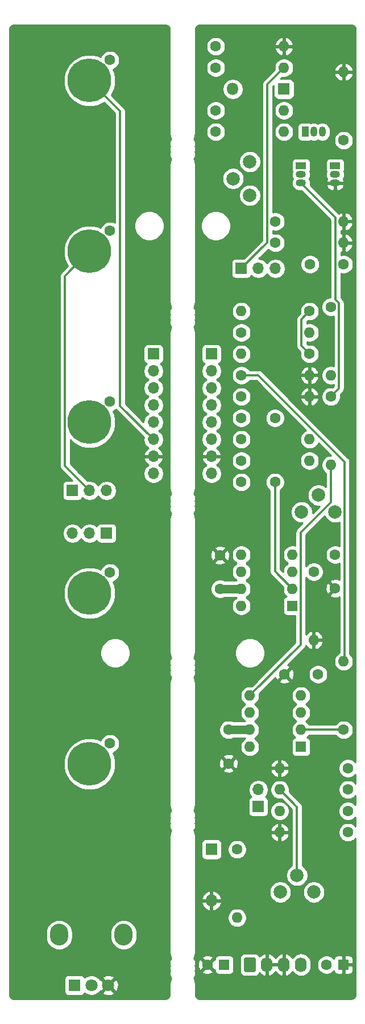
<source format=gbl>
%TF.GenerationSoftware,KiCad,Pcbnew,(5.1.8-0-10_14)*%
%TF.CreationDate,2021-07-08T18:47:32+01:00*%
%TF.ProjectId,serge-r6-gate-ringmod,73657267-652d-4723-962d-676174652d72,rev?*%
%TF.SameCoordinates,Original*%
%TF.FileFunction,Copper,L2,Bot*%
%TF.FilePolarity,Positive*%
%FSLAX46Y46*%
G04 Gerber Fmt 4.6, Leading zero omitted, Abs format (unit mm)*
G04 Created by KiCad (PCBNEW (5.1.8-0-10_14)) date 2021-07-08 18:47:32*
%MOMM*%
%LPD*%
G01*
G04 APERTURE LIST*
%TA.AperFunction,ComponentPad*%
%ADD10O,1.700000X1.700000*%
%TD*%
%TA.AperFunction,ComponentPad*%
%ADD11R,1.700000X1.700000*%
%TD*%
%TA.AperFunction,ComponentPad*%
%ADD12O,1.740000X2.190000*%
%TD*%
%TA.AperFunction,ComponentPad*%
%ADD13C,1.600000*%
%TD*%
%TA.AperFunction,ComponentPad*%
%ADD14O,1.600000X1.600000*%
%TD*%
%TA.AperFunction,ComponentPad*%
%ADD15R,1.600000X1.600000*%
%TD*%
%TA.AperFunction,ComponentPad*%
%ADD16O,2.720000X3.240000*%
%TD*%
%TA.AperFunction,ComponentPad*%
%ADD17C,1.800000*%
%TD*%
%TA.AperFunction,ComponentPad*%
%ADD18R,1.800000X1.800000*%
%TD*%
%TA.AperFunction,ComponentPad*%
%ADD19C,2.000000*%
%TD*%
%TA.AperFunction,ComponentPad*%
%ADD20R,1.500000X1.050000*%
%TD*%
%TA.AperFunction,ComponentPad*%
%ADD21O,1.500000X1.050000*%
%TD*%
%TA.AperFunction,ComponentPad*%
%ADD22R,1.050000X1.500000*%
%TD*%
%TA.AperFunction,ComponentPad*%
%ADD23O,1.050000X1.500000*%
%TD*%
%TA.AperFunction,ComponentPad*%
%ADD24C,6.500000*%
%TD*%
%TA.AperFunction,ComponentPad*%
%ADD25O,1.800000X1.800000*%
%TD*%
%TA.AperFunction,Conductor*%
%ADD26C,0.304800*%
%TD*%
%TA.AperFunction,Conductor*%
%ADD27C,1.270000*%
%TD*%
%TA.AperFunction,Conductor*%
%ADD28C,0.254000*%
%TD*%
%TA.AperFunction,Conductor*%
%ADD29C,0.100000*%
%TD*%
G04 APERTURE END LIST*
D10*
%TO.P,J11,3*%
%TO.N,/LIN_CV_CTRL*%
X96774000Y-107950000D03*
%TO.P,J11,2*%
%TO.N,Net-(J11-Pad2)*%
X99314000Y-107950000D03*
D11*
%TO.P,J11,1*%
%TO.N,/DC_IN_CTRL*%
X101854000Y-107950000D03*
%TD*%
D10*
%TO.P,J10,3*%
%TO.N,/DC_IN_CTRL*%
X101854000Y-101600000D03*
%TO.P,J10,2*%
%TO.N,Net-(J10-Pad2)*%
X99314000Y-101600000D03*
D11*
%TO.P,J10,1*%
%TO.N,/LIN_CV_CTRL*%
X96774000Y-101600000D03*
%TD*%
D12*
%TO.P,J9,4*%
%TO.N,-12V*%
X130810000Y-172085000D03*
%TO.P,J9,3*%
%TO.N,GND*%
X128270000Y-172085000D03*
%TO.P,J9,2*%
X125730000Y-172085000D03*
%TO.P,J9,1*%
%TO.N,+12V*%
%TA.AperFunction,ComponentPad*%
G36*
G01*
X122320000Y-172930001D02*
X122320000Y-171239999D01*
G75*
G02*
X122569999Y-170990000I249999J0D01*
G01*
X123810001Y-170990000D01*
G75*
G02*
X124060000Y-171239999I0J-249999D01*
G01*
X124060000Y-172930001D01*
G75*
G02*
X123810001Y-173180000I-249999J0D01*
G01*
X122569999Y-173180000D01*
G75*
G02*
X122320000Y-172930001I0J249999D01*
G01*
G37*
%TD.AperFunction*%
%TD*%
D13*
%TO.P,C9,2*%
%TO.N,-12V*%
X133350000Y-128905000D03*
%TO.P,C9,1*%
%TO.N,GND*%
X128350000Y-128905000D03*
%TD*%
%TO.P,C8,2*%
%TO.N,GND*%
X120015000Y-142160000D03*
%TO.P,C8,1*%
%TO.N,+12V*%
X120015000Y-137160000D03*
%TD*%
%TO.P,C7,2*%
%TO.N,-12V*%
X135890000Y-111125000D03*
%TO.P,C7,1*%
%TO.N,GND*%
X135890000Y-116125000D03*
%TD*%
%TO.P,C6,2*%
%TO.N,GND*%
X118745000Y-111205000D03*
%TO.P,C6,1*%
%TO.N,+12V*%
X118745000Y-116205000D03*
%TD*%
%TO.P,C3,2*%
%TO.N,Net-(C3-Pad2)*%
X126920000Y-100330000D03*
%TO.P,C3,1*%
%TO.N,Net-(C3-Pad1)*%
X121920000Y-100330000D03*
%TD*%
%TO.P,C2,2*%
%TO.N,Net-(C2-Pad2)*%
X137160000Y-67945000D03*
%TO.P,C2,1*%
%TO.N,Net-(C2-Pad1)*%
X132160000Y-67945000D03*
%TD*%
%TO.P,C1,2*%
%TO.N,/AC_IN_X_IN_MAIN*%
X121920000Y-90805000D03*
%TO.P,C1,1*%
%TO.N,Net-(C1-Pad1)*%
X126920000Y-90805000D03*
%TD*%
D14*
%TO.P,U2,8*%
%TO.N,Net-(U2-Pad8)*%
X121920000Y-118745000D03*
%TO.P,U2,4*%
%TO.N,-12V*%
X129540000Y-111125000D03*
%TO.P,U2,7*%
%TO.N,+12V*%
X121920000Y-116205000D03*
%TO.P,U2,3*%
%TO.N,Net-(JP1-Pad2)*%
X129540000Y-113665000D03*
%TO.P,U2,6*%
%TO.N,Net-(C3-Pad1)*%
X121920000Y-113665000D03*
%TO.P,U2,2*%
%TO.N,Net-(C3-Pad2)*%
X129540000Y-116205000D03*
%TO.P,U2,5*%
%TO.N,Net-(U2-Pad5)*%
X121920000Y-111125000D03*
D15*
%TO.P,U2,1*%
%TO.N,Net-(U2-Pad1)*%
X129540000Y-118745000D03*
%TD*%
D14*
%TO.P,U1,8*%
%TO.N,Net-(U1-Pad8)*%
X123190000Y-139700000D03*
%TO.P,U1,4*%
%TO.N,-12V*%
X130810000Y-132080000D03*
%TO.P,U1,7*%
%TO.N,+12V*%
X123190000Y-137160000D03*
%TO.P,U1,3*%
%TO.N,Net-(R11-Pad1)*%
X130810000Y-134620000D03*
%TO.P,U1,6*%
%TO.N,Net-(C3-Pad2)*%
X123190000Y-134620000D03*
%TO.P,U1,2*%
%TO.N,Net-(R1-Pad1)*%
X130810000Y-137160000D03*
%TO.P,U1,5*%
%TO.N,Net-(R15-Pad2)*%
X123190000Y-132080000D03*
D15*
%TO.P,U1,1*%
%TO.N,Net-(U1-Pad1)*%
X130810000Y-139700000D03*
%TD*%
D16*
%TO.P,RV4,*%
%TO.N,*%
X94794000Y-167640000D03*
X104394000Y-167640000D03*
D17*
%TO.P,RV4,3*%
%TO.N,GND1*%
X102094000Y-175140000D03*
%TO.P,RV4,2*%
%TO.N,/GAIN_X_XY_CTRL*%
X99594000Y-175140000D03*
D18*
%TO.P,RV4,1*%
%TO.N,/6V_CTRL*%
X97094000Y-175140000D03*
%TD*%
D19*
%TO.P,RV3,2*%
%TO.N,Net-(R14-Pad1)*%
X120690000Y-55205000D03*
%TO.P,RV3,1*%
%TO.N,+6V*%
X123190000Y-57705000D03*
%TO.P,RV3,3*%
%TO.N,Net-(RV3-Pad3)*%
X123190000Y-52705000D03*
%TD*%
%TO.P,RV2,3*%
%TO.N,-12V*%
X135890000Y-104775000D03*
%TO.P,RV2,1*%
%TO.N,+12V*%
X130890000Y-104775000D03*
%TO.P,RV2,2*%
%TO.N,Net-(R3-Pad2)*%
X133390000Y-102275000D03*
%TD*%
%TO.P,RV1,3*%
%TO.N,-12V*%
X132715000Y-161290000D03*
%TO.P,RV1,1*%
%TO.N,+12V*%
X127715000Y-161290000D03*
%TO.P,RV1,2*%
%TO.N,Net-(R1-Pad2)*%
X130215000Y-158790000D03*
%TD*%
D14*
%TO.P,R23,2*%
%TO.N,+12V*%
X121285000Y-165100000D03*
D13*
%TO.P,R23,1*%
%TO.N,+6V*%
X121285000Y-154940000D03*
%TD*%
D14*
%TO.P,R22,2*%
%TO.N,Net-(C3-Pad1)*%
X132080000Y-93980000D03*
D13*
%TO.P,R22,1*%
%TO.N,/OUT_MAIN*%
X121920000Y-93980000D03*
%TD*%
D14*
%TO.P,R21,2*%
%TO.N,Net-(C3-Pad2)*%
X132080000Y-97155000D03*
D13*
%TO.P,R21,1*%
%TO.N,Net-(C3-Pad1)*%
X121920000Y-97155000D03*
%TD*%
D14*
%TO.P,R20,2*%
%TO.N,GND*%
X137160000Y-64770000D03*
D13*
%TO.P,R20,1*%
%TO.N,Net-(C2-Pad1)*%
X127000000Y-64770000D03*
%TD*%
%TO.P,R19,1*%
%TO.N,/GAIN_X_XY_MAIN*%
X121920000Y-78105000D03*
D14*
%TO.P,R19,2*%
%TO.N,Net-(Q3-Pad2)*%
X132080000Y-78105000D03*
%TD*%
%TO.P,R18,2*%
%TO.N,GND*%
X132715000Y-123825000D03*
D13*
%TO.P,R18,1*%
%TO.N,Net-(JP1-Pad2)*%
X132715000Y-113665000D03*
%TD*%
D14*
%TO.P,R17,2*%
%TO.N,GND*%
X137160000Y-61595000D03*
D13*
%TO.P,R17,1*%
%TO.N,Net-(Q3-Pad2)*%
X127000000Y-61595000D03*
%TD*%
D14*
%TO.P,R16,2*%
%TO.N,Net-(Q3-Pad2)*%
X135255000Y-84455000D03*
D13*
%TO.P,R16,1*%
%TO.N,Net-(C2-Pad2)*%
X135255000Y-74295000D03*
%TD*%
D14*
%TO.P,R15,2*%
%TO.N,Net-(R15-Pad2)*%
X135255000Y-97790000D03*
D13*
%TO.P,R15,1*%
%TO.N,Net-(Q3-Pad3)*%
X135255000Y-87630000D03*
%TD*%
D14*
%TO.P,R14,2*%
%TO.N,Net-(Q2-Pad1)*%
X128270000Y-48260000D03*
D13*
%TO.P,R14,1*%
%TO.N,Net-(R14-Pad1)*%
X118110000Y-48260000D03*
%TD*%
D14*
%TO.P,R13,2*%
%TO.N,Net-(D1-Pad2)*%
X128270000Y-45085000D03*
D13*
%TO.P,R13,1*%
%TO.N,+6V*%
X118110000Y-45085000D03*
%TD*%
D14*
%TO.P,R12,2*%
%TO.N,GND*%
X127635000Y-152400000D03*
D13*
%TO.P,R12,1*%
%TO.N,Net-(R11-Pad1)*%
X137795000Y-152400000D03*
%TD*%
D14*
%TO.P,R11,2*%
%TO.N,Net-(C1-Pad1)*%
X127635000Y-149225000D03*
D13*
%TO.P,R11,1*%
%TO.N,Net-(R11-Pad1)*%
X137795000Y-149225000D03*
%TD*%
D14*
%TO.P,R10,2*%
%TO.N,/LIN_CV*%
X128270000Y-38735000D03*
D13*
%TO.P,R10,1*%
%TO.N,Net-(D1-Pad1)*%
X118110000Y-38735000D03*
%TD*%
D14*
%TO.P,R9,2*%
%TO.N,GND*%
X127635000Y-142875000D03*
D13*
%TO.P,R9,1*%
%TO.N,Net-(R1-Pad1)*%
X137795000Y-142875000D03*
%TD*%
D14*
%TO.P,R8,2*%
%TO.N,GND*%
X128270000Y-35560000D03*
D13*
%TO.P,R8,1*%
%TO.N,/LIN_CV*%
X118110000Y-35560000D03*
%TD*%
D14*
%TO.P,R7,2*%
%TO.N,/DC_IN_VC_Y_MAIN*%
X137160000Y-127000000D03*
D13*
%TO.P,R7,1*%
%TO.N,Net-(R1-Pad1)*%
X137160000Y-137160000D03*
%TD*%
D14*
%TO.P,R6,2*%
%TO.N,GND*%
X137160000Y-39370000D03*
D13*
%TO.P,R6,1*%
%TO.N,Net-(Q1-Pad2)*%
X137160000Y-49530000D03*
%TD*%
D14*
%TO.P,R5,2*%
%TO.N,GND*%
X132080000Y-84455000D03*
D13*
%TO.P,R5,1*%
%TO.N,/DC_IN_VC_Y_MAIN*%
X121920000Y-84455000D03*
%TD*%
D14*
%TO.P,R4,2*%
%TO.N,GND*%
X132080000Y-87630000D03*
D13*
%TO.P,R4,1*%
%TO.N,/AC_IN_X_IN_MAIN*%
X121920000Y-87630000D03*
%TD*%
D14*
%TO.P,R3,2*%
%TO.N,Net-(R3-Pad2)*%
X121920000Y-74930000D03*
D13*
%TO.P,R3,1*%
%TO.N,Net-(Q1-Pad2)*%
X132080000Y-74930000D03*
%TD*%
D14*
%TO.P,R2,2*%
%TO.N,/LOG_CV_VC_X_MAIN*%
X121920000Y-81280000D03*
D13*
%TO.P,R2,1*%
%TO.N,Net-(Q1-Pad2)*%
X132080000Y-81280000D03*
%TD*%
D14*
%TO.P,R1,2*%
%TO.N,Net-(R1-Pad2)*%
X127635000Y-146050000D03*
D13*
%TO.P,R1,1*%
%TO.N,Net-(R1-Pad1)*%
X137795000Y-146050000D03*
%TD*%
D20*
%TO.P,Q3,1*%
%TO.N,Net-(Q1-Pad1)*%
X130810000Y-53340000D03*
D21*
%TO.P,Q3,3*%
%TO.N,Net-(Q3-Pad3)*%
X130810000Y-55880000D03*
%TO.P,Q3,2*%
%TO.N,Net-(Q3-Pad2)*%
X130810000Y-54610000D03*
%TD*%
D22*
%TO.P,Q2,1*%
%TO.N,Net-(Q2-Pad1)*%
X131445000Y-48260000D03*
D23*
%TO.P,Q2,3*%
%TO.N,Net-(Q1-Pad1)*%
X133985000Y-48260000D03*
%TO.P,Q2,2*%
%TO.N,Net-(D1-Pad1)*%
X132715000Y-48260000D03*
%TD*%
D20*
%TO.P,Q1,1*%
%TO.N,Net-(Q1-Pad1)*%
X135890000Y-53340000D03*
D21*
%TO.P,Q1,3*%
%TO.N,GND*%
X135890000Y-55880000D03*
%TO.P,Q1,2*%
%TO.N,Net-(Q1-Pad2)*%
X135890000Y-54610000D03*
%TD*%
D10*
%TO.P,JP1,2*%
%TO.N,Net-(JP1-Pad2)*%
X124460000Y-146050000D03*
D11*
%TO.P,JP1,1*%
%TO.N,Net-(C1-Pad1)*%
X124460000Y-148590000D03*
%TD*%
D10*
%TO.P,J8,8*%
%TO.N,+6V*%
X117475000Y-99060000D03*
%TO.P,J8,7*%
%TO.N,GND*%
X117475000Y-96520000D03*
%TO.P,J8,6*%
%TO.N,/OUT_MAIN*%
X117475000Y-93980000D03*
%TO.P,J8,5*%
%TO.N,/AC_IN_X_IN_MAIN*%
X117475000Y-91440000D03*
%TO.P,J8,4*%
%TO.N,/DC_IN_VC_Y_MAIN*%
X117475000Y-88900000D03*
%TO.P,J8,3*%
%TO.N,/LOG_CV_VC_X_MAIN*%
X117475000Y-86360000D03*
%TO.P,J8,2*%
%TO.N,/GAIN_X_XY_MAIN*%
X117475000Y-83820000D03*
D11*
%TO.P,J8,1*%
%TO.N,/LIN_CV_Y_IN_MAIN*%
X117475000Y-81280000D03*
%TD*%
D10*
%TO.P,J7,8*%
%TO.N,/6V_CTRL*%
X108839000Y-99060000D03*
%TO.P,J7,7*%
%TO.N,GND1*%
X108839000Y-96520000D03*
%TO.P,J7,6*%
%TO.N,/OUT_CTRL*%
X108839000Y-93980000D03*
%TO.P,J7,5*%
%TO.N,/AC_IN_X_IN_CTRL*%
X108839000Y-91440000D03*
%TO.P,J7,4*%
%TO.N,/DC_IN_CTRL*%
X108839000Y-88900000D03*
%TO.P,J7,3*%
%TO.N,/LOG_CV_VC_X_CTRL*%
X108839000Y-86360000D03*
%TO.P,J7,2*%
%TO.N,/GAIN_X_XY_CTRL*%
X108839000Y-83820000D03*
D11*
%TO.P,J7,1*%
%TO.N,/LIN_CV_CTRL*%
X108839000Y-81280000D03*
%TD*%
D13*
%TO.P,J6,1*%
%TO.N,/OUT_CTRL*%
X102362000Y-37592000D03*
D24*
X99314000Y-40640000D03*
%TD*%
D13*
%TO.P,J5,1*%
%TO.N,Net-(J10-Pad2)*%
X102362000Y-62992000D03*
D24*
X99314000Y-66040000D03*
%TD*%
D10*
%TO.P,J4,3*%
%TO.N,Net-(C2-Pad1)*%
X127000000Y-68580000D03*
%TO.P,J4,2*%
%TO.N,/LIN_CV_Y_IN_MAIN*%
X124460000Y-68580000D03*
D11*
%TO.P,J4,1*%
%TO.N,/LIN_CV*%
X121920000Y-68580000D03*
%TD*%
D13*
%TO.P,J3,1*%
%TO.N,Net-(J11-Pad2)*%
X102362000Y-113792000D03*
D24*
X99314000Y-116840000D03*
%TD*%
D13*
%TO.P,J2,1*%
%TO.N,/AC_IN_X_IN_CTRL*%
X102362000Y-139192000D03*
D24*
X99314000Y-142240000D03*
%TD*%
D13*
%TO.P,J1,1*%
%TO.N,/LOG_CV_VC_X_CTRL*%
X102362000Y-88392000D03*
D24*
X99314000Y-91440000D03*
%TD*%
D25*
%TO.P,D2,2*%
%TO.N,GND*%
X117475000Y-162560000D03*
D18*
%TO.P,D2,1*%
%TO.N,+6V*%
X117475000Y-154940000D03*
%TD*%
D25*
%TO.P,D1,2*%
%TO.N,Net-(D1-Pad2)*%
X120650000Y-41910000D03*
D18*
%TO.P,D1,1*%
%TO.N,Net-(D1-Pad1)*%
X128270000Y-41910000D03*
%TD*%
D13*
%TO.P,C5,2*%
%TO.N,-12V*%
X134620000Y-172085000D03*
D15*
%TO.P,C5,1*%
%TO.N,GND*%
X137120000Y-172085000D03*
%TD*%
D13*
%TO.P,C4,2*%
%TO.N,GND*%
X116880000Y-172085000D03*
D15*
%TO.P,C4,1*%
%TO.N,+12V*%
X119380000Y-172085000D03*
%TD*%
D26*
%TO.N,Net-(C3-Pad2)*%
X126920000Y-113585000D02*
X126920000Y-100330000D01*
X129540000Y-116205000D02*
X126920000Y-113585000D01*
D27*
%TO.N,+12V*%
X120015000Y-137160000D02*
X123190000Y-137160000D01*
X121920000Y-116205000D02*
X118745000Y-116205000D01*
D26*
%TO.N,/LIN_CV*%
X125793599Y-64706401D02*
X121920000Y-68580000D01*
X125793599Y-41211401D02*
X125793599Y-64706401D01*
X128270000Y-38735000D02*
X125793599Y-41211401D01*
%TO.N,/OUT_CTRL*%
X103886000Y-45212000D02*
X99314000Y-40640000D01*
X103886000Y-89027000D02*
X103886000Y-45212000D01*
X108839000Y-93980000D02*
X103886000Y-89027000D01*
%TO.N,Net-(Q1-Pad2)*%
X130873599Y-80073599D02*
X132080000Y-81280000D01*
X130873599Y-76136401D02*
X130873599Y-80073599D01*
X132080000Y-74930000D02*
X130873599Y-76136401D01*
%TO.N,Net-(Q3-Pad3)*%
X136461401Y-86423599D02*
X135255000Y-87630000D01*
X136461401Y-73715927D02*
X136461401Y-86423599D01*
X135953599Y-73208125D02*
X136461401Y-73715927D01*
X135953599Y-61023599D02*
X135953599Y-73208125D01*
X130810000Y-55880000D02*
X135953599Y-61023599D01*
%TO.N,Net-(R1-Pad2)*%
X130215000Y-148630000D02*
X127635000Y-146050000D01*
X130215000Y-158790000D02*
X130215000Y-148630000D01*
%TO.N,Net-(R1-Pad1)*%
X137160000Y-137160000D02*
X130810000Y-137160000D01*
%TO.N,Net-(R15-Pad2)*%
X130746401Y-124523599D02*
X123190000Y-132080000D01*
X130746401Y-107837125D02*
X130746401Y-124523599D01*
X135255000Y-103328526D02*
X130746401Y-107837125D01*
X135255000Y-97790000D02*
X135255000Y-103328526D01*
%TO.N,Net-(J10-Pad2)*%
X95657599Y-69696401D02*
X99314000Y-66040000D01*
X95657599Y-97943599D02*
X95657599Y-69696401D01*
X99314000Y-101600000D02*
X95657599Y-97943599D01*
%TO.N,/DC_IN_VC_Y_MAIN*%
X124460000Y-84455000D02*
X121920000Y-84455000D01*
X137296401Y-97291401D02*
X124460000Y-84455000D01*
X137296401Y-126863599D02*
X137296401Y-97291401D01*
X137160000Y-127000000D02*
X137296401Y-126863599D01*
%TD*%
D28*
%TO.N,GND1*%
X110734869Y-32424722D02*
X110848246Y-32458953D01*
X110952819Y-32514555D01*
X111044596Y-32589407D01*
X111120091Y-32680664D01*
X111176419Y-32784844D01*
X111211440Y-32897976D01*
X111227001Y-33046031D01*
X111227000Y-48482918D01*
X111230274Y-48516160D01*
X111230274Y-48532637D01*
X111231237Y-48541802D01*
X111258866Y-48788118D01*
X111271297Y-48846598D01*
X111282921Y-48905308D01*
X111285647Y-48914111D01*
X111360592Y-49150369D01*
X111384146Y-49205324D01*
X111406953Y-49260658D01*
X111411336Y-49268764D01*
X111455792Y-49349629D01*
X111369576Y-49435845D01*
X111272723Y-49580795D01*
X111206010Y-49741855D01*
X111172000Y-49912835D01*
X111172000Y-50087165D01*
X111206010Y-50258145D01*
X111264768Y-50400000D01*
X111206010Y-50541855D01*
X111172000Y-50712835D01*
X111172000Y-50887165D01*
X111206010Y-51058145D01*
X111264768Y-51200000D01*
X111206010Y-51341855D01*
X111172000Y-51512835D01*
X111172000Y-51687165D01*
X111206010Y-51858145D01*
X111272723Y-52019205D01*
X111369576Y-52164155D01*
X111455980Y-52250559D01*
X111400081Y-52355691D01*
X111377298Y-52410968D01*
X111353721Y-52465975D01*
X111350997Y-52474778D01*
X111279357Y-52712059D01*
X111267736Y-52770746D01*
X111255300Y-52829252D01*
X111254337Y-52838417D01*
X111230150Y-53085095D01*
X111230150Y-53085108D01*
X111227001Y-53117081D01*
X111227000Y-73501918D01*
X111230274Y-73535160D01*
X111230274Y-73551637D01*
X111231237Y-73560802D01*
X111258866Y-73807118D01*
X111271297Y-73865598D01*
X111282921Y-73924308D01*
X111285647Y-73933111D01*
X111360592Y-74169369D01*
X111384146Y-74224324D01*
X111406953Y-74279658D01*
X111411336Y-74287764D01*
X111455792Y-74368629D01*
X111369576Y-74454845D01*
X111272723Y-74599795D01*
X111206010Y-74760855D01*
X111172000Y-74931835D01*
X111172000Y-75106165D01*
X111206010Y-75277145D01*
X111264768Y-75419000D01*
X111206010Y-75560855D01*
X111172000Y-75731835D01*
X111172000Y-75906165D01*
X111206010Y-76077145D01*
X111264768Y-76219000D01*
X111206010Y-76360855D01*
X111172000Y-76531835D01*
X111172000Y-76706165D01*
X111206010Y-76877145D01*
X111272723Y-77038205D01*
X111369576Y-77183155D01*
X111455980Y-77269559D01*
X111400081Y-77374691D01*
X111377298Y-77429968D01*
X111353721Y-77484975D01*
X111350997Y-77493778D01*
X111279357Y-77731059D01*
X111267736Y-77789746D01*
X111255300Y-77848252D01*
X111254337Y-77857417D01*
X111230158Y-78104015D01*
X111227000Y-78136082D01*
X111227001Y-101187919D01*
X111230274Y-101221151D01*
X111230274Y-101237637D01*
X111231237Y-101246802D01*
X111258866Y-101493118D01*
X111271297Y-101551598D01*
X111282921Y-101610308D01*
X111285647Y-101619111D01*
X111360592Y-101855369D01*
X111384146Y-101910324D01*
X111406953Y-101965658D01*
X111411336Y-101973764D01*
X111455792Y-102054629D01*
X111369576Y-102140845D01*
X111272723Y-102285795D01*
X111206010Y-102446855D01*
X111172000Y-102617835D01*
X111172000Y-102792165D01*
X111206010Y-102963145D01*
X111264768Y-103105000D01*
X111206010Y-103246855D01*
X111172000Y-103417835D01*
X111172000Y-103592165D01*
X111206010Y-103763145D01*
X111264768Y-103905000D01*
X111206010Y-104046855D01*
X111172000Y-104217835D01*
X111172000Y-104392165D01*
X111206010Y-104563145D01*
X111272723Y-104724205D01*
X111369576Y-104869155D01*
X111455980Y-104955559D01*
X111400081Y-105060691D01*
X111377298Y-105115968D01*
X111353721Y-105170975D01*
X111350997Y-105179778D01*
X111279357Y-105417059D01*
X111267736Y-105475746D01*
X111255300Y-105534252D01*
X111254337Y-105543417D01*
X111230150Y-105790095D01*
X111230150Y-105790108D01*
X111227001Y-105822081D01*
X111227000Y-125571918D01*
X111230274Y-125605160D01*
X111230274Y-125621637D01*
X111231237Y-125630802D01*
X111258866Y-125877118D01*
X111271297Y-125935598D01*
X111282921Y-125994308D01*
X111285647Y-126003111D01*
X111360592Y-126239369D01*
X111384146Y-126294324D01*
X111406953Y-126349658D01*
X111411336Y-126357764D01*
X111455792Y-126438629D01*
X111369576Y-126524845D01*
X111272723Y-126669795D01*
X111206010Y-126830855D01*
X111172000Y-127001835D01*
X111172000Y-127176165D01*
X111206010Y-127347145D01*
X111264768Y-127489000D01*
X111206010Y-127630855D01*
X111172000Y-127801835D01*
X111172000Y-127976165D01*
X111206010Y-128147145D01*
X111264768Y-128289000D01*
X111206010Y-128430855D01*
X111172000Y-128601835D01*
X111172000Y-128776165D01*
X111206010Y-128947145D01*
X111272723Y-129108205D01*
X111369576Y-129253155D01*
X111455980Y-129339559D01*
X111400081Y-129444691D01*
X111377298Y-129499968D01*
X111353721Y-129554975D01*
X111350997Y-129563778D01*
X111279357Y-129801059D01*
X111267736Y-129859746D01*
X111255300Y-129918252D01*
X111254337Y-129927417D01*
X111230150Y-130174095D01*
X111230150Y-130174108D01*
X111227001Y-130206081D01*
X111227000Y-148304918D01*
X111230274Y-148338160D01*
X111230274Y-148354637D01*
X111231237Y-148363802D01*
X111258866Y-148610118D01*
X111271297Y-148668598D01*
X111282921Y-148727308D01*
X111285647Y-148736111D01*
X111360592Y-148972369D01*
X111384146Y-149027324D01*
X111406953Y-149082658D01*
X111411336Y-149090764D01*
X111455792Y-149171629D01*
X111369576Y-149257845D01*
X111272723Y-149402795D01*
X111206010Y-149563855D01*
X111172000Y-149734835D01*
X111172000Y-149909165D01*
X111206010Y-150080145D01*
X111264768Y-150222000D01*
X111206010Y-150363855D01*
X111172000Y-150534835D01*
X111172000Y-150709165D01*
X111206010Y-150880145D01*
X111264768Y-151022000D01*
X111206010Y-151163855D01*
X111172000Y-151334835D01*
X111172000Y-151509165D01*
X111206010Y-151680145D01*
X111272723Y-151841205D01*
X111369576Y-151986155D01*
X111455980Y-152072559D01*
X111400081Y-152177691D01*
X111377298Y-152232968D01*
X111353721Y-152287975D01*
X111350997Y-152296778D01*
X111279357Y-152534059D01*
X111267736Y-152592746D01*
X111255300Y-152651252D01*
X111254337Y-152660417D01*
X111230150Y-152907095D01*
X111230150Y-152907108D01*
X111227001Y-152939081D01*
X111227000Y-170275918D01*
X111230274Y-170309160D01*
X111230274Y-170325637D01*
X111231237Y-170334802D01*
X111258866Y-170581118D01*
X111271297Y-170639598D01*
X111282921Y-170698308D01*
X111285647Y-170707111D01*
X111360592Y-170943369D01*
X111384146Y-170998324D01*
X111406953Y-171053658D01*
X111411336Y-171061764D01*
X111455792Y-171142629D01*
X111369576Y-171228845D01*
X111272723Y-171373795D01*
X111206010Y-171534855D01*
X111172000Y-171705835D01*
X111172000Y-171880165D01*
X111206010Y-172051145D01*
X111264768Y-172193000D01*
X111206010Y-172334855D01*
X111172000Y-172505835D01*
X111172000Y-172680165D01*
X111206010Y-172851145D01*
X111264768Y-172993000D01*
X111206010Y-173134855D01*
X111172000Y-173305835D01*
X111172000Y-173480165D01*
X111206010Y-173651145D01*
X111272723Y-173812205D01*
X111369576Y-173957155D01*
X111455980Y-174043559D01*
X111400081Y-174148691D01*
X111377298Y-174203968D01*
X111353721Y-174258975D01*
X111350997Y-174267778D01*
X111279357Y-174505059D01*
X111267736Y-174563746D01*
X111255300Y-174622252D01*
X111254337Y-174631417D01*
X111230150Y-174878095D01*
X111230150Y-174878108D01*
X111227001Y-174910081D01*
X111227000Y-176497721D01*
X111212278Y-176647869D01*
X111178047Y-176761246D01*
X111122446Y-176865817D01*
X111047594Y-176957595D01*
X110956335Y-177033091D01*
X110852160Y-177089419D01*
X110739024Y-177124440D01*
X110590979Y-177140000D01*
X88043279Y-177140000D01*
X87893131Y-177125278D01*
X87779754Y-177091047D01*
X87675183Y-177035446D01*
X87583405Y-176960594D01*
X87507909Y-176869335D01*
X87451581Y-176765160D01*
X87416560Y-176652024D01*
X87401000Y-176503979D01*
X87401000Y-174240000D01*
X95555928Y-174240000D01*
X95555928Y-176040000D01*
X95568188Y-176164482D01*
X95604498Y-176284180D01*
X95663463Y-176394494D01*
X95742815Y-176491185D01*
X95839506Y-176570537D01*
X95949820Y-176629502D01*
X96069518Y-176665812D01*
X96194000Y-176678072D01*
X97994000Y-176678072D01*
X98118482Y-176665812D01*
X98238180Y-176629502D01*
X98348494Y-176570537D01*
X98445185Y-176491185D01*
X98524537Y-176394494D01*
X98577880Y-176294697D01*
X98615495Y-176332312D01*
X98866905Y-176500299D01*
X99146257Y-176616011D01*
X99442816Y-176675000D01*
X99745184Y-176675000D01*
X100041743Y-176616011D01*
X100321095Y-176500299D01*
X100572505Y-176332312D01*
X100700737Y-176204080D01*
X101209525Y-176204080D01*
X101293208Y-176458261D01*
X101565775Y-176589158D01*
X101858642Y-176664365D01*
X102160553Y-176680991D01*
X102459907Y-176638397D01*
X102745199Y-176538222D01*
X102894792Y-176458261D01*
X102978475Y-176204080D01*
X102094000Y-175319605D01*
X101209525Y-176204080D01*
X100700737Y-176204080D01*
X100786312Y-176118505D01*
X100881738Y-175975690D01*
X101029920Y-176024475D01*
X101914395Y-175140000D01*
X102273605Y-175140000D01*
X103158080Y-176024475D01*
X103412261Y-175940792D01*
X103543158Y-175668225D01*
X103618365Y-175375358D01*
X103634991Y-175073447D01*
X103592397Y-174774093D01*
X103492222Y-174488801D01*
X103412261Y-174339208D01*
X103158080Y-174255525D01*
X102273605Y-175140000D01*
X101914395Y-175140000D01*
X101029920Y-174255525D01*
X100881738Y-174304310D01*
X100786312Y-174161495D01*
X100700737Y-174075920D01*
X101209525Y-174075920D01*
X102094000Y-174960395D01*
X102978475Y-174075920D01*
X102894792Y-173821739D01*
X102622225Y-173690842D01*
X102329358Y-173615635D01*
X102027447Y-173599009D01*
X101728093Y-173641603D01*
X101442801Y-173741778D01*
X101293208Y-173821739D01*
X101209525Y-174075920D01*
X100700737Y-174075920D01*
X100572505Y-173947688D01*
X100321095Y-173779701D01*
X100041743Y-173663989D01*
X99745184Y-173605000D01*
X99442816Y-173605000D01*
X99146257Y-173663989D01*
X98866905Y-173779701D01*
X98615495Y-173947688D01*
X98577880Y-173985303D01*
X98524537Y-173885506D01*
X98445185Y-173788815D01*
X98348494Y-173709463D01*
X98238180Y-173650498D01*
X98118482Y-173614188D01*
X97994000Y-173601928D01*
X96194000Y-173601928D01*
X96069518Y-173614188D01*
X95949820Y-173650498D01*
X95839506Y-173709463D01*
X95742815Y-173788815D01*
X95663463Y-173885506D01*
X95604498Y-173995820D01*
X95568188Y-174115518D01*
X95555928Y-174240000D01*
X87401000Y-174240000D01*
X87401000Y-167282002D01*
X92799000Y-167282002D01*
X92799000Y-167997997D01*
X92827867Y-168291087D01*
X92941943Y-168667146D01*
X93127193Y-169013725D01*
X93376497Y-169317503D01*
X93680275Y-169566807D01*
X94026853Y-169752057D01*
X94402912Y-169866133D01*
X94794000Y-169904652D01*
X95185087Y-169866133D01*
X95561146Y-169752057D01*
X95907725Y-169566807D01*
X96211503Y-169317503D01*
X96460807Y-169013725D01*
X96646057Y-168667147D01*
X96760133Y-168291088D01*
X96789000Y-167997998D01*
X96789000Y-167282003D01*
X96789000Y-167282002D01*
X102399000Y-167282002D01*
X102399000Y-167997997D01*
X102427867Y-168291087D01*
X102541943Y-168667146D01*
X102727193Y-169013725D01*
X102976497Y-169317503D01*
X103280275Y-169566807D01*
X103626853Y-169752057D01*
X104002912Y-169866133D01*
X104394000Y-169904652D01*
X104785087Y-169866133D01*
X105161146Y-169752057D01*
X105507725Y-169566807D01*
X105811503Y-169317503D01*
X106060807Y-169013725D01*
X106246057Y-168667147D01*
X106360133Y-168291088D01*
X106389000Y-167997998D01*
X106389000Y-167282003D01*
X106360133Y-166988913D01*
X106246057Y-166612853D01*
X106060807Y-166266275D01*
X105811503Y-165962497D01*
X105507725Y-165713193D01*
X105161147Y-165527943D01*
X104785088Y-165413867D01*
X104394000Y-165375348D01*
X104002913Y-165413867D01*
X103626854Y-165527943D01*
X103280276Y-165713193D01*
X102976498Y-165962497D01*
X102727193Y-166266275D01*
X102541943Y-166612853D01*
X102427867Y-166988912D01*
X102399000Y-167282002D01*
X96789000Y-167282002D01*
X96760133Y-166988913D01*
X96646057Y-166612853D01*
X96460807Y-166266275D01*
X96211503Y-165962497D01*
X95907725Y-165713193D01*
X95561147Y-165527943D01*
X95185088Y-165413867D01*
X94794000Y-165375348D01*
X94402913Y-165413867D01*
X94026854Y-165527943D01*
X93680276Y-165713193D01*
X93376498Y-165962497D01*
X93127193Y-166266275D01*
X92941943Y-166612853D01*
X92827867Y-166988912D01*
X92799000Y-167282002D01*
X87401000Y-167282002D01*
X87401000Y-141857361D01*
X95429000Y-141857361D01*
X95429000Y-142622639D01*
X95578298Y-143373213D01*
X95871158Y-144080238D01*
X96296323Y-144716543D01*
X96837457Y-145257677D01*
X97473762Y-145682842D01*
X98180787Y-145975702D01*
X98931361Y-146125000D01*
X99696639Y-146125000D01*
X100447213Y-145975702D01*
X101154238Y-145682842D01*
X101790543Y-145257677D01*
X102331677Y-144716543D01*
X102756842Y-144080238D01*
X103049702Y-143373213D01*
X103199000Y-142622639D01*
X103199000Y-141857361D01*
X103049702Y-141106787D01*
X102821161Y-140555041D01*
X103041727Y-140463680D01*
X103276759Y-140306637D01*
X103476637Y-140106759D01*
X103633680Y-139871727D01*
X103741853Y-139610574D01*
X103797000Y-139333335D01*
X103797000Y-139050665D01*
X103741853Y-138773426D01*
X103633680Y-138512273D01*
X103476637Y-138277241D01*
X103276759Y-138077363D01*
X103041727Y-137920320D01*
X102780574Y-137812147D01*
X102503335Y-137757000D01*
X102220665Y-137757000D01*
X101943426Y-137812147D01*
X101682273Y-137920320D01*
X101447241Y-138077363D01*
X101247363Y-138277241D01*
X101090320Y-138512273D01*
X100998959Y-138732839D01*
X100447213Y-138504298D01*
X99696639Y-138355000D01*
X98931361Y-138355000D01*
X98180787Y-138504298D01*
X97473762Y-138797158D01*
X96837457Y-139222323D01*
X96296323Y-139763457D01*
X95871158Y-140399762D01*
X95578298Y-141106787D01*
X95429000Y-141857361D01*
X87401000Y-141857361D01*
X87401000Y-125509872D01*
X100889000Y-125509872D01*
X100889000Y-125950128D01*
X100974890Y-126381925D01*
X101143369Y-126788669D01*
X101387962Y-127154729D01*
X101699271Y-127466038D01*
X102065331Y-127710631D01*
X102472075Y-127879110D01*
X102903872Y-127965000D01*
X103344128Y-127965000D01*
X103775925Y-127879110D01*
X104182669Y-127710631D01*
X104548729Y-127466038D01*
X104860038Y-127154729D01*
X105104631Y-126788669D01*
X105273110Y-126381925D01*
X105359000Y-125950128D01*
X105359000Y-125509872D01*
X105273110Y-125078075D01*
X105104631Y-124671331D01*
X104860038Y-124305271D01*
X104548729Y-123993962D01*
X104182669Y-123749369D01*
X103775925Y-123580890D01*
X103344128Y-123495000D01*
X102903872Y-123495000D01*
X102472075Y-123580890D01*
X102065331Y-123749369D01*
X101699271Y-123993962D01*
X101387962Y-124305271D01*
X101143369Y-124671331D01*
X100974890Y-125078075D01*
X100889000Y-125509872D01*
X87401000Y-125509872D01*
X87401000Y-116457361D01*
X95429000Y-116457361D01*
X95429000Y-117222639D01*
X95578298Y-117973213D01*
X95871158Y-118680238D01*
X96296323Y-119316543D01*
X96837457Y-119857677D01*
X97473762Y-120282842D01*
X98180787Y-120575702D01*
X98931361Y-120725000D01*
X99696639Y-120725000D01*
X100447213Y-120575702D01*
X101154238Y-120282842D01*
X101790543Y-119857677D01*
X102331677Y-119316543D01*
X102756842Y-118680238D01*
X103049702Y-117973213D01*
X103199000Y-117222639D01*
X103199000Y-116457361D01*
X103049702Y-115706787D01*
X102821161Y-115155041D01*
X103041727Y-115063680D01*
X103276759Y-114906637D01*
X103476637Y-114706759D01*
X103633680Y-114471727D01*
X103741853Y-114210574D01*
X103797000Y-113933335D01*
X103797000Y-113650665D01*
X103741853Y-113373426D01*
X103633680Y-113112273D01*
X103476637Y-112877241D01*
X103276759Y-112677363D01*
X103041727Y-112520320D01*
X102780574Y-112412147D01*
X102503335Y-112357000D01*
X102220665Y-112357000D01*
X101943426Y-112412147D01*
X101682273Y-112520320D01*
X101447241Y-112677363D01*
X101247363Y-112877241D01*
X101090320Y-113112273D01*
X100998959Y-113332839D01*
X100447213Y-113104298D01*
X99696639Y-112955000D01*
X98931361Y-112955000D01*
X98180787Y-113104298D01*
X97473762Y-113397158D01*
X96837457Y-113822323D01*
X96296323Y-114363457D01*
X95871158Y-114999762D01*
X95578298Y-115706787D01*
X95429000Y-116457361D01*
X87401000Y-116457361D01*
X87401000Y-107803740D01*
X95289000Y-107803740D01*
X95289000Y-108096260D01*
X95346068Y-108383158D01*
X95458010Y-108653411D01*
X95620525Y-108896632D01*
X95827368Y-109103475D01*
X96070589Y-109265990D01*
X96340842Y-109377932D01*
X96627740Y-109435000D01*
X96920260Y-109435000D01*
X97207158Y-109377932D01*
X97477411Y-109265990D01*
X97720632Y-109103475D01*
X97927475Y-108896632D01*
X98044000Y-108722240D01*
X98160525Y-108896632D01*
X98367368Y-109103475D01*
X98610589Y-109265990D01*
X98880842Y-109377932D01*
X99167740Y-109435000D01*
X99460260Y-109435000D01*
X99747158Y-109377932D01*
X100017411Y-109265990D01*
X100260632Y-109103475D01*
X100392487Y-108971620D01*
X100414498Y-109044180D01*
X100473463Y-109154494D01*
X100552815Y-109251185D01*
X100649506Y-109330537D01*
X100759820Y-109389502D01*
X100879518Y-109425812D01*
X101004000Y-109438072D01*
X102704000Y-109438072D01*
X102828482Y-109425812D01*
X102948180Y-109389502D01*
X103058494Y-109330537D01*
X103155185Y-109251185D01*
X103234537Y-109154494D01*
X103293502Y-109044180D01*
X103329812Y-108924482D01*
X103342072Y-108800000D01*
X103342072Y-107100000D01*
X103329812Y-106975518D01*
X103293502Y-106855820D01*
X103234537Y-106745506D01*
X103155185Y-106648815D01*
X103058494Y-106569463D01*
X102948180Y-106510498D01*
X102828482Y-106474188D01*
X102704000Y-106461928D01*
X101004000Y-106461928D01*
X100879518Y-106474188D01*
X100759820Y-106510498D01*
X100649506Y-106569463D01*
X100552815Y-106648815D01*
X100473463Y-106745506D01*
X100414498Y-106855820D01*
X100392487Y-106928380D01*
X100260632Y-106796525D01*
X100017411Y-106634010D01*
X99747158Y-106522068D01*
X99460260Y-106465000D01*
X99167740Y-106465000D01*
X98880842Y-106522068D01*
X98610589Y-106634010D01*
X98367368Y-106796525D01*
X98160525Y-107003368D01*
X98044000Y-107177760D01*
X97927475Y-107003368D01*
X97720632Y-106796525D01*
X97477411Y-106634010D01*
X97207158Y-106522068D01*
X96920260Y-106465000D01*
X96627740Y-106465000D01*
X96340842Y-106522068D01*
X96070589Y-106634010D01*
X95827368Y-106796525D01*
X95620525Y-107003368D01*
X95458010Y-107246589D01*
X95346068Y-107516842D01*
X95289000Y-107803740D01*
X87401000Y-107803740D01*
X87401000Y-69696401D01*
X94866391Y-69696401D01*
X94870200Y-69735074D01*
X94870199Y-97904936D01*
X94866391Y-97943599D01*
X94870199Y-97982262D01*
X94870199Y-97982271D01*
X94881593Y-98097955D01*
X94926617Y-98246381D01*
X94999733Y-98383170D01*
X95098130Y-98503068D01*
X95128177Y-98527727D01*
X96712378Y-100111928D01*
X95924000Y-100111928D01*
X95799518Y-100124188D01*
X95679820Y-100160498D01*
X95569506Y-100219463D01*
X95472815Y-100298815D01*
X95393463Y-100395506D01*
X95334498Y-100505820D01*
X95298188Y-100625518D01*
X95285928Y-100750000D01*
X95285928Y-102450000D01*
X95298188Y-102574482D01*
X95334498Y-102694180D01*
X95393463Y-102804494D01*
X95472815Y-102901185D01*
X95569506Y-102980537D01*
X95679820Y-103039502D01*
X95799518Y-103075812D01*
X95924000Y-103088072D01*
X97624000Y-103088072D01*
X97748482Y-103075812D01*
X97868180Y-103039502D01*
X97978494Y-102980537D01*
X98075185Y-102901185D01*
X98154537Y-102804494D01*
X98213502Y-102694180D01*
X98235513Y-102621620D01*
X98367368Y-102753475D01*
X98610589Y-102915990D01*
X98880842Y-103027932D01*
X99167740Y-103085000D01*
X99460260Y-103085000D01*
X99747158Y-103027932D01*
X100017411Y-102915990D01*
X100260632Y-102753475D01*
X100467475Y-102546632D01*
X100584000Y-102372240D01*
X100700525Y-102546632D01*
X100907368Y-102753475D01*
X101150589Y-102915990D01*
X101420842Y-103027932D01*
X101707740Y-103085000D01*
X102000260Y-103085000D01*
X102287158Y-103027932D01*
X102557411Y-102915990D01*
X102800632Y-102753475D01*
X103007475Y-102546632D01*
X103169990Y-102303411D01*
X103281932Y-102033158D01*
X103339000Y-101746260D01*
X103339000Y-101453740D01*
X103281932Y-101166842D01*
X103169990Y-100896589D01*
X103007475Y-100653368D01*
X102800632Y-100446525D01*
X102557411Y-100284010D01*
X102287158Y-100172068D01*
X102000260Y-100115000D01*
X101707740Y-100115000D01*
X101420842Y-100172068D01*
X101150589Y-100284010D01*
X100907368Y-100446525D01*
X100700525Y-100653368D01*
X100584000Y-100827760D01*
X100467475Y-100653368D01*
X100260632Y-100446525D01*
X100017411Y-100284010D01*
X99747158Y-100172068D01*
X99460260Y-100115000D01*
X99167740Y-100115000D01*
X98979912Y-100152362D01*
X97741290Y-98913740D01*
X107354000Y-98913740D01*
X107354000Y-99206260D01*
X107411068Y-99493158D01*
X107523010Y-99763411D01*
X107685525Y-100006632D01*
X107892368Y-100213475D01*
X108135589Y-100375990D01*
X108405842Y-100487932D01*
X108692740Y-100545000D01*
X108985260Y-100545000D01*
X109272158Y-100487932D01*
X109542411Y-100375990D01*
X109785632Y-100213475D01*
X109992475Y-100006632D01*
X110154990Y-99763411D01*
X110266932Y-99493158D01*
X110324000Y-99206260D01*
X110324000Y-98913740D01*
X110266932Y-98626842D01*
X110154990Y-98356589D01*
X109992475Y-98113368D01*
X109785632Y-97906525D01*
X109603466Y-97784805D01*
X109720355Y-97715178D01*
X109936588Y-97520269D01*
X110110641Y-97286920D01*
X110235825Y-97024099D01*
X110280476Y-96876890D01*
X110159155Y-96647000D01*
X108966000Y-96647000D01*
X108966000Y-96667000D01*
X108712000Y-96667000D01*
X108712000Y-96647000D01*
X107518845Y-96647000D01*
X107397524Y-96876890D01*
X107442175Y-97024099D01*
X107567359Y-97286920D01*
X107741412Y-97520269D01*
X107957645Y-97715178D01*
X108074534Y-97784805D01*
X107892368Y-97906525D01*
X107685525Y-98113368D01*
X107523010Y-98356589D01*
X107411068Y-98626842D01*
X107354000Y-98913740D01*
X97741290Y-98913740D01*
X96444999Y-97617449D01*
X96444999Y-94065219D01*
X96837457Y-94457677D01*
X97473762Y-94882842D01*
X98180787Y-95175702D01*
X98931361Y-95325000D01*
X99696639Y-95325000D01*
X100447213Y-95175702D01*
X101154238Y-94882842D01*
X101790543Y-94457677D01*
X102331677Y-93916543D01*
X102756842Y-93280238D01*
X103049702Y-92573213D01*
X103199000Y-91822639D01*
X103199000Y-91057361D01*
X103049702Y-90306787D01*
X102821161Y-89755041D01*
X103041727Y-89663680D01*
X103266591Y-89513431D01*
X103326531Y-89586469D01*
X103356578Y-89611128D01*
X107391362Y-93645912D01*
X107354000Y-93833740D01*
X107354000Y-94126260D01*
X107411068Y-94413158D01*
X107523010Y-94683411D01*
X107685525Y-94926632D01*
X107892368Y-95133475D01*
X108074534Y-95255195D01*
X107957645Y-95324822D01*
X107741412Y-95519731D01*
X107567359Y-95753080D01*
X107442175Y-96015901D01*
X107397524Y-96163110D01*
X107518845Y-96393000D01*
X108712000Y-96393000D01*
X108712000Y-96373000D01*
X108966000Y-96373000D01*
X108966000Y-96393000D01*
X110159155Y-96393000D01*
X110280476Y-96163110D01*
X110235825Y-96015901D01*
X110110641Y-95753080D01*
X109936588Y-95519731D01*
X109720355Y-95324822D01*
X109603466Y-95255195D01*
X109785632Y-95133475D01*
X109992475Y-94926632D01*
X110154990Y-94683411D01*
X110266932Y-94413158D01*
X110324000Y-94126260D01*
X110324000Y-93833740D01*
X110266932Y-93546842D01*
X110154990Y-93276589D01*
X109992475Y-93033368D01*
X109785632Y-92826525D01*
X109611240Y-92710000D01*
X109785632Y-92593475D01*
X109992475Y-92386632D01*
X110154990Y-92143411D01*
X110266932Y-91873158D01*
X110324000Y-91586260D01*
X110324000Y-91293740D01*
X110266932Y-91006842D01*
X110154990Y-90736589D01*
X109992475Y-90493368D01*
X109785632Y-90286525D01*
X109611240Y-90170000D01*
X109785632Y-90053475D01*
X109992475Y-89846632D01*
X110154990Y-89603411D01*
X110266932Y-89333158D01*
X110324000Y-89046260D01*
X110324000Y-88753740D01*
X110266932Y-88466842D01*
X110154990Y-88196589D01*
X109992475Y-87953368D01*
X109785632Y-87746525D01*
X109611240Y-87630000D01*
X109785632Y-87513475D01*
X109992475Y-87306632D01*
X110154990Y-87063411D01*
X110266932Y-86793158D01*
X110324000Y-86506260D01*
X110324000Y-86213740D01*
X110266932Y-85926842D01*
X110154990Y-85656589D01*
X109992475Y-85413368D01*
X109785632Y-85206525D01*
X109611240Y-85090000D01*
X109785632Y-84973475D01*
X109992475Y-84766632D01*
X110154990Y-84523411D01*
X110266932Y-84253158D01*
X110324000Y-83966260D01*
X110324000Y-83673740D01*
X110266932Y-83386842D01*
X110154990Y-83116589D01*
X109992475Y-82873368D01*
X109860620Y-82741513D01*
X109933180Y-82719502D01*
X110043494Y-82660537D01*
X110140185Y-82581185D01*
X110219537Y-82484494D01*
X110278502Y-82374180D01*
X110314812Y-82254482D01*
X110327072Y-82130000D01*
X110327072Y-80430000D01*
X110314812Y-80305518D01*
X110278502Y-80185820D01*
X110219537Y-80075506D01*
X110140185Y-79978815D01*
X110043494Y-79899463D01*
X109933180Y-79840498D01*
X109813482Y-79804188D01*
X109689000Y-79791928D01*
X107989000Y-79791928D01*
X107864518Y-79804188D01*
X107744820Y-79840498D01*
X107634506Y-79899463D01*
X107537815Y-79978815D01*
X107458463Y-80075506D01*
X107399498Y-80185820D01*
X107363188Y-80305518D01*
X107350928Y-80430000D01*
X107350928Y-82130000D01*
X107363188Y-82254482D01*
X107399498Y-82374180D01*
X107458463Y-82484494D01*
X107537815Y-82581185D01*
X107634506Y-82660537D01*
X107744820Y-82719502D01*
X107817380Y-82741513D01*
X107685525Y-82873368D01*
X107523010Y-83116589D01*
X107411068Y-83386842D01*
X107354000Y-83673740D01*
X107354000Y-83966260D01*
X107411068Y-84253158D01*
X107523010Y-84523411D01*
X107685525Y-84766632D01*
X107892368Y-84973475D01*
X108066760Y-85090000D01*
X107892368Y-85206525D01*
X107685525Y-85413368D01*
X107523010Y-85656589D01*
X107411068Y-85926842D01*
X107354000Y-86213740D01*
X107354000Y-86506260D01*
X107411068Y-86793158D01*
X107523010Y-87063411D01*
X107685525Y-87306632D01*
X107892368Y-87513475D01*
X108066760Y-87630000D01*
X107892368Y-87746525D01*
X107685525Y-87953368D01*
X107523010Y-88196589D01*
X107411068Y-88466842D01*
X107354000Y-88753740D01*
X107354000Y-89046260D01*
X107411068Y-89333158D01*
X107523010Y-89603411D01*
X107685525Y-89846632D01*
X107892368Y-90053475D01*
X108066760Y-90170000D01*
X107892368Y-90286525D01*
X107685525Y-90493368D01*
X107523010Y-90736589D01*
X107411068Y-91006842D01*
X107354000Y-91293740D01*
X107354000Y-91381449D01*
X104673400Y-88700850D01*
X104673400Y-62009872D01*
X105969000Y-62009872D01*
X105969000Y-62450128D01*
X106054890Y-62881925D01*
X106223369Y-63288669D01*
X106467962Y-63654729D01*
X106779271Y-63966038D01*
X107145331Y-64210631D01*
X107552075Y-64379110D01*
X107983872Y-64465000D01*
X108424128Y-64465000D01*
X108855925Y-64379110D01*
X109262669Y-64210631D01*
X109628729Y-63966038D01*
X109940038Y-63654729D01*
X110184631Y-63288669D01*
X110353110Y-62881925D01*
X110439000Y-62450128D01*
X110439000Y-62009872D01*
X110353110Y-61578075D01*
X110184631Y-61171331D01*
X109940038Y-60805271D01*
X109628729Y-60493962D01*
X109262669Y-60249369D01*
X108855925Y-60080890D01*
X108424128Y-59995000D01*
X107983872Y-59995000D01*
X107552075Y-60080890D01*
X107145331Y-60249369D01*
X106779271Y-60493962D01*
X106467962Y-60805271D01*
X106223369Y-61171331D01*
X106054890Y-61578075D01*
X105969000Y-62009872D01*
X104673400Y-62009872D01*
X104673400Y-45250662D01*
X104677208Y-45211999D01*
X104673400Y-45173336D01*
X104673400Y-45173327D01*
X104662006Y-45057643D01*
X104616982Y-44909217D01*
X104543866Y-44772428D01*
X104445469Y-44652531D01*
X104415433Y-44627881D01*
X102560955Y-42773404D01*
X102756842Y-42480238D01*
X103049702Y-41773213D01*
X103199000Y-41022639D01*
X103199000Y-40257361D01*
X103049702Y-39506787D01*
X102821161Y-38955041D01*
X103041727Y-38863680D01*
X103276759Y-38706637D01*
X103476637Y-38506759D01*
X103633680Y-38271727D01*
X103741853Y-38010574D01*
X103797000Y-37733335D01*
X103797000Y-37450665D01*
X103741853Y-37173426D01*
X103633680Y-36912273D01*
X103476637Y-36677241D01*
X103276759Y-36477363D01*
X103041727Y-36320320D01*
X102780574Y-36212147D01*
X102503335Y-36157000D01*
X102220665Y-36157000D01*
X101943426Y-36212147D01*
X101682273Y-36320320D01*
X101447241Y-36477363D01*
X101247363Y-36677241D01*
X101090320Y-36912273D01*
X100998959Y-37132839D01*
X100447213Y-36904298D01*
X99696639Y-36755000D01*
X98931361Y-36755000D01*
X98180787Y-36904298D01*
X97473762Y-37197158D01*
X96837457Y-37622323D01*
X96296323Y-38163457D01*
X95871158Y-38799762D01*
X95578298Y-39506787D01*
X95429000Y-40257361D01*
X95429000Y-41022639D01*
X95578298Y-41773213D01*
X95871158Y-42480238D01*
X96296323Y-43116543D01*
X96837457Y-43657677D01*
X97473762Y-44082842D01*
X98180787Y-44375702D01*
X98931361Y-44525000D01*
X99696639Y-44525000D01*
X100447213Y-44375702D01*
X101154238Y-44082842D01*
X101447404Y-43886955D01*
X103098601Y-45538153D01*
X103098601Y-61758322D01*
X103041727Y-61720320D01*
X102780574Y-61612147D01*
X102503335Y-61557000D01*
X102220665Y-61557000D01*
X101943426Y-61612147D01*
X101682273Y-61720320D01*
X101447241Y-61877363D01*
X101247363Y-62077241D01*
X101090320Y-62312273D01*
X100998959Y-62532839D01*
X100447213Y-62304298D01*
X99696639Y-62155000D01*
X98931361Y-62155000D01*
X98180787Y-62304298D01*
X97473762Y-62597158D01*
X96837457Y-63022323D01*
X96296323Y-63563457D01*
X95871158Y-64199762D01*
X95578298Y-64906787D01*
X95429000Y-65657361D01*
X95429000Y-66422639D01*
X95578298Y-67173213D01*
X95871158Y-67880238D01*
X96067045Y-68173404D01*
X95128172Y-69112278D01*
X95098131Y-69136932D01*
X95073478Y-69166972D01*
X94999734Y-69256829D01*
X94926617Y-69393619D01*
X94881594Y-69542044D01*
X94866391Y-69696401D01*
X87401000Y-69696401D01*
X87401000Y-33052279D01*
X87415722Y-32902131D01*
X87449953Y-32788754D01*
X87505555Y-32684181D01*
X87580407Y-32592404D01*
X87671664Y-32516909D01*
X87775844Y-32460581D01*
X87888976Y-32425560D01*
X88037022Y-32410000D01*
X110584721Y-32410000D01*
X110734869Y-32424722D01*
%TA.AperFunction,Conductor*%
D29*
G36*
X110734869Y-32424722D02*
G01*
X110848246Y-32458953D01*
X110952819Y-32514555D01*
X111044596Y-32589407D01*
X111120091Y-32680664D01*
X111176419Y-32784844D01*
X111211440Y-32897976D01*
X111227001Y-33046031D01*
X111227000Y-48482918D01*
X111230274Y-48516160D01*
X111230274Y-48532637D01*
X111231237Y-48541802D01*
X111258866Y-48788118D01*
X111271297Y-48846598D01*
X111282921Y-48905308D01*
X111285647Y-48914111D01*
X111360592Y-49150369D01*
X111384146Y-49205324D01*
X111406953Y-49260658D01*
X111411336Y-49268764D01*
X111455792Y-49349629D01*
X111369576Y-49435845D01*
X111272723Y-49580795D01*
X111206010Y-49741855D01*
X111172000Y-49912835D01*
X111172000Y-50087165D01*
X111206010Y-50258145D01*
X111264768Y-50400000D01*
X111206010Y-50541855D01*
X111172000Y-50712835D01*
X111172000Y-50887165D01*
X111206010Y-51058145D01*
X111264768Y-51200000D01*
X111206010Y-51341855D01*
X111172000Y-51512835D01*
X111172000Y-51687165D01*
X111206010Y-51858145D01*
X111272723Y-52019205D01*
X111369576Y-52164155D01*
X111455980Y-52250559D01*
X111400081Y-52355691D01*
X111377298Y-52410968D01*
X111353721Y-52465975D01*
X111350997Y-52474778D01*
X111279357Y-52712059D01*
X111267736Y-52770746D01*
X111255300Y-52829252D01*
X111254337Y-52838417D01*
X111230150Y-53085095D01*
X111230150Y-53085108D01*
X111227001Y-53117081D01*
X111227000Y-73501918D01*
X111230274Y-73535160D01*
X111230274Y-73551637D01*
X111231237Y-73560802D01*
X111258866Y-73807118D01*
X111271297Y-73865598D01*
X111282921Y-73924308D01*
X111285647Y-73933111D01*
X111360592Y-74169369D01*
X111384146Y-74224324D01*
X111406953Y-74279658D01*
X111411336Y-74287764D01*
X111455792Y-74368629D01*
X111369576Y-74454845D01*
X111272723Y-74599795D01*
X111206010Y-74760855D01*
X111172000Y-74931835D01*
X111172000Y-75106165D01*
X111206010Y-75277145D01*
X111264768Y-75419000D01*
X111206010Y-75560855D01*
X111172000Y-75731835D01*
X111172000Y-75906165D01*
X111206010Y-76077145D01*
X111264768Y-76219000D01*
X111206010Y-76360855D01*
X111172000Y-76531835D01*
X111172000Y-76706165D01*
X111206010Y-76877145D01*
X111272723Y-77038205D01*
X111369576Y-77183155D01*
X111455980Y-77269559D01*
X111400081Y-77374691D01*
X111377298Y-77429968D01*
X111353721Y-77484975D01*
X111350997Y-77493778D01*
X111279357Y-77731059D01*
X111267736Y-77789746D01*
X111255300Y-77848252D01*
X111254337Y-77857417D01*
X111230158Y-78104015D01*
X111227000Y-78136082D01*
X111227001Y-101187919D01*
X111230274Y-101221151D01*
X111230274Y-101237637D01*
X111231237Y-101246802D01*
X111258866Y-101493118D01*
X111271297Y-101551598D01*
X111282921Y-101610308D01*
X111285647Y-101619111D01*
X111360592Y-101855369D01*
X111384146Y-101910324D01*
X111406953Y-101965658D01*
X111411336Y-101973764D01*
X111455792Y-102054629D01*
X111369576Y-102140845D01*
X111272723Y-102285795D01*
X111206010Y-102446855D01*
X111172000Y-102617835D01*
X111172000Y-102792165D01*
X111206010Y-102963145D01*
X111264768Y-103105000D01*
X111206010Y-103246855D01*
X111172000Y-103417835D01*
X111172000Y-103592165D01*
X111206010Y-103763145D01*
X111264768Y-103905000D01*
X111206010Y-104046855D01*
X111172000Y-104217835D01*
X111172000Y-104392165D01*
X111206010Y-104563145D01*
X111272723Y-104724205D01*
X111369576Y-104869155D01*
X111455980Y-104955559D01*
X111400081Y-105060691D01*
X111377298Y-105115968D01*
X111353721Y-105170975D01*
X111350997Y-105179778D01*
X111279357Y-105417059D01*
X111267736Y-105475746D01*
X111255300Y-105534252D01*
X111254337Y-105543417D01*
X111230150Y-105790095D01*
X111230150Y-105790108D01*
X111227001Y-105822081D01*
X111227000Y-125571918D01*
X111230274Y-125605160D01*
X111230274Y-125621637D01*
X111231237Y-125630802D01*
X111258866Y-125877118D01*
X111271297Y-125935598D01*
X111282921Y-125994308D01*
X111285647Y-126003111D01*
X111360592Y-126239369D01*
X111384146Y-126294324D01*
X111406953Y-126349658D01*
X111411336Y-126357764D01*
X111455792Y-126438629D01*
X111369576Y-126524845D01*
X111272723Y-126669795D01*
X111206010Y-126830855D01*
X111172000Y-127001835D01*
X111172000Y-127176165D01*
X111206010Y-127347145D01*
X111264768Y-127489000D01*
X111206010Y-127630855D01*
X111172000Y-127801835D01*
X111172000Y-127976165D01*
X111206010Y-128147145D01*
X111264768Y-128289000D01*
X111206010Y-128430855D01*
X111172000Y-128601835D01*
X111172000Y-128776165D01*
X111206010Y-128947145D01*
X111272723Y-129108205D01*
X111369576Y-129253155D01*
X111455980Y-129339559D01*
X111400081Y-129444691D01*
X111377298Y-129499968D01*
X111353721Y-129554975D01*
X111350997Y-129563778D01*
X111279357Y-129801059D01*
X111267736Y-129859746D01*
X111255300Y-129918252D01*
X111254337Y-129927417D01*
X111230150Y-130174095D01*
X111230150Y-130174108D01*
X111227001Y-130206081D01*
X111227000Y-148304918D01*
X111230274Y-148338160D01*
X111230274Y-148354637D01*
X111231237Y-148363802D01*
X111258866Y-148610118D01*
X111271297Y-148668598D01*
X111282921Y-148727308D01*
X111285647Y-148736111D01*
X111360592Y-148972369D01*
X111384146Y-149027324D01*
X111406953Y-149082658D01*
X111411336Y-149090764D01*
X111455792Y-149171629D01*
X111369576Y-149257845D01*
X111272723Y-149402795D01*
X111206010Y-149563855D01*
X111172000Y-149734835D01*
X111172000Y-149909165D01*
X111206010Y-150080145D01*
X111264768Y-150222000D01*
X111206010Y-150363855D01*
X111172000Y-150534835D01*
X111172000Y-150709165D01*
X111206010Y-150880145D01*
X111264768Y-151022000D01*
X111206010Y-151163855D01*
X111172000Y-151334835D01*
X111172000Y-151509165D01*
X111206010Y-151680145D01*
X111272723Y-151841205D01*
X111369576Y-151986155D01*
X111455980Y-152072559D01*
X111400081Y-152177691D01*
X111377298Y-152232968D01*
X111353721Y-152287975D01*
X111350997Y-152296778D01*
X111279357Y-152534059D01*
X111267736Y-152592746D01*
X111255300Y-152651252D01*
X111254337Y-152660417D01*
X111230150Y-152907095D01*
X111230150Y-152907108D01*
X111227001Y-152939081D01*
X111227000Y-170275918D01*
X111230274Y-170309160D01*
X111230274Y-170325637D01*
X111231237Y-170334802D01*
X111258866Y-170581118D01*
X111271297Y-170639598D01*
X111282921Y-170698308D01*
X111285647Y-170707111D01*
X111360592Y-170943369D01*
X111384146Y-170998324D01*
X111406953Y-171053658D01*
X111411336Y-171061764D01*
X111455792Y-171142629D01*
X111369576Y-171228845D01*
X111272723Y-171373795D01*
X111206010Y-171534855D01*
X111172000Y-171705835D01*
X111172000Y-171880165D01*
X111206010Y-172051145D01*
X111264768Y-172193000D01*
X111206010Y-172334855D01*
X111172000Y-172505835D01*
X111172000Y-172680165D01*
X111206010Y-172851145D01*
X111264768Y-172993000D01*
X111206010Y-173134855D01*
X111172000Y-173305835D01*
X111172000Y-173480165D01*
X111206010Y-173651145D01*
X111272723Y-173812205D01*
X111369576Y-173957155D01*
X111455980Y-174043559D01*
X111400081Y-174148691D01*
X111377298Y-174203968D01*
X111353721Y-174258975D01*
X111350997Y-174267778D01*
X111279357Y-174505059D01*
X111267736Y-174563746D01*
X111255300Y-174622252D01*
X111254337Y-174631417D01*
X111230150Y-174878095D01*
X111230150Y-174878108D01*
X111227001Y-174910081D01*
X111227000Y-176497721D01*
X111212278Y-176647869D01*
X111178047Y-176761246D01*
X111122446Y-176865817D01*
X111047594Y-176957595D01*
X110956335Y-177033091D01*
X110852160Y-177089419D01*
X110739024Y-177124440D01*
X110590979Y-177140000D01*
X88043279Y-177140000D01*
X87893131Y-177125278D01*
X87779754Y-177091047D01*
X87675183Y-177035446D01*
X87583405Y-176960594D01*
X87507909Y-176869335D01*
X87451581Y-176765160D01*
X87416560Y-176652024D01*
X87401000Y-176503979D01*
X87401000Y-174240000D01*
X95555928Y-174240000D01*
X95555928Y-176040000D01*
X95568188Y-176164482D01*
X95604498Y-176284180D01*
X95663463Y-176394494D01*
X95742815Y-176491185D01*
X95839506Y-176570537D01*
X95949820Y-176629502D01*
X96069518Y-176665812D01*
X96194000Y-176678072D01*
X97994000Y-176678072D01*
X98118482Y-176665812D01*
X98238180Y-176629502D01*
X98348494Y-176570537D01*
X98445185Y-176491185D01*
X98524537Y-176394494D01*
X98577880Y-176294697D01*
X98615495Y-176332312D01*
X98866905Y-176500299D01*
X99146257Y-176616011D01*
X99442816Y-176675000D01*
X99745184Y-176675000D01*
X100041743Y-176616011D01*
X100321095Y-176500299D01*
X100572505Y-176332312D01*
X100700737Y-176204080D01*
X101209525Y-176204080D01*
X101293208Y-176458261D01*
X101565775Y-176589158D01*
X101858642Y-176664365D01*
X102160553Y-176680991D01*
X102459907Y-176638397D01*
X102745199Y-176538222D01*
X102894792Y-176458261D01*
X102978475Y-176204080D01*
X102094000Y-175319605D01*
X101209525Y-176204080D01*
X100700737Y-176204080D01*
X100786312Y-176118505D01*
X100881738Y-175975690D01*
X101029920Y-176024475D01*
X101914395Y-175140000D01*
X102273605Y-175140000D01*
X103158080Y-176024475D01*
X103412261Y-175940792D01*
X103543158Y-175668225D01*
X103618365Y-175375358D01*
X103634991Y-175073447D01*
X103592397Y-174774093D01*
X103492222Y-174488801D01*
X103412261Y-174339208D01*
X103158080Y-174255525D01*
X102273605Y-175140000D01*
X101914395Y-175140000D01*
X101029920Y-174255525D01*
X100881738Y-174304310D01*
X100786312Y-174161495D01*
X100700737Y-174075920D01*
X101209525Y-174075920D01*
X102094000Y-174960395D01*
X102978475Y-174075920D01*
X102894792Y-173821739D01*
X102622225Y-173690842D01*
X102329358Y-173615635D01*
X102027447Y-173599009D01*
X101728093Y-173641603D01*
X101442801Y-173741778D01*
X101293208Y-173821739D01*
X101209525Y-174075920D01*
X100700737Y-174075920D01*
X100572505Y-173947688D01*
X100321095Y-173779701D01*
X100041743Y-173663989D01*
X99745184Y-173605000D01*
X99442816Y-173605000D01*
X99146257Y-173663989D01*
X98866905Y-173779701D01*
X98615495Y-173947688D01*
X98577880Y-173985303D01*
X98524537Y-173885506D01*
X98445185Y-173788815D01*
X98348494Y-173709463D01*
X98238180Y-173650498D01*
X98118482Y-173614188D01*
X97994000Y-173601928D01*
X96194000Y-173601928D01*
X96069518Y-173614188D01*
X95949820Y-173650498D01*
X95839506Y-173709463D01*
X95742815Y-173788815D01*
X95663463Y-173885506D01*
X95604498Y-173995820D01*
X95568188Y-174115518D01*
X95555928Y-174240000D01*
X87401000Y-174240000D01*
X87401000Y-167282002D01*
X92799000Y-167282002D01*
X92799000Y-167997997D01*
X92827867Y-168291087D01*
X92941943Y-168667146D01*
X93127193Y-169013725D01*
X93376497Y-169317503D01*
X93680275Y-169566807D01*
X94026853Y-169752057D01*
X94402912Y-169866133D01*
X94794000Y-169904652D01*
X95185087Y-169866133D01*
X95561146Y-169752057D01*
X95907725Y-169566807D01*
X96211503Y-169317503D01*
X96460807Y-169013725D01*
X96646057Y-168667147D01*
X96760133Y-168291088D01*
X96789000Y-167997998D01*
X96789000Y-167282003D01*
X96789000Y-167282002D01*
X102399000Y-167282002D01*
X102399000Y-167997997D01*
X102427867Y-168291087D01*
X102541943Y-168667146D01*
X102727193Y-169013725D01*
X102976497Y-169317503D01*
X103280275Y-169566807D01*
X103626853Y-169752057D01*
X104002912Y-169866133D01*
X104394000Y-169904652D01*
X104785087Y-169866133D01*
X105161146Y-169752057D01*
X105507725Y-169566807D01*
X105811503Y-169317503D01*
X106060807Y-169013725D01*
X106246057Y-168667147D01*
X106360133Y-168291088D01*
X106389000Y-167997998D01*
X106389000Y-167282003D01*
X106360133Y-166988913D01*
X106246057Y-166612853D01*
X106060807Y-166266275D01*
X105811503Y-165962497D01*
X105507725Y-165713193D01*
X105161147Y-165527943D01*
X104785088Y-165413867D01*
X104394000Y-165375348D01*
X104002913Y-165413867D01*
X103626854Y-165527943D01*
X103280276Y-165713193D01*
X102976498Y-165962497D01*
X102727193Y-166266275D01*
X102541943Y-166612853D01*
X102427867Y-166988912D01*
X102399000Y-167282002D01*
X96789000Y-167282002D01*
X96760133Y-166988913D01*
X96646057Y-166612853D01*
X96460807Y-166266275D01*
X96211503Y-165962497D01*
X95907725Y-165713193D01*
X95561147Y-165527943D01*
X95185088Y-165413867D01*
X94794000Y-165375348D01*
X94402913Y-165413867D01*
X94026854Y-165527943D01*
X93680276Y-165713193D01*
X93376498Y-165962497D01*
X93127193Y-166266275D01*
X92941943Y-166612853D01*
X92827867Y-166988912D01*
X92799000Y-167282002D01*
X87401000Y-167282002D01*
X87401000Y-141857361D01*
X95429000Y-141857361D01*
X95429000Y-142622639D01*
X95578298Y-143373213D01*
X95871158Y-144080238D01*
X96296323Y-144716543D01*
X96837457Y-145257677D01*
X97473762Y-145682842D01*
X98180787Y-145975702D01*
X98931361Y-146125000D01*
X99696639Y-146125000D01*
X100447213Y-145975702D01*
X101154238Y-145682842D01*
X101790543Y-145257677D01*
X102331677Y-144716543D01*
X102756842Y-144080238D01*
X103049702Y-143373213D01*
X103199000Y-142622639D01*
X103199000Y-141857361D01*
X103049702Y-141106787D01*
X102821161Y-140555041D01*
X103041727Y-140463680D01*
X103276759Y-140306637D01*
X103476637Y-140106759D01*
X103633680Y-139871727D01*
X103741853Y-139610574D01*
X103797000Y-139333335D01*
X103797000Y-139050665D01*
X103741853Y-138773426D01*
X103633680Y-138512273D01*
X103476637Y-138277241D01*
X103276759Y-138077363D01*
X103041727Y-137920320D01*
X102780574Y-137812147D01*
X102503335Y-137757000D01*
X102220665Y-137757000D01*
X101943426Y-137812147D01*
X101682273Y-137920320D01*
X101447241Y-138077363D01*
X101247363Y-138277241D01*
X101090320Y-138512273D01*
X100998959Y-138732839D01*
X100447213Y-138504298D01*
X99696639Y-138355000D01*
X98931361Y-138355000D01*
X98180787Y-138504298D01*
X97473762Y-138797158D01*
X96837457Y-139222323D01*
X96296323Y-139763457D01*
X95871158Y-140399762D01*
X95578298Y-141106787D01*
X95429000Y-141857361D01*
X87401000Y-141857361D01*
X87401000Y-125509872D01*
X100889000Y-125509872D01*
X100889000Y-125950128D01*
X100974890Y-126381925D01*
X101143369Y-126788669D01*
X101387962Y-127154729D01*
X101699271Y-127466038D01*
X102065331Y-127710631D01*
X102472075Y-127879110D01*
X102903872Y-127965000D01*
X103344128Y-127965000D01*
X103775925Y-127879110D01*
X104182669Y-127710631D01*
X104548729Y-127466038D01*
X104860038Y-127154729D01*
X105104631Y-126788669D01*
X105273110Y-126381925D01*
X105359000Y-125950128D01*
X105359000Y-125509872D01*
X105273110Y-125078075D01*
X105104631Y-124671331D01*
X104860038Y-124305271D01*
X104548729Y-123993962D01*
X104182669Y-123749369D01*
X103775925Y-123580890D01*
X103344128Y-123495000D01*
X102903872Y-123495000D01*
X102472075Y-123580890D01*
X102065331Y-123749369D01*
X101699271Y-123993962D01*
X101387962Y-124305271D01*
X101143369Y-124671331D01*
X100974890Y-125078075D01*
X100889000Y-125509872D01*
X87401000Y-125509872D01*
X87401000Y-116457361D01*
X95429000Y-116457361D01*
X95429000Y-117222639D01*
X95578298Y-117973213D01*
X95871158Y-118680238D01*
X96296323Y-119316543D01*
X96837457Y-119857677D01*
X97473762Y-120282842D01*
X98180787Y-120575702D01*
X98931361Y-120725000D01*
X99696639Y-120725000D01*
X100447213Y-120575702D01*
X101154238Y-120282842D01*
X101790543Y-119857677D01*
X102331677Y-119316543D01*
X102756842Y-118680238D01*
X103049702Y-117973213D01*
X103199000Y-117222639D01*
X103199000Y-116457361D01*
X103049702Y-115706787D01*
X102821161Y-115155041D01*
X103041727Y-115063680D01*
X103276759Y-114906637D01*
X103476637Y-114706759D01*
X103633680Y-114471727D01*
X103741853Y-114210574D01*
X103797000Y-113933335D01*
X103797000Y-113650665D01*
X103741853Y-113373426D01*
X103633680Y-113112273D01*
X103476637Y-112877241D01*
X103276759Y-112677363D01*
X103041727Y-112520320D01*
X102780574Y-112412147D01*
X102503335Y-112357000D01*
X102220665Y-112357000D01*
X101943426Y-112412147D01*
X101682273Y-112520320D01*
X101447241Y-112677363D01*
X101247363Y-112877241D01*
X101090320Y-113112273D01*
X100998959Y-113332839D01*
X100447213Y-113104298D01*
X99696639Y-112955000D01*
X98931361Y-112955000D01*
X98180787Y-113104298D01*
X97473762Y-113397158D01*
X96837457Y-113822323D01*
X96296323Y-114363457D01*
X95871158Y-114999762D01*
X95578298Y-115706787D01*
X95429000Y-116457361D01*
X87401000Y-116457361D01*
X87401000Y-107803740D01*
X95289000Y-107803740D01*
X95289000Y-108096260D01*
X95346068Y-108383158D01*
X95458010Y-108653411D01*
X95620525Y-108896632D01*
X95827368Y-109103475D01*
X96070589Y-109265990D01*
X96340842Y-109377932D01*
X96627740Y-109435000D01*
X96920260Y-109435000D01*
X97207158Y-109377932D01*
X97477411Y-109265990D01*
X97720632Y-109103475D01*
X97927475Y-108896632D01*
X98044000Y-108722240D01*
X98160525Y-108896632D01*
X98367368Y-109103475D01*
X98610589Y-109265990D01*
X98880842Y-109377932D01*
X99167740Y-109435000D01*
X99460260Y-109435000D01*
X99747158Y-109377932D01*
X100017411Y-109265990D01*
X100260632Y-109103475D01*
X100392487Y-108971620D01*
X100414498Y-109044180D01*
X100473463Y-109154494D01*
X100552815Y-109251185D01*
X100649506Y-109330537D01*
X100759820Y-109389502D01*
X100879518Y-109425812D01*
X101004000Y-109438072D01*
X102704000Y-109438072D01*
X102828482Y-109425812D01*
X102948180Y-109389502D01*
X103058494Y-109330537D01*
X103155185Y-109251185D01*
X103234537Y-109154494D01*
X103293502Y-109044180D01*
X103329812Y-108924482D01*
X103342072Y-108800000D01*
X103342072Y-107100000D01*
X103329812Y-106975518D01*
X103293502Y-106855820D01*
X103234537Y-106745506D01*
X103155185Y-106648815D01*
X103058494Y-106569463D01*
X102948180Y-106510498D01*
X102828482Y-106474188D01*
X102704000Y-106461928D01*
X101004000Y-106461928D01*
X100879518Y-106474188D01*
X100759820Y-106510498D01*
X100649506Y-106569463D01*
X100552815Y-106648815D01*
X100473463Y-106745506D01*
X100414498Y-106855820D01*
X100392487Y-106928380D01*
X100260632Y-106796525D01*
X100017411Y-106634010D01*
X99747158Y-106522068D01*
X99460260Y-106465000D01*
X99167740Y-106465000D01*
X98880842Y-106522068D01*
X98610589Y-106634010D01*
X98367368Y-106796525D01*
X98160525Y-107003368D01*
X98044000Y-107177760D01*
X97927475Y-107003368D01*
X97720632Y-106796525D01*
X97477411Y-106634010D01*
X97207158Y-106522068D01*
X96920260Y-106465000D01*
X96627740Y-106465000D01*
X96340842Y-106522068D01*
X96070589Y-106634010D01*
X95827368Y-106796525D01*
X95620525Y-107003368D01*
X95458010Y-107246589D01*
X95346068Y-107516842D01*
X95289000Y-107803740D01*
X87401000Y-107803740D01*
X87401000Y-69696401D01*
X94866391Y-69696401D01*
X94870200Y-69735074D01*
X94870199Y-97904936D01*
X94866391Y-97943599D01*
X94870199Y-97982262D01*
X94870199Y-97982271D01*
X94881593Y-98097955D01*
X94926617Y-98246381D01*
X94999733Y-98383170D01*
X95098130Y-98503068D01*
X95128177Y-98527727D01*
X96712378Y-100111928D01*
X95924000Y-100111928D01*
X95799518Y-100124188D01*
X95679820Y-100160498D01*
X95569506Y-100219463D01*
X95472815Y-100298815D01*
X95393463Y-100395506D01*
X95334498Y-100505820D01*
X95298188Y-100625518D01*
X95285928Y-100750000D01*
X95285928Y-102450000D01*
X95298188Y-102574482D01*
X95334498Y-102694180D01*
X95393463Y-102804494D01*
X95472815Y-102901185D01*
X95569506Y-102980537D01*
X95679820Y-103039502D01*
X95799518Y-103075812D01*
X95924000Y-103088072D01*
X97624000Y-103088072D01*
X97748482Y-103075812D01*
X97868180Y-103039502D01*
X97978494Y-102980537D01*
X98075185Y-102901185D01*
X98154537Y-102804494D01*
X98213502Y-102694180D01*
X98235513Y-102621620D01*
X98367368Y-102753475D01*
X98610589Y-102915990D01*
X98880842Y-103027932D01*
X99167740Y-103085000D01*
X99460260Y-103085000D01*
X99747158Y-103027932D01*
X100017411Y-102915990D01*
X100260632Y-102753475D01*
X100467475Y-102546632D01*
X100584000Y-102372240D01*
X100700525Y-102546632D01*
X100907368Y-102753475D01*
X101150589Y-102915990D01*
X101420842Y-103027932D01*
X101707740Y-103085000D01*
X102000260Y-103085000D01*
X102287158Y-103027932D01*
X102557411Y-102915990D01*
X102800632Y-102753475D01*
X103007475Y-102546632D01*
X103169990Y-102303411D01*
X103281932Y-102033158D01*
X103339000Y-101746260D01*
X103339000Y-101453740D01*
X103281932Y-101166842D01*
X103169990Y-100896589D01*
X103007475Y-100653368D01*
X102800632Y-100446525D01*
X102557411Y-100284010D01*
X102287158Y-100172068D01*
X102000260Y-100115000D01*
X101707740Y-100115000D01*
X101420842Y-100172068D01*
X101150589Y-100284010D01*
X100907368Y-100446525D01*
X100700525Y-100653368D01*
X100584000Y-100827760D01*
X100467475Y-100653368D01*
X100260632Y-100446525D01*
X100017411Y-100284010D01*
X99747158Y-100172068D01*
X99460260Y-100115000D01*
X99167740Y-100115000D01*
X98979912Y-100152362D01*
X97741290Y-98913740D01*
X107354000Y-98913740D01*
X107354000Y-99206260D01*
X107411068Y-99493158D01*
X107523010Y-99763411D01*
X107685525Y-100006632D01*
X107892368Y-100213475D01*
X108135589Y-100375990D01*
X108405842Y-100487932D01*
X108692740Y-100545000D01*
X108985260Y-100545000D01*
X109272158Y-100487932D01*
X109542411Y-100375990D01*
X109785632Y-100213475D01*
X109992475Y-100006632D01*
X110154990Y-99763411D01*
X110266932Y-99493158D01*
X110324000Y-99206260D01*
X110324000Y-98913740D01*
X110266932Y-98626842D01*
X110154990Y-98356589D01*
X109992475Y-98113368D01*
X109785632Y-97906525D01*
X109603466Y-97784805D01*
X109720355Y-97715178D01*
X109936588Y-97520269D01*
X110110641Y-97286920D01*
X110235825Y-97024099D01*
X110280476Y-96876890D01*
X110159155Y-96647000D01*
X108966000Y-96647000D01*
X108966000Y-96667000D01*
X108712000Y-96667000D01*
X108712000Y-96647000D01*
X107518845Y-96647000D01*
X107397524Y-96876890D01*
X107442175Y-97024099D01*
X107567359Y-97286920D01*
X107741412Y-97520269D01*
X107957645Y-97715178D01*
X108074534Y-97784805D01*
X107892368Y-97906525D01*
X107685525Y-98113368D01*
X107523010Y-98356589D01*
X107411068Y-98626842D01*
X107354000Y-98913740D01*
X97741290Y-98913740D01*
X96444999Y-97617449D01*
X96444999Y-94065219D01*
X96837457Y-94457677D01*
X97473762Y-94882842D01*
X98180787Y-95175702D01*
X98931361Y-95325000D01*
X99696639Y-95325000D01*
X100447213Y-95175702D01*
X101154238Y-94882842D01*
X101790543Y-94457677D01*
X102331677Y-93916543D01*
X102756842Y-93280238D01*
X103049702Y-92573213D01*
X103199000Y-91822639D01*
X103199000Y-91057361D01*
X103049702Y-90306787D01*
X102821161Y-89755041D01*
X103041727Y-89663680D01*
X103266591Y-89513431D01*
X103326531Y-89586469D01*
X103356578Y-89611128D01*
X107391362Y-93645912D01*
X107354000Y-93833740D01*
X107354000Y-94126260D01*
X107411068Y-94413158D01*
X107523010Y-94683411D01*
X107685525Y-94926632D01*
X107892368Y-95133475D01*
X108074534Y-95255195D01*
X107957645Y-95324822D01*
X107741412Y-95519731D01*
X107567359Y-95753080D01*
X107442175Y-96015901D01*
X107397524Y-96163110D01*
X107518845Y-96393000D01*
X108712000Y-96393000D01*
X108712000Y-96373000D01*
X108966000Y-96373000D01*
X108966000Y-96393000D01*
X110159155Y-96393000D01*
X110280476Y-96163110D01*
X110235825Y-96015901D01*
X110110641Y-95753080D01*
X109936588Y-95519731D01*
X109720355Y-95324822D01*
X109603466Y-95255195D01*
X109785632Y-95133475D01*
X109992475Y-94926632D01*
X110154990Y-94683411D01*
X110266932Y-94413158D01*
X110324000Y-94126260D01*
X110324000Y-93833740D01*
X110266932Y-93546842D01*
X110154990Y-93276589D01*
X109992475Y-93033368D01*
X109785632Y-92826525D01*
X109611240Y-92710000D01*
X109785632Y-92593475D01*
X109992475Y-92386632D01*
X110154990Y-92143411D01*
X110266932Y-91873158D01*
X110324000Y-91586260D01*
X110324000Y-91293740D01*
X110266932Y-91006842D01*
X110154990Y-90736589D01*
X109992475Y-90493368D01*
X109785632Y-90286525D01*
X109611240Y-90170000D01*
X109785632Y-90053475D01*
X109992475Y-89846632D01*
X110154990Y-89603411D01*
X110266932Y-89333158D01*
X110324000Y-89046260D01*
X110324000Y-88753740D01*
X110266932Y-88466842D01*
X110154990Y-88196589D01*
X109992475Y-87953368D01*
X109785632Y-87746525D01*
X109611240Y-87630000D01*
X109785632Y-87513475D01*
X109992475Y-87306632D01*
X110154990Y-87063411D01*
X110266932Y-86793158D01*
X110324000Y-86506260D01*
X110324000Y-86213740D01*
X110266932Y-85926842D01*
X110154990Y-85656589D01*
X109992475Y-85413368D01*
X109785632Y-85206525D01*
X109611240Y-85090000D01*
X109785632Y-84973475D01*
X109992475Y-84766632D01*
X110154990Y-84523411D01*
X110266932Y-84253158D01*
X110324000Y-83966260D01*
X110324000Y-83673740D01*
X110266932Y-83386842D01*
X110154990Y-83116589D01*
X109992475Y-82873368D01*
X109860620Y-82741513D01*
X109933180Y-82719502D01*
X110043494Y-82660537D01*
X110140185Y-82581185D01*
X110219537Y-82484494D01*
X110278502Y-82374180D01*
X110314812Y-82254482D01*
X110327072Y-82130000D01*
X110327072Y-80430000D01*
X110314812Y-80305518D01*
X110278502Y-80185820D01*
X110219537Y-80075506D01*
X110140185Y-79978815D01*
X110043494Y-79899463D01*
X109933180Y-79840498D01*
X109813482Y-79804188D01*
X109689000Y-79791928D01*
X107989000Y-79791928D01*
X107864518Y-79804188D01*
X107744820Y-79840498D01*
X107634506Y-79899463D01*
X107537815Y-79978815D01*
X107458463Y-80075506D01*
X107399498Y-80185820D01*
X107363188Y-80305518D01*
X107350928Y-80430000D01*
X107350928Y-82130000D01*
X107363188Y-82254482D01*
X107399498Y-82374180D01*
X107458463Y-82484494D01*
X107537815Y-82581185D01*
X107634506Y-82660537D01*
X107744820Y-82719502D01*
X107817380Y-82741513D01*
X107685525Y-82873368D01*
X107523010Y-83116589D01*
X107411068Y-83386842D01*
X107354000Y-83673740D01*
X107354000Y-83966260D01*
X107411068Y-84253158D01*
X107523010Y-84523411D01*
X107685525Y-84766632D01*
X107892368Y-84973475D01*
X108066760Y-85090000D01*
X107892368Y-85206525D01*
X107685525Y-85413368D01*
X107523010Y-85656589D01*
X107411068Y-85926842D01*
X107354000Y-86213740D01*
X107354000Y-86506260D01*
X107411068Y-86793158D01*
X107523010Y-87063411D01*
X107685525Y-87306632D01*
X107892368Y-87513475D01*
X108066760Y-87630000D01*
X107892368Y-87746525D01*
X107685525Y-87953368D01*
X107523010Y-88196589D01*
X107411068Y-88466842D01*
X107354000Y-88753740D01*
X107354000Y-89046260D01*
X107411068Y-89333158D01*
X107523010Y-89603411D01*
X107685525Y-89846632D01*
X107892368Y-90053475D01*
X108066760Y-90170000D01*
X107892368Y-90286525D01*
X107685525Y-90493368D01*
X107523010Y-90736589D01*
X107411068Y-91006842D01*
X107354000Y-91293740D01*
X107354000Y-91381449D01*
X104673400Y-88700850D01*
X104673400Y-62009872D01*
X105969000Y-62009872D01*
X105969000Y-62450128D01*
X106054890Y-62881925D01*
X106223369Y-63288669D01*
X106467962Y-63654729D01*
X106779271Y-63966038D01*
X107145331Y-64210631D01*
X107552075Y-64379110D01*
X107983872Y-64465000D01*
X108424128Y-64465000D01*
X108855925Y-64379110D01*
X109262669Y-64210631D01*
X109628729Y-63966038D01*
X109940038Y-63654729D01*
X110184631Y-63288669D01*
X110353110Y-62881925D01*
X110439000Y-62450128D01*
X110439000Y-62009872D01*
X110353110Y-61578075D01*
X110184631Y-61171331D01*
X109940038Y-60805271D01*
X109628729Y-60493962D01*
X109262669Y-60249369D01*
X108855925Y-60080890D01*
X108424128Y-59995000D01*
X107983872Y-59995000D01*
X107552075Y-60080890D01*
X107145331Y-60249369D01*
X106779271Y-60493962D01*
X106467962Y-60805271D01*
X106223369Y-61171331D01*
X106054890Y-61578075D01*
X105969000Y-62009872D01*
X104673400Y-62009872D01*
X104673400Y-45250662D01*
X104677208Y-45211999D01*
X104673400Y-45173336D01*
X104673400Y-45173327D01*
X104662006Y-45057643D01*
X104616982Y-44909217D01*
X104543866Y-44772428D01*
X104445469Y-44652531D01*
X104415433Y-44627881D01*
X102560955Y-42773404D01*
X102756842Y-42480238D01*
X103049702Y-41773213D01*
X103199000Y-41022639D01*
X103199000Y-40257361D01*
X103049702Y-39506787D01*
X102821161Y-38955041D01*
X103041727Y-38863680D01*
X103276759Y-38706637D01*
X103476637Y-38506759D01*
X103633680Y-38271727D01*
X103741853Y-38010574D01*
X103797000Y-37733335D01*
X103797000Y-37450665D01*
X103741853Y-37173426D01*
X103633680Y-36912273D01*
X103476637Y-36677241D01*
X103276759Y-36477363D01*
X103041727Y-36320320D01*
X102780574Y-36212147D01*
X102503335Y-36157000D01*
X102220665Y-36157000D01*
X101943426Y-36212147D01*
X101682273Y-36320320D01*
X101447241Y-36477363D01*
X101247363Y-36677241D01*
X101090320Y-36912273D01*
X100998959Y-37132839D01*
X100447213Y-36904298D01*
X99696639Y-36755000D01*
X98931361Y-36755000D01*
X98180787Y-36904298D01*
X97473762Y-37197158D01*
X96837457Y-37622323D01*
X96296323Y-38163457D01*
X95871158Y-38799762D01*
X95578298Y-39506787D01*
X95429000Y-40257361D01*
X95429000Y-41022639D01*
X95578298Y-41773213D01*
X95871158Y-42480238D01*
X96296323Y-43116543D01*
X96837457Y-43657677D01*
X97473762Y-44082842D01*
X98180787Y-44375702D01*
X98931361Y-44525000D01*
X99696639Y-44525000D01*
X100447213Y-44375702D01*
X101154238Y-44082842D01*
X101447404Y-43886955D01*
X103098601Y-45538153D01*
X103098601Y-61758322D01*
X103041727Y-61720320D01*
X102780574Y-61612147D01*
X102503335Y-61557000D01*
X102220665Y-61557000D01*
X101943426Y-61612147D01*
X101682273Y-61720320D01*
X101447241Y-61877363D01*
X101247363Y-62077241D01*
X101090320Y-62312273D01*
X100998959Y-62532839D01*
X100447213Y-62304298D01*
X99696639Y-62155000D01*
X98931361Y-62155000D01*
X98180787Y-62304298D01*
X97473762Y-62597158D01*
X96837457Y-63022323D01*
X96296323Y-63563457D01*
X95871158Y-64199762D01*
X95578298Y-64906787D01*
X95429000Y-65657361D01*
X95429000Y-66422639D01*
X95578298Y-67173213D01*
X95871158Y-67880238D01*
X96067045Y-68173404D01*
X95128172Y-69112278D01*
X95098131Y-69136932D01*
X95073478Y-69166972D01*
X94999734Y-69256829D01*
X94926617Y-69393619D01*
X94881594Y-69542044D01*
X94866391Y-69696401D01*
X87401000Y-69696401D01*
X87401000Y-33052279D01*
X87415722Y-32902131D01*
X87449953Y-32788754D01*
X87505555Y-32684181D01*
X87580407Y-32592404D01*
X87671664Y-32516909D01*
X87775844Y-32460581D01*
X87888976Y-32425560D01*
X88037022Y-32410000D01*
X110584721Y-32410000D01*
X110734869Y-32424722D01*
G37*
%TD.AperFunction*%
%TD*%
D28*
%TO.N,GND*%
X138420869Y-32424722D02*
X138534246Y-32458953D01*
X138638819Y-32514555D01*
X138730596Y-32589407D01*
X138806091Y-32680664D01*
X138862419Y-32784844D01*
X138897440Y-32897976D01*
X138913000Y-33046022D01*
X138913001Y-141965275D01*
X138909637Y-141960241D01*
X138709759Y-141760363D01*
X138474727Y-141603320D01*
X138213574Y-141495147D01*
X137936335Y-141440000D01*
X137653665Y-141440000D01*
X137376426Y-141495147D01*
X137115273Y-141603320D01*
X136880241Y-141760363D01*
X136680363Y-141960241D01*
X136523320Y-142195273D01*
X136415147Y-142456426D01*
X136360000Y-142733665D01*
X136360000Y-143016335D01*
X136415147Y-143293574D01*
X136523320Y-143554727D01*
X136680363Y-143789759D01*
X136880241Y-143989637D01*
X137115273Y-144146680D01*
X137376426Y-144254853D01*
X137653665Y-144310000D01*
X137936335Y-144310000D01*
X138213574Y-144254853D01*
X138474727Y-144146680D01*
X138709759Y-143989637D01*
X138909637Y-143789759D01*
X138913001Y-143784725D01*
X138913001Y-145140275D01*
X138909637Y-145135241D01*
X138709759Y-144935363D01*
X138474727Y-144778320D01*
X138213574Y-144670147D01*
X137936335Y-144615000D01*
X137653665Y-144615000D01*
X137376426Y-144670147D01*
X137115273Y-144778320D01*
X136880241Y-144935363D01*
X136680363Y-145135241D01*
X136523320Y-145370273D01*
X136415147Y-145631426D01*
X136360000Y-145908665D01*
X136360000Y-146191335D01*
X136415147Y-146468574D01*
X136523320Y-146729727D01*
X136680363Y-146964759D01*
X136880241Y-147164637D01*
X137115273Y-147321680D01*
X137376426Y-147429853D01*
X137653665Y-147485000D01*
X137936335Y-147485000D01*
X138213574Y-147429853D01*
X138474727Y-147321680D01*
X138709759Y-147164637D01*
X138909637Y-146964759D01*
X138913001Y-146959725D01*
X138913001Y-148315275D01*
X138909637Y-148310241D01*
X138709759Y-148110363D01*
X138474727Y-147953320D01*
X138213574Y-147845147D01*
X137936335Y-147790000D01*
X137653665Y-147790000D01*
X137376426Y-147845147D01*
X137115273Y-147953320D01*
X136880241Y-148110363D01*
X136680363Y-148310241D01*
X136523320Y-148545273D01*
X136415147Y-148806426D01*
X136360000Y-149083665D01*
X136360000Y-149366335D01*
X136415147Y-149643574D01*
X136523320Y-149904727D01*
X136680363Y-150139759D01*
X136880241Y-150339637D01*
X137115273Y-150496680D01*
X137376426Y-150604853D01*
X137653665Y-150660000D01*
X137936335Y-150660000D01*
X138213574Y-150604853D01*
X138474727Y-150496680D01*
X138709759Y-150339637D01*
X138909637Y-150139759D01*
X138913001Y-150134725D01*
X138913001Y-151490275D01*
X138909637Y-151485241D01*
X138709759Y-151285363D01*
X138474727Y-151128320D01*
X138213574Y-151020147D01*
X137936335Y-150965000D01*
X137653665Y-150965000D01*
X137376426Y-151020147D01*
X137115273Y-151128320D01*
X136880241Y-151285363D01*
X136680363Y-151485241D01*
X136523320Y-151720273D01*
X136415147Y-151981426D01*
X136360000Y-152258665D01*
X136360000Y-152541335D01*
X136415147Y-152818574D01*
X136523320Y-153079727D01*
X136680363Y-153314759D01*
X136880241Y-153514637D01*
X137115273Y-153671680D01*
X137376426Y-153779853D01*
X137653665Y-153835000D01*
X137936335Y-153835000D01*
X138213574Y-153779853D01*
X138474727Y-153671680D01*
X138709759Y-153514637D01*
X138909637Y-153314759D01*
X138913001Y-153309725D01*
X138913001Y-176497711D01*
X138898278Y-176647869D01*
X138864047Y-176761246D01*
X138808446Y-176865817D01*
X138733594Y-176957595D01*
X138642335Y-177033091D01*
X138538160Y-177089419D01*
X138425024Y-177124440D01*
X138276979Y-177140000D01*
X115729279Y-177140000D01*
X115579131Y-177125278D01*
X115465754Y-177091047D01*
X115361183Y-177035446D01*
X115269405Y-176960594D01*
X115193909Y-176869335D01*
X115137581Y-176765160D01*
X115102560Y-176652024D01*
X115087000Y-176503979D01*
X115087000Y-174910081D01*
X115083726Y-174876839D01*
X115083726Y-174860363D01*
X115082763Y-174851198D01*
X115055134Y-174604882D01*
X115042695Y-174546365D01*
X115031078Y-174487692D01*
X115028353Y-174478889D01*
X114953408Y-174242631D01*
X114929868Y-174187709D01*
X114907048Y-174132342D01*
X114902664Y-174124236D01*
X114858208Y-174043371D01*
X114944424Y-173957155D01*
X115041277Y-173812205D01*
X115107990Y-173651145D01*
X115142000Y-173480165D01*
X115142000Y-173305835D01*
X115107990Y-173134855D01*
X115084317Y-173077702D01*
X116066903Y-173077702D01*
X116138486Y-173321671D01*
X116393996Y-173442571D01*
X116668184Y-173511300D01*
X116950512Y-173525217D01*
X117230130Y-173483787D01*
X117496292Y-173388603D01*
X117621514Y-173321671D01*
X117693097Y-173077702D01*
X116880000Y-172264605D01*
X116066903Y-173077702D01*
X115084317Y-173077702D01*
X115049232Y-172993000D01*
X115107990Y-172851145D01*
X115142000Y-172680165D01*
X115142000Y-172505835D01*
X115107990Y-172334855D01*
X115049232Y-172193000D01*
X115064759Y-172155512D01*
X115439783Y-172155512D01*
X115481213Y-172435130D01*
X115576397Y-172701292D01*
X115643329Y-172826514D01*
X115887298Y-172898097D01*
X116700395Y-172085000D01*
X117059605Y-172085000D01*
X117872702Y-172898097D01*
X117941928Y-172877785D01*
X117941928Y-172885000D01*
X117954188Y-173009482D01*
X117990498Y-173129180D01*
X118049463Y-173239494D01*
X118128815Y-173336185D01*
X118225506Y-173415537D01*
X118335820Y-173474502D01*
X118455518Y-173510812D01*
X118580000Y-173523072D01*
X120180000Y-173523072D01*
X120304482Y-173510812D01*
X120424180Y-173474502D01*
X120534494Y-173415537D01*
X120631185Y-173336185D01*
X120710537Y-173239494D01*
X120769502Y-173129180D01*
X120805812Y-173009482D01*
X120818072Y-172885000D01*
X120818072Y-171285000D01*
X120813640Y-171239999D01*
X121681928Y-171239999D01*
X121681928Y-172930001D01*
X121698992Y-173103255D01*
X121749528Y-173269851D01*
X121831595Y-173423387D01*
X121942038Y-173557962D01*
X122076613Y-173668405D01*
X122230149Y-173750472D01*
X122396745Y-173801008D01*
X122569999Y-173818072D01*
X123810001Y-173818072D01*
X123983255Y-173801008D01*
X124149851Y-173750472D01*
X124303387Y-173668405D01*
X124437962Y-173557962D01*
X124548405Y-173423387D01*
X124606655Y-173314410D01*
X124763674Y-173473306D01*
X125009191Y-173639474D01*
X125282409Y-173754551D01*
X125369969Y-173771302D01*
X125603000Y-173650246D01*
X125603000Y-172212000D01*
X125857000Y-172212000D01*
X125857000Y-173650246D01*
X126090031Y-173771302D01*
X126177591Y-173754551D01*
X126450809Y-173639474D01*
X126696326Y-173473306D01*
X126904708Y-173262433D01*
X127000000Y-173117968D01*
X127095292Y-173262433D01*
X127303674Y-173473306D01*
X127549191Y-173639474D01*
X127822409Y-173754551D01*
X127909969Y-173771302D01*
X128143000Y-173650246D01*
X128143000Y-172212000D01*
X125857000Y-172212000D01*
X125603000Y-172212000D01*
X125583000Y-172212000D01*
X125583000Y-171958000D01*
X125603000Y-171958000D01*
X125603000Y-170519754D01*
X125857000Y-170519754D01*
X125857000Y-171958000D01*
X128143000Y-171958000D01*
X128143000Y-170519754D01*
X128397000Y-170519754D01*
X128397000Y-171958000D01*
X128417000Y-171958000D01*
X128417000Y-172212000D01*
X128397000Y-172212000D01*
X128397000Y-173650246D01*
X128630031Y-173771302D01*
X128717591Y-173754551D01*
X128990809Y-173639474D01*
X129236326Y-173473306D01*
X129444708Y-173262433D01*
X129537440Y-173121848D01*
X129552583Y-173150179D01*
X129740655Y-173379345D01*
X129969822Y-173567417D01*
X130231276Y-173707166D01*
X130514969Y-173793224D01*
X130810000Y-173822282D01*
X131105032Y-173793224D01*
X131388725Y-173707166D01*
X131650179Y-173567417D01*
X131879345Y-173379345D01*
X132067417Y-173150179D01*
X132207166Y-172888724D01*
X132293224Y-172605031D01*
X132315000Y-172383935D01*
X132315000Y-171943665D01*
X133185000Y-171943665D01*
X133185000Y-172226335D01*
X133240147Y-172503574D01*
X133348320Y-172764727D01*
X133505363Y-172999759D01*
X133705241Y-173199637D01*
X133940273Y-173356680D01*
X134201426Y-173464853D01*
X134478665Y-173520000D01*
X134761335Y-173520000D01*
X135038574Y-173464853D01*
X135299727Y-173356680D01*
X135534759Y-173199637D01*
X135701339Y-173033057D01*
X135730498Y-173129180D01*
X135789463Y-173239494D01*
X135868815Y-173336185D01*
X135965506Y-173415537D01*
X136075820Y-173474502D01*
X136195518Y-173510812D01*
X136320000Y-173523072D01*
X136834250Y-173520000D01*
X136993000Y-173361250D01*
X136993000Y-172212000D01*
X137247000Y-172212000D01*
X137247000Y-173361250D01*
X137405750Y-173520000D01*
X137920000Y-173523072D01*
X138044482Y-173510812D01*
X138164180Y-173474502D01*
X138274494Y-173415537D01*
X138371185Y-173336185D01*
X138450537Y-173239494D01*
X138509502Y-173129180D01*
X138545812Y-173009482D01*
X138558072Y-172885000D01*
X138555000Y-172370750D01*
X138396250Y-172212000D01*
X137247000Y-172212000D01*
X136993000Y-172212000D01*
X136973000Y-172212000D01*
X136973000Y-171958000D01*
X136993000Y-171958000D01*
X136993000Y-170808750D01*
X137247000Y-170808750D01*
X137247000Y-171958000D01*
X138396250Y-171958000D01*
X138555000Y-171799250D01*
X138558072Y-171285000D01*
X138545812Y-171160518D01*
X138509502Y-171040820D01*
X138450537Y-170930506D01*
X138371185Y-170833815D01*
X138274494Y-170754463D01*
X138164180Y-170695498D01*
X138044482Y-170659188D01*
X137920000Y-170646928D01*
X137405750Y-170650000D01*
X137247000Y-170808750D01*
X136993000Y-170808750D01*
X136834250Y-170650000D01*
X136320000Y-170646928D01*
X136195518Y-170659188D01*
X136075820Y-170695498D01*
X135965506Y-170754463D01*
X135868815Y-170833815D01*
X135789463Y-170930506D01*
X135730498Y-171040820D01*
X135701339Y-171136943D01*
X135534759Y-170970363D01*
X135299727Y-170813320D01*
X135038574Y-170705147D01*
X134761335Y-170650000D01*
X134478665Y-170650000D01*
X134201426Y-170705147D01*
X133940273Y-170813320D01*
X133705241Y-170970363D01*
X133505363Y-171170241D01*
X133348320Y-171405273D01*
X133240147Y-171666426D01*
X133185000Y-171943665D01*
X132315000Y-171943665D01*
X132315000Y-171786064D01*
X132293224Y-171564968D01*
X132207166Y-171281275D01*
X132067417Y-171019821D01*
X131879345Y-170790655D01*
X131650178Y-170602583D01*
X131388724Y-170462834D01*
X131105031Y-170376776D01*
X130810000Y-170347718D01*
X130514968Y-170376776D01*
X130231275Y-170462834D01*
X129969821Y-170602583D01*
X129740655Y-170790655D01*
X129552583Y-171019822D01*
X129537440Y-171048152D01*
X129444708Y-170907567D01*
X129236326Y-170696694D01*
X128990809Y-170530526D01*
X128717591Y-170415449D01*
X128630031Y-170398698D01*
X128397000Y-170519754D01*
X128143000Y-170519754D01*
X127909969Y-170398698D01*
X127822409Y-170415449D01*
X127549191Y-170530526D01*
X127303674Y-170696694D01*
X127095292Y-170907567D01*
X127000000Y-171052032D01*
X126904708Y-170907567D01*
X126696326Y-170696694D01*
X126450809Y-170530526D01*
X126177591Y-170415449D01*
X126090031Y-170398698D01*
X125857000Y-170519754D01*
X125603000Y-170519754D01*
X125369969Y-170398698D01*
X125282409Y-170415449D01*
X125009191Y-170530526D01*
X124763674Y-170696694D01*
X124606655Y-170855590D01*
X124548405Y-170746613D01*
X124437962Y-170612038D01*
X124303387Y-170501595D01*
X124149851Y-170419528D01*
X123983255Y-170368992D01*
X123810001Y-170351928D01*
X122569999Y-170351928D01*
X122396745Y-170368992D01*
X122230149Y-170419528D01*
X122076613Y-170501595D01*
X121942038Y-170612038D01*
X121831595Y-170746613D01*
X121749528Y-170900149D01*
X121698992Y-171066745D01*
X121681928Y-171239999D01*
X120813640Y-171239999D01*
X120805812Y-171160518D01*
X120769502Y-171040820D01*
X120710537Y-170930506D01*
X120631185Y-170833815D01*
X120534494Y-170754463D01*
X120424180Y-170695498D01*
X120304482Y-170659188D01*
X120180000Y-170646928D01*
X118580000Y-170646928D01*
X118455518Y-170659188D01*
X118335820Y-170695498D01*
X118225506Y-170754463D01*
X118128815Y-170833815D01*
X118049463Y-170930506D01*
X117990498Y-171040820D01*
X117954188Y-171160518D01*
X117941928Y-171285000D01*
X117941928Y-171292215D01*
X117872702Y-171271903D01*
X117059605Y-172085000D01*
X116700395Y-172085000D01*
X115887298Y-171271903D01*
X115643329Y-171343486D01*
X115522429Y-171598996D01*
X115453700Y-171873184D01*
X115439783Y-172155512D01*
X115064759Y-172155512D01*
X115107990Y-172051145D01*
X115142000Y-171880165D01*
X115142000Y-171705835D01*
X115107990Y-171534855D01*
X115041277Y-171373795D01*
X114944424Y-171228845D01*
X114858020Y-171142441D01*
X114884681Y-171092298D01*
X116066903Y-171092298D01*
X116880000Y-171905395D01*
X117693097Y-171092298D01*
X117621514Y-170848329D01*
X117366004Y-170727429D01*
X117091816Y-170658700D01*
X116809488Y-170644783D01*
X116529870Y-170686213D01*
X116263708Y-170781397D01*
X116138486Y-170848329D01*
X116066903Y-171092298D01*
X114884681Y-171092298D01*
X114913919Y-171037309D01*
X114936707Y-170982021D01*
X114960279Y-170927025D01*
X114963003Y-170918222D01*
X115034643Y-170680941D01*
X115046264Y-170622254D01*
X115058700Y-170563748D01*
X115059663Y-170554583D01*
X115083850Y-170307905D01*
X115083850Y-170307902D01*
X115087000Y-170275919D01*
X115087000Y-164958665D01*
X119850000Y-164958665D01*
X119850000Y-165241335D01*
X119905147Y-165518574D01*
X120013320Y-165779727D01*
X120170363Y-166014759D01*
X120370241Y-166214637D01*
X120605273Y-166371680D01*
X120866426Y-166479853D01*
X121143665Y-166535000D01*
X121426335Y-166535000D01*
X121703574Y-166479853D01*
X121964727Y-166371680D01*
X122199759Y-166214637D01*
X122399637Y-166014759D01*
X122556680Y-165779727D01*
X122664853Y-165518574D01*
X122720000Y-165241335D01*
X122720000Y-164958665D01*
X122664853Y-164681426D01*
X122556680Y-164420273D01*
X122399637Y-164185241D01*
X122199759Y-163985363D01*
X121964727Y-163828320D01*
X121703574Y-163720147D01*
X121426335Y-163665000D01*
X121143665Y-163665000D01*
X120866426Y-163720147D01*
X120605273Y-163828320D01*
X120370241Y-163985363D01*
X120170363Y-164185241D01*
X120013320Y-164420273D01*
X119905147Y-164681426D01*
X119850000Y-164958665D01*
X115087000Y-164958665D01*
X115087000Y-162924741D01*
X115983959Y-162924741D01*
X116083766Y-163208620D01*
X116237038Y-163467573D01*
X116437884Y-163691649D01*
X116678586Y-163872236D01*
X116949893Y-164002394D01*
X117110260Y-164051036D01*
X117348000Y-163930378D01*
X117348000Y-162687000D01*
X117602000Y-162687000D01*
X117602000Y-163930378D01*
X117839740Y-164051036D01*
X118000107Y-164002394D01*
X118271414Y-163872236D01*
X118512116Y-163691649D01*
X118712962Y-163467573D01*
X118866234Y-163208620D01*
X118966041Y-162924741D01*
X118845992Y-162687000D01*
X117602000Y-162687000D01*
X117348000Y-162687000D01*
X116104008Y-162687000D01*
X115983959Y-162924741D01*
X115087000Y-162924741D01*
X115087000Y-162195259D01*
X115983959Y-162195259D01*
X116104008Y-162433000D01*
X117348000Y-162433000D01*
X117348000Y-161189622D01*
X117602000Y-161189622D01*
X117602000Y-162433000D01*
X118845992Y-162433000D01*
X118966041Y-162195259D01*
X118866234Y-161911380D01*
X118712962Y-161652427D01*
X118512116Y-161428351D01*
X118271414Y-161247764D01*
X118023789Y-161128967D01*
X126080000Y-161128967D01*
X126080000Y-161451033D01*
X126142832Y-161766912D01*
X126266082Y-162064463D01*
X126445013Y-162332252D01*
X126672748Y-162559987D01*
X126940537Y-162738918D01*
X127238088Y-162862168D01*
X127553967Y-162925000D01*
X127876033Y-162925000D01*
X128191912Y-162862168D01*
X128489463Y-162738918D01*
X128757252Y-162559987D01*
X128984987Y-162332252D01*
X129163918Y-162064463D01*
X129287168Y-161766912D01*
X129350000Y-161451033D01*
X129350000Y-161128967D01*
X131080000Y-161128967D01*
X131080000Y-161451033D01*
X131142832Y-161766912D01*
X131266082Y-162064463D01*
X131445013Y-162332252D01*
X131672748Y-162559987D01*
X131940537Y-162738918D01*
X132238088Y-162862168D01*
X132553967Y-162925000D01*
X132876033Y-162925000D01*
X133191912Y-162862168D01*
X133489463Y-162738918D01*
X133757252Y-162559987D01*
X133984987Y-162332252D01*
X134163918Y-162064463D01*
X134287168Y-161766912D01*
X134350000Y-161451033D01*
X134350000Y-161128967D01*
X134287168Y-160813088D01*
X134163918Y-160515537D01*
X133984987Y-160247748D01*
X133757252Y-160020013D01*
X133489463Y-159841082D01*
X133191912Y-159717832D01*
X132876033Y-159655000D01*
X132553967Y-159655000D01*
X132238088Y-159717832D01*
X131940537Y-159841082D01*
X131672748Y-160020013D01*
X131445013Y-160247748D01*
X131266082Y-160515537D01*
X131142832Y-160813088D01*
X131080000Y-161128967D01*
X129350000Y-161128967D01*
X129287168Y-160813088D01*
X129163918Y-160515537D01*
X128984987Y-160247748D01*
X128757252Y-160020013D01*
X128489463Y-159841082D01*
X128191912Y-159717832D01*
X127876033Y-159655000D01*
X127553967Y-159655000D01*
X127238088Y-159717832D01*
X126940537Y-159841082D01*
X126672748Y-160020013D01*
X126445013Y-160247748D01*
X126266082Y-160515537D01*
X126142832Y-160813088D01*
X126080000Y-161128967D01*
X118023789Y-161128967D01*
X118000107Y-161117606D01*
X117839740Y-161068964D01*
X117602000Y-161189622D01*
X117348000Y-161189622D01*
X117110260Y-161068964D01*
X116949893Y-161117606D01*
X116678586Y-161247764D01*
X116437884Y-161428351D01*
X116237038Y-161652427D01*
X116083766Y-161911380D01*
X115983959Y-162195259D01*
X115087000Y-162195259D01*
X115087000Y-154040000D01*
X115936928Y-154040000D01*
X115936928Y-155840000D01*
X115949188Y-155964482D01*
X115985498Y-156084180D01*
X116044463Y-156194494D01*
X116123815Y-156291185D01*
X116220506Y-156370537D01*
X116330820Y-156429502D01*
X116450518Y-156465812D01*
X116575000Y-156478072D01*
X118375000Y-156478072D01*
X118499482Y-156465812D01*
X118619180Y-156429502D01*
X118729494Y-156370537D01*
X118826185Y-156291185D01*
X118905537Y-156194494D01*
X118964502Y-156084180D01*
X119000812Y-155964482D01*
X119013072Y-155840000D01*
X119013072Y-154798665D01*
X119850000Y-154798665D01*
X119850000Y-155081335D01*
X119905147Y-155358574D01*
X120013320Y-155619727D01*
X120170363Y-155854759D01*
X120370241Y-156054637D01*
X120605273Y-156211680D01*
X120866426Y-156319853D01*
X121143665Y-156375000D01*
X121426335Y-156375000D01*
X121703574Y-156319853D01*
X121964727Y-156211680D01*
X122199759Y-156054637D01*
X122399637Y-155854759D01*
X122556680Y-155619727D01*
X122664853Y-155358574D01*
X122720000Y-155081335D01*
X122720000Y-154798665D01*
X122664853Y-154521426D01*
X122556680Y-154260273D01*
X122399637Y-154025241D01*
X122199759Y-153825363D01*
X121964727Y-153668320D01*
X121703574Y-153560147D01*
X121426335Y-153505000D01*
X121143665Y-153505000D01*
X120866426Y-153560147D01*
X120605273Y-153668320D01*
X120370241Y-153825363D01*
X120170363Y-154025241D01*
X120013320Y-154260273D01*
X119905147Y-154521426D01*
X119850000Y-154798665D01*
X119013072Y-154798665D01*
X119013072Y-154040000D01*
X119000812Y-153915518D01*
X118964502Y-153795820D01*
X118905537Y-153685506D01*
X118826185Y-153588815D01*
X118729494Y-153509463D01*
X118619180Y-153450498D01*
X118499482Y-153414188D01*
X118375000Y-153401928D01*
X116575000Y-153401928D01*
X116450518Y-153414188D01*
X116330820Y-153450498D01*
X116220506Y-153509463D01*
X116123815Y-153588815D01*
X116044463Y-153685506D01*
X115985498Y-153795820D01*
X115949188Y-153915518D01*
X115936928Y-154040000D01*
X115087000Y-154040000D01*
X115087000Y-152939081D01*
X115083726Y-152905839D01*
X115083726Y-152889363D01*
X115082763Y-152880198D01*
X115068052Y-152749039D01*
X126243096Y-152749039D01*
X126283754Y-152883087D01*
X126403963Y-153137420D01*
X126571481Y-153363414D01*
X126779869Y-153552385D01*
X127021119Y-153697070D01*
X127285960Y-153791909D01*
X127508000Y-153670624D01*
X127508000Y-152527000D01*
X127762000Y-152527000D01*
X127762000Y-153670624D01*
X127984040Y-153791909D01*
X128248881Y-153697070D01*
X128490131Y-153552385D01*
X128698519Y-153363414D01*
X128866037Y-153137420D01*
X128986246Y-152883087D01*
X129026904Y-152749039D01*
X128904915Y-152527000D01*
X127762000Y-152527000D01*
X127508000Y-152527000D01*
X126365085Y-152527000D01*
X126243096Y-152749039D01*
X115068052Y-152749039D01*
X115055134Y-152633882D01*
X115042695Y-152575365D01*
X115031078Y-152516692D01*
X115028353Y-152507889D01*
X114953408Y-152271631D01*
X114929868Y-152216709D01*
X114907048Y-152161342D01*
X114902664Y-152153236D01*
X114858208Y-152072371D01*
X114879618Y-152050961D01*
X126243096Y-152050961D01*
X126365085Y-152273000D01*
X127508000Y-152273000D01*
X127508000Y-151129376D01*
X127762000Y-151129376D01*
X127762000Y-152273000D01*
X128904915Y-152273000D01*
X129026904Y-152050961D01*
X128986246Y-151916913D01*
X128866037Y-151662580D01*
X128698519Y-151436586D01*
X128490131Y-151247615D01*
X128248881Y-151102930D01*
X127984040Y-151008091D01*
X127762000Y-151129376D01*
X127508000Y-151129376D01*
X127285960Y-151008091D01*
X127021119Y-151102930D01*
X126779869Y-151247615D01*
X126571481Y-151436586D01*
X126403963Y-151662580D01*
X126283754Y-151916913D01*
X126243096Y-152050961D01*
X114879618Y-152050961D01*
X114944424Y-151986155D01*
X115041277Y-151841205D01*
X115107990Y-151680145D01*
X115142000Y-151509165D01*
X115142000Y-151334835D01*
X115107990Y-151163855D01*
X115049232Y-151022000D01*
X115107990Y-150880145D01*
X115142000Y-150709165D01*
X115142000Y-150534835D01*
X115107990Y-150363855D01*
X115049232Y-150222000D01*
X115107990Y-150080145D01*
X115142000Y-149909165D01*
X115142000Y-149734835D01*
X115107990Y-149563855D01*
X115041277Y-149402795D01*
X114944424Y-149257845D01*
X114858020Y-149171441D01*
X114913919Y-149066309D01*
X114936707Y-149011021D01*
X114960279Y-148956025D01*
X114963003Y-148947222D01*
X115034643Y-148709941D01*
X115046264Y-148651254D01*
X115058700Y-148592748D01*
X115059663Y-148583583D01*
X115083850Y-148336905D01*
X115083850Y-148336902D01*
X115087000Y-148304919D01*
X115087000Y-147740000D01*
X122971928Y-147740000D01*
X122971928Y-149440000D01*
X122984188Y-149564482D01*
X123020498Y-149684180D01*
X123079463Y-149794494D01*
X123158815Y-149891185D01*
X123255506Y-149970537D01*
X123365820Y-150029502D01*
X123485518Y-150065812D01*
X123610000Y-150078072D01*
X125310000Y-150078072D01*
X125434482Y-150065812D01*
X125554180Y-150029502D01*
X125664494Y-149970537D01*
X125761185Y-149891185D01*
X125840537Y-149794494D01*
X125899502Y-149684180D01*
X125935812Y-149564482D01*
X125948072Y-149440000D01*
X125948072Y-149083665D01*
X126200000Y-149083665D01*
X126200000Y-149366335D01*
X126255147Y-149643574D01*
X126363320Y-149904727D01*
X126520363Y-150139759D01*
X126720241Y-150339637D01*
X126955273Y-150496680D01*
X127216426Y-150604853D01*
X127493665Y-150660000D01*
X127776335Y-150660000D01*
X128053574Y-150604853D01*
X128314727Y-150496680D01*
X128549759Y-150339637D01*
X128749637Y-150139759D01*
X128906680Y-149904727D01*
X129014853Y-149643574D01*
X129070000Y-149366335D01*
X129070000Y-149083665D01*
X129014853Y-148806426D01*
X128906680Y-148545273D01*
X128749637Y-148310241D01*
X128549759Y-148110363D01*
X128314727Y-147953320D01*
X128053574Y-147845147D01*
X127776335Y-147790000D01*
X127493665Y-147790000D01*
X127216426Y-147845147D01*
X126955273Y-147953320D01*
X126720241Y-148110363D01*
X126520363Y-148310241D01*
X126363320Y-148545273D01*
X126255147Y-148806426D01*
X126200000Y-149083665D01*
X125948072Y-149083665D01*
X125948072Y-147740000D01*
X125935812Y-147615518D01*
X125899502Y-147495820D01*
X125840537Y-147385506D01*
X125761185Y-147288815D01*
X125664494Y-147209463D01*
X125554180Y-147150498D01*
X125481620Y-147128487D01*
X125613475Y-146996632D01*
X125775990Y-146753411D01*
X125887932Y-146483158D01*
X125945000Y-146196260D01*
X125945000Y-145908665D01*
X126200000Y-145908665D01*
X126200000Y-146191335D01*
X126255147Y-146468574D01*
X126363320Y-146729727D01*
X126520363Y-146964759D01*
X126720241Y-147164637D01*
X126955273Y-147321680D01*
X127216426Y-147429853D01*
X127493665Y-147485000D01*
X127776335Y-147485000D01*
X127926566Y-147455117D01*
X129427601Y-148956152D01*
X129427600Y-157349726D01*
X129172748Y-157520013D01*
X128945013Y-157747748D01*
X128766082Y-158015537D01*
X128642832Y-158313088D01*
X128580000Y-158628967D01*
X128580000Y-158951033D01*
X128642832Y-159266912D01*
X128766082Y-159564463D01*
X128945013Y-159832252D01*
X129172748Y-160059987D01*
X129440537Y-160238918D01*
X129738088Y-160362168D01*
X130053967Y-160425000D01*
X130376033Y-160425000D01*
X130691912Y-160362168D01*
X130989463Y-160238918D01*
X131257252Y-160059987D01*
X131484987Y-159832252D01*
X131663918Y-159564463D01*
X131787168Y-159266912D01*
X131850000Y-158951033D01*
X131850000Y-158628967D01*
X131787168Y-158313088D01*
X131663918Y-158015537D01*
X131484987Y-157747748D01*
X131257252Y-157520013D01*
X131002400Y-157349726D01*
X131002400Y-148668663D01*
X131006208Y-148630000D01*
X131002400Y-148591337D01*
X131002400Y-148591327D01*
X130991006Y-148475643D01*
X130945982Y-148327217D01*
X130872866Y-148190428D01*
X130774469Y-148070531D01*
X130744428Y-148045877D01*
X129040117Y-146341566D01*
X129070000Y-146191335D01*
X129070000Y-145908665D01*
X129014853Y-145631426D01*
X128906680Y-145370273D01*
X128749637Y-145135241D01*
X128549759Y-144935363D01*
X128314727Y-144778320D01*
X128053574Y-144670147D01*
X127776335Y-144615000D01*
X127493665Y-144615000D01*
X127216426Y-144670147D01*
X126955273Y-144778320D01*
X126720241Y-144935363D01*
X126520363Y-145135241D01*
X126363320Y-145370273D01*
X126255147Y-145631426D01*
X126200000Y-145908665D01*
X125945000Y-145908665D01*
X125945000Y-145903740D01*
X125887932Y-145616842D01*
X125775990Y-145346589D01*
X125613475Y-145103368D01*
X125406632Y-144896525D01*
X125163411Y-144734010D01*
X124893158Y-144622068D01*
X124606260Y-144565000D01*
X124313740Y-144565000D01*
X124026842Y-144622068D01*
X123756589Y-144734010D01*
X123513368Y-144896525D01*
X123306525Y-145103368D01*
X123144010Y-145346589D01*
X123032068Y-145616842D01*
X122975000Y-145903740D01*
X122975000Y-146196260D01*
X123032068Y-146483158D01*
X123144010Y-146753411D01*
X123306525Y-146996632D01*
X123438380Y-147128487D01*
X123365820Y-147150498D01*
X123255506Y-147209463D01*
X123158815Y-147288815D01*
X123079463Y-147385506D01*
X123020498Y-147495820D01*
X122984188Y-147615518D01*
X122971928Y-147740000D01*
X115087000Y-147740000D01*
X115087000Y-143152702D01*
X119201903Y-143152702D01*
X119273486Y-143396671D01*
X119528996Y-143517571D01*
X119803184Y-143586300D01*
X120085512Y-143600217D01*
X120365130Y-143558787D01*
X120631292Y-143463603D01*
X120756514Y-143396671D01*
X120807165Y-143224039D01*
X126243096Y-143224039D01*
X126283754Y-143358087D01*
X126403963Y-143612420D01*
X126571481Y-143838414D01*
X126779869Y-144027385D01*
X127021119Y-144172070D01*
X127285960Y-144266909D01*
X127508000Y-144145624D01*
X127508000Y-143002000D01*
X127762000Y-143002000D01*
X127762000Y-144145624D01*
X127984040Y-144266909D01*
X128248881Y-144172070D01*
X128490131Y-144027385D01*
X128698519Y-143838414D01*
X128866037Y-143612420D01*
X128986246Y-143358087D01*
X129026904Y-143224039D01*
X128904915Y-143002000D01*
X127762000Y-143002000D01*
X127508000Y-143002000D01*
X126365085Y-143002000D01*
X126243096Y-143224039D01*
X120807165Y-143224039D01*
X120828097Y-143152702D01*
X120015000Y-142339605D01*
X119201903Y-143152702D01*
X115087000Y-143152702D01*
X115087000Y-142230512D01*
X118574783Y-142230512D01*
X118616213Y-142510130D01*
X118711397Y-142776292D01*
X118778329Y-142901514D01*
X119022298Y-142973097D01*
X119835395Y-142160000D01*
X120194605Y-142160000D01*
X121007702Y-142973097D01*
X121251671Y-142901514D01*
X121372571Y-142646004D01*
X121402661Y-142525961D01*
X126243096Y-142525961D01*
X126365085Y-142748000D01*
X127508000Y-142748000D01*
X127508000Y-141604376D01*
X127762000Y-141604376D01*
X127762000Y-142748000D01*
X128904915Y-142748000D01*
X129026904Y-142525961D01*
X128986246Y-142391913D01*
X128866037Y-142137580D01*
X128698519Y-141911586D01*
X128490131Y-141722615D01*
X128248881Y-141577930D01*
X127984040Y-141483091D01*
X127762000Y-141604376D01*
X127508000Y-141604376D01*
X127285960Y-141483091D01*
X127021119Y-141577930D01*
X126779869Y-141722615D01*
X126571481Y-141911586D01*
X126403963Y-142137580D01*
X126283754Y-142391913D01*
X126243096Y-142525961D01*
X121402661Y-142525961D01*
X121441300Y-142371816D01*
X121455217Y-142089488D01*
X121413787Y-141809870D01*
X121318603Y-141543708D01*
X121251671Y-141418486D01*
X121007702Y-141346903D01*
X120194605Y-142160000D01*
X119835395Y-142160000D01*
X119022298Y-141346903D01*
X118778329Y-141418486D01*
X118657429Y-141673996D01*
X118588700Y-141948184D01*
X118574783Y-142230512D01*
X115087000Y-142230512D01*
X115087000Y-141167298D01*
X119201903Y-141167298D01*
X120015000Y-141980395D01*
X120828097Y-141167298D01*
X120756514Y-140923329D01*
X120501004Y-140802429D01*
X120226816Y-140733700D01*
X119944488Y-140719783D01*
X119664870Y-140761213D01*
X119398708Y-140856397D01*
X119273486Y-140923329D01*
X119201903Y-141167298D01*
X115087000Y-141167298D01*
X115087000Y-137018665D01*
X118580000Y-137018665D01*
X118580000Y-137301335D01*
X118635147Y-137578574D01*
X118743320Y-137839727D01*
X118900363Y-138074759D01*
X119100241Y-138274637D01*
X119335273Y-138431680D01*
X119596426Y-138539853D01*
X119873665Y-138595000D01*
X120156335Y-138595000D01*
X120433574Y-138539853D01*
X120694727Y-138431680D01*
X120697241Y-138430000D01*
X122507759Y-138430000D01*
X122275241Y-138585363D01*
X122075363Y-138785241D01*
X121918320Y-139020273D01*
X121810147Y-139281426D01*
X121755000Y-139558665D01*
X121755000Y-139841335D01*
X121810147Y-140118574D01*
X121918320Y-140379727D01*
X122075363Y-140614759D01*
X122275241Y-140814637D01*
X122510273Y-140971680D01*
X122771426Y-141079853D01*
X123048665Y-141135000D01*
X123331335Y-141135000D01*
X123608574Y-141079853D01*
X123869727Y-140971680D01*
X124104759Y-140814637D01*
X124304637Y-140614759D01*
X124461680Y-140379727D01*
X124569853Y-140118574D01*
X124625000Y-139841335D01*
X124625000Y-139558665D01*
X124569853Y-139281426D01*
X124461680Y-139020273D01*
X124381317Y-138900000D01*
X129371928Y-138900000D01*
X129371928Y-140500000D01*
X129384188Y-140624482D01*
X129420498Y-140744180D01*
X129479463Y-140854494D01*
X129558815Y-140951185D01*
X129655506Y-141030537D01*
X129765820Y-141089502D01*
X129885518Y-141125812D01*
X130010000Y-141138072D01*
X131610000Y-141138072D01*
X131734482Y-141125812D01*
X131854180Y-141089502D01*
X131964494Y-141030537D01*
X132061185Y-140951185D01*
X132140537Y-140854494D01*
X132199502Y-140744180D01*
X132235812Y-140624482D01*
X132248072Y-140500000D01*
X132248072Y-138900000D01*
X132235812Y-138775518D01*
X132199502Y-138655820D01*
X132140537Y-138545506D01*
X132061185Y-138448815D01*
X131964494Y-138369463D01*
X131854180Y-138310498D01*
X131734482Y-138274188D01*
X131726039Y-138273357D01*
X131924637Y-138074759D01*
X132009735Y-137947400D01*
X135960265Y-137947400D01*
X136045363Y-138074759D01*
X136245241Y-138274637D01*
X136480273Y-138431680D01*
X136741426Y-138539853D01*
X137018665Y-138595000D01*
X137301335Y-138595000D01*
X137578574Y-138539853D01*
X137839727Y-138431680D01*
X138074759Y-138274637D01*
X138274637Y-138074759D01*
X138431680Y-137839727D01*
X138539853Y-137578574D01*
X138595000Y-137301335D01*
X138595000Y-137018665D01*
X138539853Y-136741426D01*
X138431680Y-136480273D01*
X138274637Y-136245241D01*
X138074759Y-136045363D01*
X137839727Y-135888320D01*
X137578574Y-135780147D01*
X137301335Y-135725000D01*
X137018665Y-135725000D01*
X136741426Y-135780147D01*
X136480273Y-135888320D01*
X136245241Y-136045363D01*
X136045363Y-136245241D01*
X135960265Y-136372600D01*
X132009735Y-136372600D01*
X131924637Y-136245241D01*
X131724759Y-136045363D01*
X131492241Y-135890000D01*
X131724759Y-135734637D01*
X131924637Y-135534759D01*
X132081680Y-135299727D01*
X132189853Y-135038574D01*
X132245000Y-134761335D01*
X132245000Y-134478665D01*
X132189853Y-134201426D01*
X132081680Y-133940273D01*
X131924637Y-133705241D01*
X131724759Y-133505363D01*
X131492241Y-133350000D01*
X131724759Y-133194637D01*
X131924637Y-132994759D01*
X132081680Y-132759727D01*
X132189853Y-132498574D01*
X132245000Y-132221335D01*
X132245000Y-131938665D01*
X132189853Y-131661426D01*
X132081680Y-131400273D01*
X131924637Y-131165241D01*
X131724759Y-130965363D01*
X131489727Y-130808320D01*
X131228574Y-130700147D01*
X130951335Y-130645000D01*
X130668665Y-130645000D01*
X130391426Y-130700147D01*
X130130273Y-130808320D01*
X129895241Y-130965363D01*
X129695363Y-131165241D01*
X129538320Y-131400273D01*
X129430147Y-131661426D01*
X129375000Y-131938665D01*
X129375000Y-132221335D01*
X129430147Y-132498574D01*
X129538320Y-132759727D01*
X129695363Y-132994759D01*
X129895241Y-133194637D01*
X130127759Y-133350000D01*
X129895241Y-133505363D01*
X129695363Y-133705241D01*
X129538320Y-133940273D01*
X129430147Y-134201426D01*
X129375000Y-134478665D01*
X129375000Y-134761335D01*
X129430147Y-135038574D01*
X129538320Y-135299727D01*
X129695363Y-135534759D01*
X129895241Y-135734637D01*
X130127759Y-135890000D01*
X129895241Y-136045363D01*
X129695363Y-136245241D01*
X129538320Y-136480273D01*
X129430147Y-136741426D01*
X129375000Y-137018665D01*
X129375000Y-137301335D01*
X129430147Y-137578574D01*
X129538320Y-137839727D01*
X129695363Y-138074759D01*
X129893961Y-138273357D01*
X129885518Y-138274188D01*
X129765820Y-138310498D01*
X129655506Y-138369463D01*
X129558815Y-138448815D01*
X129479463Y-138545506D01*
X129420498Y-138655820D01*
X129384188Y-138775518D01*
X129371928Y-138900000D01*
X124381317Y-138900000D01*
X124304637Y-138785241D01*
X124104759Y-138585363D01*
X123872241Y-138430000D01*
X124104759Y-138274637D01*
X124304637Y-138074759D01*
X124461680Y-137839727D01*
X124569853Y-137578574D01*
X124625000Y-137301335D01*
X124625000Y-137018665D01*
X124569853Y-136741426D01*
X124461680Y-136480273D01*
X124304637Y-136245241D01*
X124104759Y-136045363D01*
X123872241Y-135890000D01*
X124104759Y-135734637D01*
X124304637Y-135534759D01*
X124461680Y-135299727D01*
X124569853Y-135038574D01*
X124625000Y-134761335D01*
X124625000Y-134478665D01*
X124569853Y-134201426D01*
X124461680Y-133940273D01*
X124304637Y-133705241D01*
X124104759Y-133505363D01*
X123872241Y-133350000D01*
X124104759Y-133194637D01*
X124304637Y-132994759D01*
X124461680Y-132759727D01*
X124569853Y-132498574D01*
X124625000Y-132221335D01*
X124625000Y-131938665D01*
X124595117Y-131788433D01*
X126485848Y-129897702D01*
X127536903Y-129897702D01*
X127608486Y-130141671D01*
X127863996Y-130262571D01*
X128138184Y-130331300D01*
X128420512Y-130345217D01*
X128700130Y-130303787D01*
X128966292Y-130208603D01*
X129091514Y-130141671D01*
X129163097Y-129897702D01*
X128350000Y-129084605D01*
X127536903Y-129897702D01*
X126485848Y-129897702D01*
X126997892Y-129385658D01*
X127046397Y-129521292D01*
X127113329Y-129646514D01*
X127357298Y-129718097D01*
X128170395Y-128905000D01*
X128529605Y-128905000D01*
X129342702Y-129718097D01*
X129586671Y-129646514D01*
X129707571Y-129391004D01*
X129776300Y-129116816D01*
X129790217Y-128834488D01*
X129779724Y-128763665D01*
X131915000Y-128763665D01*
X131915000Y-129046335D01*
X131970147Y-129323574D01*
X132078320Y-129584727D01*
X132235363Y-129819759D01*
X132435241Y-130019637D01*
X132670273Y-130176680D01*
X132931426Y-130284853D01*
X133208665Y-130340000D01*
X133491335Y-130340000D01*
X133768574Y-130284853D01*
X134029727Y-130176680D01*
X134264759Y-130019637D01*
X134464637Y-129819759D01*
X134621680Y-129584727D01*
X134729853Y-129323574D01*
X134785000Y-129046335D01*
X134785000Y-128763665D01*
X134729853Y-128486426D01*
X134621680Y-128225273D01*
X134464637Y-127990241D01*
X134264759Y-127790363D01*
X134029727Y-127633320D01*
X133768574Y-127525147D01*
X133491335Y-127470000D01*
X133208665Y-127470000D01*
X132931426Y-127525147D01*
X132670273Y-127633320D01*
X132435241Y-127790363D01*
X132235363Y-127990241D01*
X132078320Y-128225273D01*
X131970147Y-128486426D01*
X131915000Y-128763665D01*
X129779724Y-128763665D01*
X129748787Y-128554870D01*
X129653603Y-128288708D01*
X129586671Y-128163486D01*
X129342702Y-128091903D01*
X128529605Y-128905000D01*
X128170395Y-128905000D01*
X128156253Y-128890858D01*
X128335858Y-128711253D01*
X128350000Y-128725395D01*
X129163097Y-127912298D01*
X129091514Y-127668329D01*
X128836084Y-127547467D01*
X131275829Y-125107722D01*
X131305870Y-125083068D01*
X131382432Y-124989777D01*
X131404267Y-124963172D01*
X131477383Y-124826382D01*
X131522407Y-124677957D01*
X131523772Y-124664096D01*
X131527895Y-124622238D01*
X131562615Y-124680131D01*
X131751586Y-124888519D01*
X131977580Y-125056037D01*
X132231913Y-125176246D01*
X132365961Y-125216904D01*
X132588000Y-125094915D01*
X132588000Y-123952000D01*
X132842000Y-123952000D01*
X132842000Y-125094915D01*
X133064039Y-125216904D01*
X133198087Y-125176246D01*
X133452420Y-125056037D01*
X133678414Y-124888519D01*
X133867385Y-124680131D01*
X134012070Y-124438881D01*
X134106909Y-124174040D01*
X133985624Y-123952000D01*
X132842000Y-123952000D01*
X132588000Y-123952000D01*
X132568000Y-123952000D01*
X132568000Y-123698000D01*
X132588000Y-123698000D01*
X132588000Y-122555085D01*
X132842000Y-122555085D01*
X132842000Y-123698000D01*
X133985624Y-123698000D01*
X134106909Y-123475960D01*
X134012070Y-123211119D01*
X133867385Y-122969869D01*
X133678414Y-122761481D01*
X133452420Y-122593963D01*
X133198087Y-122473754D01*
X133064039Y-122433096D01*
X132842000Y-122555085D01*
X132588000Y-122555085D01*
X132365961Y-122433096D01*
X132231913Y-122473754D01*
X131977580Y-122593963D01*
X131751586Y-122761481D01*
X131562615Y-122969869D01*
X131533801Y-123017914D01*
X131533801Y-116195512D01*
X134449783Y-116195512D01*
X134491213Y-116475130D01*
X134586397Y-116741292D01*
X134653329Y-116866514D01*
X134897298Y-116938097D01*
X135710395Y-116125000D01*
X134897298Y-115311903D01*
X134653329Y-115383486D01*
X134532429Y-115638996D01*
X134463700Y-115913184D01*
X134449783Y-116195512D01*
X131533801Y-116195512D01*
X131533801Y-114480142D01*
X131600363Y-114579759D01*
X131800241Y-114779637D01*
X132035273Y-114936680D01*
X132296426Y-115044853D01*
X132573665Y-115100000D01*
X132856335Y-115100000D01*
X133133574Y-115044853D01*
X133394727Y-114936680D01*
X133629759Y-114779637D01*
X133829637Y-114579759D01*
X133986680Y-114344727D01*
X134094853Y-114083574D01*
X134150000Y-113806335D01*
X134150000Y-113523665D01*
X134094853Y-113246426D01*
X133986680Y-112985273D01*
X133829637Y-112750241D01*
X133629759Y-112550363D01*
X133394727Y-112393320D01*
X133133574Y-112285147D01*
X132856335Y-112230000D01*
X132573665Y-112230000D01*
X132296426Y-112285147D01*
X132035273Y-112393320D01*
X131800241Y-112550363D01*
X131600363Y-112750241D01*
X131533801Y-112849858D01*
X131533801Y-108163275D01*
X134355127Y-105341950D01*
X134441082Y-105549463D01*
X134620013Y-105817252D01*
X134847748Y-106044987D01*
X135115537Y-106223918D01*
X135413088Y-106347168D01*
X135728967Y-106410000D01*
X136051033Y-106410000D01*
X136366912Y-106347168D01*
X136509002Y-106288312D01*
X136509002Y-109828167D01*
X136308574Y-109745147D01*
X136031335Y-109690000D01*
X135748665Y-109690000D01*
X135471426Y-109745147D01*
X135210273Y-109853320D01*
X134975241Y-110010363D01*
X134775363Y-110210241D01*
X134618320Y-110445273D01*
X134510147Y-110706426D01*
X134455000Y-110983665D01*
X134455000Y-111266335D01*
X134510147Y-111543574D01*
X134618320Y-111804727D01*
X134775363Y-112039759D01*
X134975241Y-112239637D01*
X135210273Y-112396680D01*
X135471426Y-112504853D01*
X135748665Y-112560000D01*
X136031335Y-112560000D01*
X136308574Y-112504853D01*
X136509001Y-112421833D01*
X136509001Y-114830360D01*
X136376004Y-114767429D01*
X136101816Y-114698700D01*
X135819488Y-114684783D01*
X135539870Y-114726213D01*
X135273708Y-114821397D01*
X135148486Y-114888329D01*
X135076903Y-115132298D01*
X135890000Y-115945395D01*
X135904143Y-115931253D01*
X136083748Y-116110858D01*
X136069605Y-116125000D01*
X136083748Y-116139143D01*
X135904143Y-116318748D01*
X135890000Y-116304605D01*
X135076903Y-117117702D01*
X135148486Y-117361671D01*
X135403996Y-117482571D01*
X135678184Y-117551300D01*
X135960512Y-117565217D01*
X136240130Y-117523787D01*
X136506292Y-117428603D01*
X136509001Y-117427155D01*
X136509001Y-125716420D01*
X136480273Y-125728320D01*
X136245241Y-125885363D01*
X136045363Y-126085241D01*
X135888320Y-126320273D01*
X135780147Y-126581426D01*
X135725000Y-126858665D01*
X135725000Y-127141335D01*
X135780147Y-127418574D01*
X135888320Y-127679727D01*
X136045363Y-127914759D01*
X136245241Y-128114637D01*
X136480273Y-128271680D01*
X136741426Y-128379853D01*
X137018665Y-128435000D01*
X137301335Y-128435000D01*
X137578574Y-128379853D01*
X137839727Y-128271680D01*
X138074759Y-128114637D01*
X138274637Y-127914759D01*
X138431680Y-127679727D01*
X138539853Y-127418574D01*
X138595000Y-127141335D01*
X138595000Y-126858665D01*
X138539853Y-126581426D01*
X138431680Y-126320273D01*
X138274637Y-126085241D01*
X138083801Y-125894405D01*
X138083801Y-97330063D01*
X138087609Y-97291400D01*
X138083801Y-97252737D01*
X138083801Y-97252728D01*
X138072407Y-97137044D01*
X138027383Y-96988618D01*
X137954267Y-96851829D01*
X137855870Y-96731932D01*
X137825834Y-96707282D01*
X129097590Y-87979039D01*
X130688096Y-87979039D01*
X130728754Y-88113087D01*
X130848963Y-88367420D01*
X131016481Y-88593414D01*
X131224869Y-88782385D01*
X131466119Y-88927070D01*
X131730960Y-89021909D01*
X131953000Y-88900624D01*
X131953000Y-87757000D01*
X132207000Y-87757000D01*
X132207000Y-88900624D01*
X132429040Y-89021909D01*
X132693881Y-88927070D01*
X132935131Y-88782385D01*
X133143519Y-88593414D01*
X133311037Y-88367420D01*
X133431246Y-88113087D01*
X133471904Y-87979039D01*
X133349915Y-87757000D01*
X132207000Y-87757000D01*
X131953000Y-87757000D01*
X130810085Y-87757000D01*
X130688096Y-87979039D01*
X129097590Y-87979039D01*
X128399512Y-87280961D01*
X130688096Y-87280961D01*
X130810085Y-87503000D01*
X131953000Y-87503000D01*
X131953000Y-86359376D01*
X132207000Y-86359376D01*
X132207000Y-87503000D01*
X133349915Y-87503000D01*
X133471904Y-87280961D01*
X133431246Y-87146913D01*
X133311037Y-86892580D01*
X133143519Y-86666586D01*
X132935131Y-86477615D01*
X132693881Y-86332930D01*
X132429040Y-86238091D01*
X132207000Y-86359376D01*
X131953000Y-86359376D01*
X131730960Y-86238091D01*
X131466119Y-86332930D01*
X131224869Y-86477615D01*
X131016481Y-86666586D01*
X130848963Y-86892580D01*
X130728754Y-87146913D01*
X130688096Y-87280961D01*
X128399512Y-87280961D01*
X125922590Y-84804039D01*
X130688096Y-84804039D01*
X130728754Y-84938087D01*
X130848963Y-85192420D01*
X131016481Y-85418414D01*
X131224869Y-85607385D01*
X131466119Y-85752070D01*
X131730960Y-85846909D01*
X131953000Y-85725624D01*
X131953000Y-84582000D01*
X132207000Y-84582000D01*
X132207000Y-85725624D01*
X132429040Y-85846909D01*
X132693881Y-85752070D01*
X132935131Y-85607385D01*
X133143519Y-85418414D01*
X133311037Y-85192420D01*
X133431246Y-84938087D01*
X133471904Y-84804039D01*
X133349915Y-84582000D01*
X132207000Y-84582000D01*
X131953000Y-84582000D01*
X130810085Y-84582000D01*
X130688096Y-84804039D01*
X125922590Y-84804039D01*
X125224512Y-84105961D01*
X130688096Y-84105961D01*
X130810085Y-84328000D01*
X131953000Y-84328000D01*
X131953000Y-83184376D01*
X132207000Y-83184376D01*
X132207000Y-84328000D01*
X133349915Y-84328000D01*
X133471904Y-84105961D01*
X133431246Y-83971913D01*
X133311037Y-83717580D01*
X133143519Y-83491586D01*
X132935131Y-83302615D01*
X132693881Y-83157930D01*
X132429040Y-83063091D01*
X132207000Y-83184376D01*
X131953000Y-83184376D01*
X131730960Y-83063091D01*
X131466119Y-83157930D01*
X131224869Y-83302615D01*
X131016481Y-83491586D01*
X130848963Y-83717580D01*
X130728754Y-83971913D01*
X130688096Y-84105961D01*
X125224512Y-84105961D01*
X125044128Y-83925578D01*
X125019469Y-83895531D01*
X124899572Y-83797134D01*
X124762783Y-83724018D01*
X124614357Y-83678994D01*
X124498673Y-83667600D01*
X124498663Y-83667600D01*
X124460000Y-83663792D01*
X124421337Y-83667600D01*
X123119735Y-83667600D01*
X123034637Y-83540241D01*
X122834759Y-83340363D01*
X122599727Y-83183320D01*
X122338574Y-83075147D01*
X122061335Y-83020000D01*
X121778665Y-83020000D01*
X121501426Y-83075147D01*
X121240273Y-83183320D01*
X121005241Y-83340363D01*
X120805363Y-83540241D01*
X120648320Y-83775273D01*
X120540147Y-84036426D01*
X120485000Y-84313665D01*
X120485000Y-84596335D01*
X120540147Y-84873574D01*
X120648320Y-85134727D01*
X120805363Y-85369759D01*
X121005241Y-85569637D01*
X121240273Y-85726680D01*
X121501426Y-85834853D01*
X121778665Y-85890000D01*
X122061335Y-85890000D01*
X122338574Y-85834853D01*
X122599727Y-85726680D01*
X122834759Y-85569637D01*
X123034637Y-85369759D01*
X123119735Y-85242400D01*
X124133850Y-85242400D01*
X131541338Y-92649889D01*
X131400273Y-92708320D01*
X131165241Y-92865363D01*
X130965363Y-93065241D01*
X130808320Y-93300273D01*
X130700147Y-93561426D01*
X130645000Y-93838665D01*
X130645000Y-94121335D01*
X130700147Y-94398574D01*
X130808320Y-94659727D01*
X130965363Y-94894759D01*
X131165241Y-95094637D01*
X131400273Y-95251680D01*
X131661426Y-95359853D01*
X131938665Y-95415000D01*
X132221335Y-95415000D01*
X132498574Y-95359853D01*
X132759727Y-95251680D01*
X132994759Y-95094637D01*
X133194637Y-94894759D01*
X133351680Y-94659727D01*
X133410111Y-94518662D01*
X135246448Y-96355000D01*
X135113665Y-96355000D01*
X134836426Y-96410147D01*
X134575273Y-96518320D01*
X134340241Y-96675363D01*
X134140363Y-96875241D01*
X133983320Y-97110273D01*
X133875147Y-97371426D01*
X133820000Y-97648665D01*
X133820000Y-97931335D01*
X133875147Y-98208574D01*
X133983320Y-98469727D01*
X134140363Y-98704759D01*
X134340241Y-98904637D01*
X134467600Y-98989736D01*
X134467601Y-101040362D01*
X134432252Y-101005013D01*
X134164463Y-100826082D01*
X133866912Y-100702832D01*
X133551033Y-100640000D01*
X133228967Y-100640000D01*
X132913088Y-100702832D01*
X132615537Y-100826082D01*
X132347748Y-101005013D01*
X132120013Y-101232748D01*
X131941082Y-101500537D01*
X131817832Y-101798088D01*
X131755000Y-102113967D01*
X131755000Y-102436033D01*
X131817832Y-102751912D01*
X131941082Y-103049463D01*
X132120013Y-103317252D01*
X132347748Y-103544987D01*
X132615537Y-103723918D01*
X132913088Y-103847168D01*
X133228967Y-103910000D01*
X133551033Y-103910000D01*
X133562196Y-103907780D01*
X132522780Y-104947196D01*
X132525000Y-104936033D01*
X132525000Y-104613967D01*
X132462168Y-104298088D01*
X132338918Y-104000537D01*
X132159987Y-103732748D01*
X131932252Y-103505013D01*
X131664463Y-103326082D01*
X131366912Y-103202832D01*
X131051033Y-103140000D01*
X130728967Y-103140000D01*
X130413088Y-103202832D01*
X130115537Y-103326082D01*
X129847748Y-103505013D01*
X129620013Y-103732748D01*
X129441082Y-104000537D01*
X129317832Y-104298088D01*
X129255000Y-104613967D01*
X129255000Y-104936033D01*
X129317832Y-105251912D01*
X129441082Y-105549463D01*
X129620013Y-105817252D01*
X129847748Y-106044987D01*
X130115537Y-106223918D01*
X130413088Y-106347168D01*
X130728967Y-106410000D01*
X131051033Y-106410000D01*
X131062196Y-106407779D01*
X130216979Y-107252997D01*
X130186932Y-107277656D01*
X130088535Y-107397554D01*
X130015419Y-107534343D01*
X129970395Y-107682769D01*
X129959001Y-107798453D01*
X129959001Y-107798462D01*
X129955193Y-107837125D01*
X129959001Y-107875788D01*
X129959001Y-109745324D01*
X129958574Y-109745147D01*
X129681335Y-109690000D01*
X129398665Y-109690000D01*
X129121426Y-109745147D01*
X128860273Y-109853320D01*
X128625241Y-110010363D01*
X128425363Y-110210241D01*
X128268320Y-110445273D01*
X128160147Y-110706426D01*
X128105000Y-110983665D01*
X128105000Y-111266335D01*
X128160147Y-111543574D01*
X128268320Y-111804727D01*
X128425363Y-112039759D01*
X128625241Y-112239637D01*
X128857759Y-112395000D01*
X128625241Y-112550363D01*
X128425363Y-112750241D01*
X128268320Y-112985273D01*
X128160147Y-113246426D01*
X128105000Y-113523665D01*
X128105000Y-113656450D01*
X127707400Y-113258850D01*
X127707400Y-101529735D01*
X127834759Y-101444637D01*
X128034637Y-101244759D01*
X128191680Y-101009727D01*
X128299853Y-100748574D01*
X128355000Y-100471335D01*
X128355000Y-100188665D01*
X128299853Y-99911426D01*
X128191680Y-99650273D01*
X128034637Y-99415241D01*
X127834759Y-99215363D01*
X127599727Y-99058320D01*
X127338574Y-98950147D01*
X127061335Y-98895000D01*
X126778665Y-98895000D01*
X126501426Y-98950147D01*
X126240273Y-99058320D01*
X126005241Y-99215363D01*
X125805363Y-99415241D01*
X125648320Y-99650273D01*
X125540147Y-99911426D01*
X125485000Y-100188665D01*
X125485000Y-100471335D01*
X125540147Y-100748574D01*
X125648320Y-101009727D01*
X125805363Y-101244759D01*
X126005241Y-101444637D01*
X126132601Y-101529736D01*
X126132600Y-113546337D01*
X126128792Y-113585000D01*
X126132600Y-113623663D01*
X126132600Y-113623672D01*
X126143994Y-113739356D01*
X126189018Y-113887782D01*
X126262134Y-114024571D01*
X126360531Y-114144469D01*
X126390578Y-114169128D01*
X128134883Y-115913434D01*
X128105000Y-116063665D01*
X128105000Y-116346335D01*
X128160147Y-116623574D01*
X128268320Y-116884727D01*
X128425363Y-117119759D01*
X128623961Y-117318357D01*
X128615518Y-117319188D01*
X128495820Y-117355498D01*
X128385506Y-117414463D01*
X128288815Y-117493815D01*
X128209463Y-117590506D01*
X128150498Y-117700820D01*
X128114188Y-117820518D01*
X128101928Y-117945000D01*
X128101928Y-119545000D01*
X128114188Y-119669482D01*
X128150498Y-119789180D01*
X128209463Y-119899494D01*
X128288815Y-119996185D01*
X128385506Y-120075537D01*
X128495820Y-120134502D01*
X128615518Y-120170812D01*
X128740000Y-120183072D01*
X129959002Y-120183072D01*
X129959002Y-124197447D01*
X123481567Y-130674883D01*
X123331335Y-130645000D01*
X123048665Y-130645000D01*
X122771426Y-130700147D01*
X122510273Y-130808320D01*
X122275241Y-130965363D01*
X122075363Y-131165241D01*
X121918320Y-131400273D01*
X121810147Y-131661426D01*
X121755000Y-131938665D01*
X121755000Y-132221335D01*
X121810147Y-132498574D01*
X121918320Y-132759727D01*
X122075363Y-132994759D01*
X122275241Y-133194637D01*
X122507759Y-133350000D01*
X122275241Y-133505363D01*
X122075363Y-133705241D01*
X121918320Y-133940273D01*
X121810147Y-134201426D01*
X121755000Y-134478665D01*
X121755000Y-134761335D01*
X121810147Y-135038574D01*
X121918320Y-135299727D01*
X122075363Y-135534759D01*
X122275241Y-135734637D01*
X122507759Y-135890000D01*
X120697241Y-135890000D01*
X120694727Y-135888320D01*
X120433574Y-135780147D01*
X120156335Y-135725000D01*
X119873665Y-135725000D01*
X119596426Y-135780147D01*
X119335273Y-135888320D01*
X119100241Y-136045363D01*
X118900363Y-136245241D01*
X118743320Y-136480273D01*
X118635147Y-136741426D01*
X118580000Y-137018665D01*
X115087000Y-137018665D01*
X115087000Y-130206081D01*
X115083726Y-130172839D01*
X115083726Y-130156363D01*
X115082763Y-130147198D01*
X115055134Y-129900882D01*
X115042695Y-129842365D01*
X115031078Y-129783692D01*
X115028353Y-129774889D01*
X114953408Y-129538631D01*
X114929868Y-129483709D01*
X114907048Y-129428342D01*
X114902664Y-129420236D01*
X114858208Y-129339371D01*
X114944424Y-129253155D01*
X115041277Y-129108205D01*
X115107990Y-128947145D01*
X115142000Y-128776165D01*
X115142000Y-128601835D01*
X115107990Y-128430855D01*
X115049232Y-128289000D01*
X115107990Y-128147145D01*
X115142000Y-127976165D01*
X115142000Y-127801835D01*
X115107990Y-127630855D01*
X115049232Y-127489000D01*
X115107990Y-127347145D01*
X115142000Y-127176165D01*
X115142000Y-127001835D01*
X115107990Y-126830855D01*
X115041277Y-126669795D01*
X114944424Y-126524845D01*
X114858020Y-126438441D01*
X114913919Y-126333309D01*
X114936707Y-126278021D01*
X114960279Y-126223025D01*
X114963003Y-126214222D01*
X115034643Y-125976941D01*
X115046264Y-125918254D01*
X115058700Y-125859748D01*
X115059663Y-125850583D01*
X115083850Y-125603905D01*
X115083850Y-125603902D01*
X115087000Y-125571919D01*
X115087000Y-125509872D01*
X120955000Y-125509872D01*
X120955000Y-125950128D01*
X121040890Y-126381925D01*
X121209369Y-126788669D01*
X121453962Y-127154729D01*
X121765271Y-127466038D01*
X122131331Y-127710631D01*
X122538075Y-127879110D01*
X122969872Y-127965000D01*
X123410128Y-127965000D01*
X123841925Y-127879110D01*
X124248669Y-127710631D01*
X124614729Y-127466038D01*
X124926038Y-127154729D01*
X125170631Y-126788669D01*
X125339110Y-126381925D01*
X125425000Y-125950128D01*
X125425000Y-125509872D01*
X125339110Y-125078075D01*
X125170631Y-124671331D01*
X124926038Y-124305271D01*
X124614729Y-123993962D01*
X124248669Y-123749369D01*
X123841925Y-123580890D01*
X123410128Y-123495000D01*
X122969872Y-123495000D01*
X122538075Y-123580890D01*
X122131331Y-123749369D01*
X121765271Y-123993962D01*
X121453962Y-124305271D01*
X121209369Y-124671331D01*
X121040890Y-125078075D01*
X120955000Y-125509872D01*
X115087000Y-125509872D01*
X115087000Y-116063665D01*
X117310000Y-116063665D01*
X117310000Y-116346335D01*
X117365147Y-116623574D01*
X117473320Y-116884727D01*
X117630363Y-117119759D01*
X117830241Y-117319637D01*
X118065273Y-117476680D01*
X118326426Y-117584853D01*
X118603665Y-117640000D01*
X118886335Y-117640000D01*
X119163574Y-117584853D01*
X119424727Y-117476680D01*
X119427241Y-117475000D01*
X121237759Y-117475000D01*
X121005241Y-117630363D01*
X120805363Y-117830241D01*
X120648320Y-118065273D01*
X120540147Y-118326426D01*
X120485000Y-118603665D01*
X120485000Y-118886335D01*
X120540147Y-119163574D01*
X120648320Y-119424727D01*
X120805363Y-119659759D01*
X121005241Y-119859637D01*
X121240273Y-120016680D01*
X121501426Y-120124853D01*
X121778665Y-120180000D01*
X122061335Y-120180000D01*
X122338574Y-120124853D01*
X122599727Y-120016680D01*
X122834759Y-119859637D01*
X123034637Y-119659759D01*
X123191680Y-119424727D01*
X123299853Y-119163574D01*
X123355000Y-118886335D01*
X123355000Y-118603665D01*
X123299853Y-118326426D01*
X123191680Y-118065273D01*
X123034637Y-117830241D01*
X122834759Y-117630363D01*
X122602241Y-117475000D01*
X122834759Y-117319637D01*
X123034637Y-117119759D01*
X123191680Y-116884727D01*
X123299853Y-116623574D01*
X123355000Y-116346335D01*
X123355000Y-116063665D01*
X123299853Y-115786426D01*
X123191680Y-115525273D01*
X123034637Y-115290241D01*
X122834759Y-115090363D01*
X122602241Y-114935000D01*
X122834759Y-114779637D01*
X123034637Y-114579759D01*
X123191680Y-114344727D01*
X123299853Y-114083574D01*
X123355000Y-113806335D01*
X123355000Y-113523665D01*
X123299853Y-113246426D01*
X123191680Y-112985273D01*
X123034637Y-112750241D01*
X122834759Y-112550363D01*
X122602241Y-112395000D01*
X122834759Y-112239637D01*
X123034637Y-112039759D01*
X123191680Y-111804727D01*
X123299853Y-111543574D01*
X123355000Y-111266335D01*
X123355000Y-110983665D01*
X123299853Y-110706426D01*
X123191680Y-110445273D01*
X123034637Y-110210241D01*
X122834759Y-110010363D01*
X122599727Y-109853320D01*
X122338574Y-109745147D01*
X122061335Y-109690000D01*
X121778665Y-109690000D01*
X121501426Y-109745147D01*
X121240273Y-109853320D01*
X121005241Y-110010363D01*
X120805363Y-110210241D01*
X120648320Y-110445273D01*
X120540147Y-110706426D01*
X120485000Y-110983665D01*
X120485000Y-111266335D01*
X120540147Y-111543574D01*
X120648320Y-111804727D01*
X120805363Y-112039759D01*
X121005241Y-112239637D01*
X121237759Y-112395000D01*
X121005241Y-112550363D01*
X120805363Y-112750241D01*
X120648320Y-112985273D01*
X120540147Y-113246426D01*
X120485000Y-113523665D01*
X120485000Y-113806335D01*
X120540147Y-114083574D01*
X120648320Y-114344727D01*
X120805363Y-114579759D01*
X121005241Y-114779637D01*
X121237759Y-114935000D01*
X119427241Y-114935000D01*
X119424727Y-114933320D01*
X119163574Y-114825147D01*
X118886335Y-114770000D01*
X118603665Y-114770000D01*
X118326426Y-114825147D01*
X118065273Y-114933320D01*
X117830241Y-115090363D01*
X117630363Y-115290241D01*
X117473320Y-115525273D01*
X117365147Y-115786426D01*
X117310000Y-116063665D01*
X115087000Y-116063665D01*
X115087000Y-112197702D01*
X117931903Y-112197702D01*
X118003486Y-112441671D01*
X118258996Y-112562571D01*
X118533184Y-112631300D01*
X118815512Y-112645217D01*
X119095130Y-112603787D01*
X119361292Y-112508603D01*
X119486514Y-112441671D01*
X119558097Y-112197702D01*
X118745000Y-111384605D01*
X117931903Y-112197702D01*
X115087000Y-112197702D01*
X115087000Y-111275512D01*
X117304783Y-111275512D01*
X117346213Y-111555130D01*
X117441397Y-111821292D01*
X117508329Y-111946514D01*
X117752298Y-112018097D01*
X118565395Y-111205000D01*
X118924605Y-111205000D01*
X119737702Y-112018097D01*
X119981671Y-111946514D01*
X120102571Y-111691004D01*
X120171300Y-111416816D01*
X120185217Y-111134488D01*
X120143787Y-110854870D01*
X120048603Y-110588708D01*
X119981671Y-110463486D01*
X119737702Y-110391903D01*
X118924605Y-111205000D01*
X118565395Y-111205000D01*
X117752298Y-110391903D01*
X117508329Y-110463486D01*
X117387429Y-110718996D01*
X117318700Y-110993184D01*
X117304783Y-111275512D01*
X115087000Y-111275512D01*
X115087000Y-110212298D01*
X117931903Y-110212298D01*
X118745000Y-111025395D01*
X119558097Y-110212298D01*
X119486514Y-109968329D01*
X119231004Y-109847429D01*
X118956816Y-109778700D01*
X118674488Y-109764783D01*
X118394870Y-109806213D01*
X118128708Y-109901397D01*
X118003486Y-109968329D01*
X117931903Y-110212298D01*
X115087000Y-110212298D01*
X115087000Y-105822081D01*
X115083726Y-105788839D01*
X115083726Y-105772363D01*
X115082763Y-105763198D01*
X115055134Y-105516882D01*
X115042695Y-105458365D01*
X115031078Y-105399692D01*
X115028353Y-105390889D01*
X114953408Y-105154631D01*
X114929868Y-105099709D01*
X114907048Y-105044342D01*
X114902664Y-105036236D01*
X114858208Y-104955371D01*
X114944424Y-104869155D01*
X115041277Y-104724205D01*
X115107990Y-104563145D01*
X115142000Y-104392165D01*
X115142000Y-104217835D01*
X115107990Y-104046855D01*
X115049232Y-103905000D01*
X115107990Y-103763145D01*
X115142000Y-103592165D01*
X115142000Y-103417835D01*
X115107990Y-103246855D01*
X115049232Y-103105000D01*
X115107990Y-102963145D01*
X115142000Y-102792165D01*
X115142000Y-102617835D01*
X115107990Y-102446855D01*
X115041277Y-102285795D01*
X114944424Y-102140845D01*
X114858020Y-102054441D01*
X114913919Y-101949309D01*
X114936707Y-101894021D01*
X114960279Y-101839025D01*
X114963003Y-101830222D01*
X115034643Y-101592941D01*
X115046264Y-101534254D01*
X115058700Y-101475748D01*
X115059663Y-101466583D01*
X115083850Y-101219905D01*
X115083850Y-101219902D01*
X115087000Y-101187919D01*
X115087000Y-98913740D01*
X115990000Y-98913740D01*
X115990000Y-99206260D01*
X116047068Y-99493158D01*
X116159010Y-99763411D01*
X116321525Y-100006632D01*
X116528368Y-100213475D01*
X116771589Y-100375990D01*
X117041842Y-100487932D01*
X117328740Y-100545000D01*
X117621260Y-100545000D01*
X117908158Y-100487932D01*
X118178411Y-100375990D01*
X118421632Y-100213475D01*
X118446442Y-100188665D01*
X120485000Y-100188665D01*
X120485000Y-100471335D01*
X120540147Y-100748574D01*
X120648320Y-101009727D01*
X120805363Y-101244759D01*
X121005241Y-101444637D01*
X121240273Y-101601680D01*
X121501426Y-101709853D01*
X121778665Y-101765000D01*
X122061335Y-101765000D01*
X122338574Y-101709853D01*
X122599727Y-101601680D01*
X122834759Y-101444637D01*
X123034637Y-101244759D01*
X123191680Y-101009727D01*
X123299853Y-100748574D01*
X123355000Y-100471335D01*
X123355000Y-100188665D01*
X123299853Y-99911426D01*
X123191680Y-99650273D01*
X123034637Y-99415241D01*
X122834759Y-99215363D01*
X122599727Y-99058320D01*
X122338574Y-98950147D01*
X122061335Y-98895000D01*
X121778665Y-98895000D01*
X121501426Y-98950147D01*
X121240273Y-99058320D01*
X121005241Y-99215363D01*
X120805363Y-99415241D01*
X120648320Y-99650273D01*
X120540147Y-99911426D01*
X120485000Y-100188665D01*
X118446442Y-100188665D01*
X118628475Y-100006632D01*
X118790990Y-99763411D01*
X118902932Y-99493158D01*
X118960000Y-99206260D01*
X118960000Y-98913740D01*
X118902932Y-98626842D01*
X118790990Y-98356589D01*
X118628475Y-98113368D01*
X118421632Y-97906525D01*
X118239466Y-97784805D01*
X118356355Y-97715178D01*
X118572588Y-97520269D01*
X118746641Y-97286920D01*
X118871825Y-97024099D01*
X118874989Y-97013665D01*
X120485000Y-97013665D01*
X120485000Y-97296335D01*
X120540147Y-97573574D01*
X120648320Y-97834727D01*
X120805363Y-98069759D01*
X121005241Y-98269637D01*
X121240273Y-98426680D01*
X121501426Y-98534853D01*
X121778665Y-98590000D01*
X122061335Y-98590000D01*
X122338574Y-98534853D01*
X122599727Y-98426680D01*
X122834759Y-98269637D01*
X123034637Y-98069759D01*
X123191680Y-97834727D01*
X123299853Y-97573574D01*
X123355000Y-97296335D01*
X123355000Y-97013665D01*
X130645000Y-97013665D01*
X130645000Y-97296335D01*
X130700147Y-97573574D01*
X130808320Y-97834727D01*
X130965363Y-98069759D01*
X131165241Y-98269637D01*
X131400273Y-98426680D01*
X131661426Y-98534853D01*
X131938665Y-98590000D01*
X132221335Y-98590000D01*
X132498574Y-98534853D01*
X132759727Y-98426680D01*
X132994759Y-98269637D01*
X133194637Y-98069759D01*
X133351680Y-97834727D01*
X133459853Y-97573574D01*
X133515000Y-97296335D01*
X133515000Y-97013665D01*
X133459853Y-96736426D01*
X133351680Y-96475273D01*
X133194637Y-96240241D01*
X132994759Y-96040363D01*
X132759727Y-95883320D01*
X132498574Y-95775147D01*
X132221335Y-95720000D01*
X131938665Y-95720000D01*
X131661426Y-95775147D01*
X131400273Y-95883320D01*
X131165241Y-96040363D01*
X130965363Y-96240241D01*
X130808320Y-96475273D01*
X130700147Y-96736426D01*
X130645000Y-97013665D01*
X123355000Y-97013665D01*
X123299853Y-96736426D01*
X123191680Y-96475273D01*
X123034637Y-96240241D01*
X122834759Y-96040363D01*
X122599727Y-95883320D01*
X122338574Y-95775147D01*
X122061335Y-95720000D01*
X121778665Y-95720000D01*
X121501426Y-95775147D01*
X121240273Y-95883320D01*
X121005241Y-96040363D01*
X120805363Y-96240241D01*
X120648320Y-96475273D01*
X120540147Y-96736426D01*
X120485000Y-97013665D01*
X118874989Y-97013665D01*
X118916476Y-96876890D01*
X118795155Y-96647000D01*
X117602000Y-96647000D01*
X117602000Y-96667000D01*
X117348000Y-96667000D01*
X117348000Y-96647000D01*
X116154845Y-96647000D01*
X116033524Y-96876890D01*
X116078175Y-97024099D01*
X116203359Y-97286920D01*
X116377412Y-97520269D01*
X116593645Y-97715178D01*
X116710534Y-97784805D01*
X116528368Y-97906525D01*
X116321525Y-98113368D01*
X116159010Y-98356589D01*
X116047068Y-98626842D01*
X115990000Y-98913740D01*
X115087000Y-98913740D01*
X115087000Y-80430000D01*
X115986928Y-80430000D01*
X115986928Y-82130000D01*
X115999188Y-82254482D01*
X116035498Y-82374180D01*
X116094463Y-82484494D01*
X116173815Y-82581185D01*
X116270506Y-82660537D01*
X116380820Y-82719502D01*
X116453380Y-82741513D01*
X116321525Y-82873368D01*
X116159010Y-83116589D01*
X116047068Y-83386842D01*
X115990000Y-83673740D01*
X115990000Y-83966260D01*
X116047068Y-84253158D01*
X116159010Y-84523411D01*
X116321525Y-84766632D01*
X116528368Y-84973475D01*
X116702760Y-85090000D01*
X116528368Y-85206525D01*
X116321525Y-85413368D01*
X116159010Y-85656589D01*
X116047068Y-85926842D01*
X115990000Y-86213740D01*
X115990000Y-86506260D01*
X116047068Y-86793158D01*
X116159010Y-87063411D01*
X116321525Y-87306632D01*
X116528368Y-87513475D01*
X116702760Y-87630000D01*
X116528368Y-87746525D01*
X116321525Y-87953368D01*
X116159010Y-88196589D01*
X116047068Y-88466842D01*
X115990000Y-88753740D01*
X115990000Y-89046260D01*
X116047068Y-89333158D01*
X116159010Y-89603411D01*
X116321525Y-89846632D01*
X116528368Y-90053475D01*
X116702760Y-90170000D01*
X116528368Y-90286525D01*
X116321525Y-90493368D01*
X116159010Y-90736589D01*
X116047068Y-91006842D01*
X115990000Y-91293740D01*
X115990000Y-91586260D01*
X116047068Y-91873158D01*
X116159010Y-92143411D01*
X116321525Y-92386632D01*
X116528368Y-92593475D01*
X116702760Y-92710000D01*
X116528368Y-92826525D01*
X116321525Y-93033368D01*
X116159010Y-93276589D01*
X116047068Y-93546842D01*
X115990000Y-93833740D01*
X115990000Y-94126260D01*
X116047068Y-94413158D01*
X116159010Y-94683411D01*
X116321525Y-94926632D01*
X116528368Y-95133475D01*
X116710534Y-95255195D01*
X116593645Y-95324822D01*
X116377412Y-95519731D01*
X116203359Y-95753080D01*
X116078175Y-96015901D01*
X116033524Y-96163110D01*
X116154845Y-96393000D01*
X117348000Y-96393000D01*
X117348000Y-96373000D01*
X117602000Y-96373000D01*
X117602000Y-96393000D01*
X118795155Y-96393000D01*
X118916476Y-96163110D01*
X118871825Y-96015901D01*
X118746641Y-95753080D01*
X118572588Y-95519731D01*
X118356355Y-95324822D01*
X118239466Y-95255195D01*
X118421632Y-95133475D01*
X118628475Y-94926632D01*
X118790990Y-94683411D01*
X118902932Y-94413158D01*
X118960000Y-94126260D01*
X118960000Y-93838665D01*
X120485000Y-93838665D01*
X120485000Y-94121335D01*
X120540147Y-94398574D01*
X120648320Y-94659727D01*
X120805363Y-94894759D01*
X121005241Y-95094637D01*
X121240273Y-95251680D01*
X121501426Y-95359853D01*
X121778665Y-95415000D01*
X122061335Y-95415000D01*
X122338574Y-95359853D01*
X122599727Y-95251680D01*
X122834759Y-95094637D01*
X123034637Y-94894759D01*
X123191680Y-94659727D01*
X123299853Y-94398574D01*
X123355000Y-94121335D01*
X123355000Y-93838665D01*
X123299853Y-93561426D01*
X123191680Y-93300273D01*
X123034637Y-93065241D01*
X122834759Y-92865363D01*
X122599727Y-92708320D01*
X122338574Y-92600147D01*
X122061335Y-92545000D01*
X121778665Y-92545000D01*
X121501426Y-92600147D01*
X121240273Y-92708320D01*
X121005241Y-92865363D01*
X120805363Y-93065241D01*
X120648320Y-93300273D01*
X120540147Y-93561426D01*
X120485000Y-93838665D01*
X118960000Y-93838665D01*
X118960000Y-93833740D01*
X118902932Y-93546842D01*
X118790990Y-93276589D01*
X118628475Y-93033368D01*
X118421632Y-92826525D01*
X118247240Y-92710000D01*
X118421632Y-92593475D01*
X118628475Y-92386632D01*
X118790990Y-92143411D01*
X118902932Y-91873158D01*
X118960000Y-91586260D01*
X118960000Y-91293740D01*
X118902932Y-91006842D01*
X118790990Y-90736589D01*
X118742264Y-90663665D01*
X120485000Y-90663665D01*
X120485000Y-90946335D01*
X120540147Y-91223574D01*
X120648320Y-91484727D01*
X120805363Y-91719759D01*
X121005241Y-91919637D01*
X121240273Y-92076680D01*
X121501426Y-92184853D01*
X121778665Y-92240000D01*
X122061335Y-92240000D01*
X122338574Y-92184853D01*
X122599727Y-92076680D01*
X122834759Y-91919637D01*
X123034637Y-91719759D01*
X123191680Y-91484727D01*
X123299853Y-91223574D01*
X123355000Y-90946335D01*
X123355000Y-90663665D01*
X125485000Y-90663665D01*
X125485000Y-90946335D01*
X125540147Y-91223574D01*
X125648320Y-91484727D01*
X125805363Y-91719759D01*
X126005241Y-91919637D01*
X126240273Y-92076680D01*
X126501426Y-92184853D01*
X126778665Y-92240000D01*
X127061335Y-92240000D01*
X127338574Y-92184853D01*
X127599727Y-92076680D01*
X127834759Y-91919637D01*
X128034637Y-91719759D01*
X128191680Y-91484727D01*
X128299853Y-91223574D01*
X128355000Y-90946335D01*
X128355000Y-90663665D01*
X128299853Y-90386426D01*
X128191680Y-90125273D01*
X128034637Y-89890241D01*
X127834759Y-89690363D01*
X127599727Y-89533320D01*
X127338574Y-89425147D01*
X127061335Y-89370000D01*
X126778665Y-89370000D01*
X126501426Y-89425147D01*
X126240273Y-89533320D01*
X126005241Y-89690363D01*
X125805363Y-89890241D01*
X125648320Y-90125273D01*
X125540147Y-90386426D01*
X125485000Y-90663665D01*
X123355000Y-90663665D01*
X123299853Y-90386426D01*
X123191680Y-90125273D01*
X123034637Y-89890241D01*
X122834759Y-89690363D01*
X122599727Y-89533320D01*
X122338574Y-89425147D01*
X122061335Y-89370000D01*
X121778665Y-89370000D01*
X121501426Y-89425147D01*
X121240273Y-89533320D01*
X121005241Y-89690363D01*
X120805363Y-89890241D01*
X120648320Y-90125273D01*
X120540147Y-90386426D01*
X120485000Y-90663665D01*
X118742264Y-90663665D01*
X118628475Y-90493368D01*
X118421632Y-90286525D01*
X118247240Y-90170000D01*
X118421632Y-90053475D01*
X118628475Y-89846632D01*
X118790990Y-89603411D01*
X118902932Y-89333158D01*
X118960000Y-89046260D01*
X118960000Y-88753740D01*
X118902932Y-88466842D01*
X118790990Y-88196589D01*
X118628475Y-87953368D01*
X118421632Y-87746525D01*
X118247240Y-87630000D01*
X118421632Y-87513475D01*
X118446442Y-87488665D01*
X120485000Y-87488665D01*
X120485000Y-87771335D01*
X120540147Y-88048574D01*
X120648320Y-88309727D01*
X120805363Y-88544759D01*
X121005241Y-88744637D01*
X121240273Y-88901680D01*
X121501426Y-89009853D01*
X121778665Y-89065000D01*
X122061335Y-89065000D01*
X122338574Y-89009853D01*
X122599727Y-88901680D01*
X122834759Y-88744637D01*
X123034637Y-88544759D01*
X123191680Y-88309727D01*
X123299853Y-88048574D01*
X123355000Y-87771335D01*
X123355000Y-87488665D01*
X123299853Y-87211426D01*
X123191680Y-86950273D01*
X123034637Y-86715241D01*
X122834759Y-86515363D01*
X122599727Y-86358320D01*
X122338574Y-86250147D01*
X122061335Y-86195000D01*
X121778665Y-86195000D01*
X121501426Y-86250147D01*
X121240273Y-86358320D01*
X121005241Y-86515363D01*
X120805363Y-86715241D01*
X120648320Y-86950273D01*
X120540147Y-87211426D01*
X120485000Y-87488665D01*
X118446442Y-87488665D01*
X118628475Y-87306632D01*
X118790990Y-87063411D01*
X118902932Y-86793158D01*
X118960000Y-86506260D01*
X118960000Y-86213740D01*
X118902932Y-85926842D01*
X118790990Y-85656589D01*
X118628475Y-85413368D01*
X118421632Y-85206525D01*
X118247240Y-85090000D01*
X118421632Y-84973475D01*
X118628475Y-84766632D01*
X118790990Y-84523411D01*
X118902932Y-84253158D01*
X118960000Y-83966260D01*
X118960000Y-83673740D01*
X118902932Y-83386842D01*
X118790990Y-83116589D01*
X118628475Y-82873368D01*
X118496620Y-82741513D01*
X118569180Y-82719502D01*
X118679494Y-82660537D01*
X118776185Y-82581185D01*
X118855537Y-82484494D01*
X118914502Y-82374180D01*
X118950812Y-82254482D01*
X118963072Y-82130000D01*
X118963072Y-81138665D01*
X120485000Y-81138665D01*
X120485000Y-81421335D01*
X120540147Y-81698574D01*
X120648320Y-81959727D01*
X120805363Y-82194759D01*
X121005241Y-82394637D01*
X121240273Y-82551680D01*
X121501426Y-82659853D01*
X121778665Y-82715000D01*
X122061335Y-82715000D01*
X122338574Y-82659853D01*
X122599727Y-82551680D01*
X122834759Y-82394637D01*
X123034637Y-82194759D01*
X123191680Y-81959727D01*
X123299853Y-81698574D01*
X123355000Y-81421335D01*
X123355000Y-81138665D01*
X123299853Y-80861426D01*
X123191680Y-80600273D01*
X123034637Y-80365241D01*
X122834759Y-80165363D01*
X122599727Y-80008320D01*
X122338574Y-79900147D01*
X122061335Y-79845000D01*
X121778665Y-79845000D01*
X121501426Y-79900147D01*
X121240273Y-80008320D01*
X121005241Y-80165363D01*
X120805363Y-80365241D01*
X120648320Y-80600273D01*
X120540147Y-80861426D01*
X120485000Y-81138665D01*
X118963072Y-81138665D01*
X118963072Y-80430000D01*
X118950812Y-80305518D01*
X118914502Y-80185820D01*
X118855537Y-80075506D01*
X118776185Y-79978815D01*
X118679494Y-79899463D01*
X118569180Y-79840498D01*
X118449482Y-79804188D01*
X118325000Y-79791928D01*
X116625000Y-79791928D01*
X116500518Y-79804188D01*
X116380820Y-79840498D01*
X116270506Y-79899463D01*
X116173815Y-79978815D01*
X116094463Y-80075506D01*
X116035498Y-80185820D01*
X115999188Y-80305518D01*
X115986928Y-80430000D01*
X115087000Y-80430000D01*
X115087000Y-78136081D01*
X115083726Y-78102839D01*
X115083726Y-78086363D01*
X115082763Y-78077198D01*
X115070029Y-77963665D01*
X120485000Y-77963665D01*
X120485000Y-78246335D01*
X120540147Y-78523574D01*
X120648320Y-78784727D01*
X120805363Y-79019759D01*
X121005241Y-79219637D01*
X121240273Y-79376680D01*
X121501426Y-79484853D01*
X121778665Y-79540000D01*
X122061335Y-79540000D01*
X122338574Y-79484853D01*
X122599727Y-79376680D01*
X122834759Y-79219637D01*
X123034637Y-79019759D01*
X123191680Y-78784727D01*
X123299853Y-78523574D01*
X123355000Y-78246335D01*
X123355000Y-77963665D01*
X123299853Y-77686426D01*
X123191680Y-77425273D01*
X123034637Y-77190241D01*
X122834759Y-76990363D01*
X122599727Y-76833320D01*
X122338574Y-76725147D01*
X122061335Y-76670000D01*
X121778665Y-76670000D01*
X121501426Y-76725147D01*
X121240273Y-76833320D01*
X121005241Y-76990363D01*
X120805363Y-77190241D01*
X120648320Y-77425273D01*
X120540147Y-77686426D01*
X120485000Y-77963665D01*
X115070029Y-77963665D01*
X115055134Y-77830882D01*
X115042695Y-77772365D01*
X115031078Y-77713692D01*
X115028353Y-77704889D01*
X114953408Y-77468631D01*
X114929868Y-77413709D01*
X114907048Y-77358342D01*
X114902664Y-77350236D01*
X114858208Y-77269371D01*
X114944424Y-77183155D01*
X115041277Y-77038205D01*
X115107990Y-76877145D01*
X115142000Y-76706165D01*
X115142000Y-76531835D01*
X115107990Y-76360855D01*
X115049232Y-76219000D01*
X115107990Y-76077145D01*
X115142000Y-75906165D01*
X115142000Y-75731835D01*
X115107990Y-75560855D01*
X115049232Y-75419000D01*
X115107990Y-75277145D01*
X115142000Y-75106165D01*
X115142000Y-74931835D01*
X115113522Y-74788665D01*
X120485000Y-74788665D01*
X120485000Y-75071335D01*
X120540147Y-75348574D01*
X120648320Y-75609727D01*
X120805363Y-75844759D01*
X121005241Y-76044637D01*
X121240273Y-76201680D01*
X121501426Y-76309853D01*
X121778665Y-76365000D01*
X122061335Y-76365000D01*
X122338574Y-76309853D01*
X122599727Y-76201680D01*
X122697424Y-76136401D01*
X130082391Y-76136401D01*
X130086199Y-76175064D01*
X130086200Y-80034926D01*
X130082391Y-80073599D01*
X130097594Y-80227956D01*
X130142617Y-80376381D01*
X130215734Y-80513171D01*
X130314131Y-80633068D01*
X130344172Y-80657722D01*
X130674883Y-80988434D01*
X130645000Y-81138665D01*
X130645000Y-81421335D01*
X130700147Y-81698574D01*
X130808320Y-81959727D01*
X130965363Y-82194759D01*
X131165241Y-82394637D01*
X131400273Y-82551680D01*
X131661426Y-82659853D01*
X131938665Y-82715000D01*
X132221335Y-82715000D01*
X132498574Y-82659853D01*
X132759727Y-82551680D01*
X132994759Y-82394637D01*
X133194637Y-82194759D01*
X133351680Y-81959727D01*
X133459853Y-81698574D01*
X133515000Y-81421335D01*
X133515000Y-81138665D01*
X133459853Y-80861426D01*
X133351680Y-80600273D01*
X133194637Y-80365241D01*
X132994759Y-80165363D01*
X132759727Y-80008320D01*
X132498574Y-79900147D01*
X132221335Y-79845000D01*
X131938665Y-79845000D01*
X131788434Y-79874883D01*
X131660999Y-79747449D01*
X131660999Y-79484676D01*
X131661426Y-79484853D01*
X131938665Y-79540000D01*
X132221335Y-79540000D01*
X132498574Y-79484853D01*
X132759727Y-79376680D01*
X132994759Y-79219637D01*
X133194637Y-79019759D01*
X133351680Y-78784727D01*
X133459853Y-78523574D01*
X133515000Y-78246335D01*
X133515000Y-77963665D01*
X133459853Y-77686426D01*
X133351680Y-77425273D01*
X133194637Y-77190241D01*
X132994759Y-76990363D01*
X132759727Y-76833320D01*
X132498574Y-76725147D01*
X132221335Y-76670000D01*
X131938665Y-76670000D01*
X131661426Y-76725147D01*
X131660999Y-76725324D01*
X131660999Y-76462551D01*
X131788434Y-76335117D01*
X131938665Y-76365000D01*
X132221335Y-76365000D01*
X132498574Y-76309853D01*
X132759727Y-76201680D01*
X132994759Y-76044637D01*
X133194637Y-75844759D01*
X133351680Y-75609727D01*
X133459853Y-75348574D01*
X133515000Y-75071335D01*
X133515000Y-74788665D01*
X133459853Y-74511426D01*
X133351680Y-74250273D01*
X133194637Y-74015241D01*
X132994759Y-73815363D01*
X132759727Y-73658320D01*
X132498574Y-73550147D01*
X132221335Y-73495000D01*
X131938665Y-73495000D01*
X131661426Y-73550147D01*
X131400273Y-73658320D01*
X131165241Y-73815363D01*
X130965363Y-74015241D01*
X130808320Y-74250273D01*
X130700147Y-74511426D01*
X130645000Y-74788665D01*
X130645000Y-75071335D01*
X130674883Y-75221566D01*
X130344176Y-75552274D01*
X130314130Y-75576932D01*
X130215733Y-75696830D01*
X130142617Y-75833619D01*
X130097593Y-75982045D01*
X130086199Y-76097729D01*
X130086199Y-76097738D01*
X130082391Y-76136401D01*
X122697424Y-76136401D01*
X122834759Y-76044637D01*
X123034637Y-75844759D01*
X123191680Y-75609727D01*
X123299853Y-75348574D01*
X123355000Y-75071335D01*
X123355000Y-74788665D01*
X123299853Y-74511426D01*
X123191680Y-74250273D01*
X123034637Y-74015241D01*
X122834759Y-73815363D01*
X122599727Y-73658320D01*
X122338574Y-73550147D01*
X122061335Y-73495000D01*
X121778665Y-73495000D01*
X121501426Y-73550147D01*
X121240273Y-73658320D01*
X121005241Y-73815363D01*
X120805363Y-74015241D01*
X120648320Y-74250273D01*
X120540147Y-74511426D01*
X120485000Y-74788665D01*
X115113522Y-74788665D01*
X115107990Y-74760855D01*
X115041277Y-74599795D01*
X114944424Y-74454845D01*
X114858020Y-74368441D01*
X114913919Y-74263309D01*
X114936707Y-74208021D01*
X114960279Y-74153025D01*
X114963003Y-74144222D01*
X115034643Y-73906941D01*
X115046264Y-73848254D01*
X115058700Y-73789748D01*
X115059663Y-73780583D01*
X115083850Y-73533905D01*
X115083850Y-73533902D01*
X115087000Y-73501919D01*
X115087000Y-67730000D01*
X120431928Y-67730000D01*
X120431928Y-69430000D01*
X120444188Y-69554482D01*
X120480498Y-69674180D01*
X120539463Y-69784494D01*
X120618815Y-69881185D01*
X120715506Y-69960537D01*
X120825820Y-70019502D01*
X120945518Y-70055812D01*
X121070000Y-70068072D01*
X122770000Y-70068072D01*
X122894482Y-70055812D01*
X123014180Y-70019502D01*
X123124494Y-69960537D01*
X123221185Y-69881185D01*
X123300537Y-69784494D01*
X123359502Y-69674180D01*
X123381513Y-69601620D01*
X123513368Y-69733475D01*
X123756589Y-69895990D01*
X124026842Y-70007932D01*
X124313740Y-70065000D01*
X124606260Y-70065000D01*
X124893158Y-70007932D01*
X125163411Y-69895990D01*
X125406632Y-69733475D01*
X125613475Y-69526632D01*
X125730000Y-69352240D01*
X125846525Y-69526632D01*
X126053368Y-69733475D01*
X126296589Y-69895990D01*
X126566842Y-70007932D01*
X126853740Y-70065000D01*
X127146260Y-70065000D01*
X127433158Y-70007932D01*
X127703411Y-69895990D01*
X127946632Y-69733475D01*
X128153475Y-69526632D01*
X128315990Y-69283411D01*
X128427932Y-69013158D01*
X128485000Y-68726260D01*
X128485000Y-68433740D01*
X128427932Y-68146842D01*
X128315990Y-67876589D01*
X128267264Y-67803665D01*
X130725000Y-67803665D01*
X130725000Y-68086335D01*
X130780147Y-68363574D01*
X130888320Y-68624727D01*
X131045363Y-68859759D01*
X131245241Y-69059637D01*
X131480273Y-69216680D01*
X131741426Y-69324853D01*
X132018665Y-69380000D01*
X132301335Y-69380000D01*
X132578574Y-69324853D01*
X132839727Y-69216680D01*
X133074759Y-69059637D01*
X133274637Y-68859759D01*
X133431680Y-68624727D01*
X133539853Y-68363574D01*
X133595000Y-68086335D01*
X133595000Y-67803665D01*
X133539853Y-67526426D01*
X133431680Y-67265273D01*
X133274637Y-67030241D01*
X133074759Y-66830363D01*
X132839727Y-66673320D01*
X132578574Y-66565147D01*
X132301335Y-66510000D01*
X132018665Y-66510000D01*
X131741426Y-66565147D01*
X131480273Y-66673320D01*
X131245241Y-66830363D01*
X131045363Y-67030241D01*
X130888320Y-67265273D01*
X130780147Y-67526426D01*
X130725000Y-67803665D01*
X128267264Y-67803665D01*
X128153475Y-67633368D01*
X127946632Y-67426525D01*
X127703411Y-67264010D01*
X127433158Y-67152068D01*
X127146260Y-67095000D01*
X126853740Y-67095000D01*
X126566842Y-67152068D01*
X126296589Y-67264010D01*
X126053368Y-67426525D01*
X125846525Y-67633368D01*
X125730000Y-67807760D01*
X125613475Y-67633368D01*
X125406632Y-67426525D01*
X125163411Y-67264010D01*
X124893158Y-67152068D01*
X124606260Y-67095000D01*
X124518551Y-67095000D01*
X125907078Y-65706474D01*
X126085241Y-65884637D01*
X126320273Y-66041680D01*
X126581426Y-66149853D01*
X126858665Y-66205000D01*
X127141335Y-66205000D01*
X127418574Y-66149853D01*
X127679727Y-66041680D01*
X127914759Y-65884637D01*
X128114637Y-65684759D01*
X128271680Y-65449727D01*
X128379853Y-65188574D01*
X128435000Y-64911335D01*
X128435000Y-64628665D01*
X128379853Y-64351426D01*
X128271680Y-64090273D01*
X128114637Y-63855241D01*
X127914759Y-63655363D01*
X127679727Y-63498320D01*
X127418574Y-63390147D01*
X127141335Y-63335000D01*
X126858665Y-63335000D01*
X126581426Y-63390147D01*
X126580999Y-63390324D01*
X126580999Y-62974676D01*
X126581426Y-62974853D01*
X126858665Y-63030000D01*
X127141335Y-63030000D01*
X127418574Y-62974853D01*
X127679727Y-62866680D01*
X127914759Y-62709637D01*
X128114637Y-62509759D01*
X128271680Y-62274727D01*
X128379853Y-62013574D01*
X128435000Y-61736335D01*
X128435000Y-61453665D01*
X128379853Y-61176426D01*
X128271680Y-60915273D01*
X128114637Y-60680241D01*
X127914759Y-60480363D01*
X127679727Y-60323320D01*
X127418574Y-60215147D01*
X127141335Y-60160000D01*
X126858665Y-60160000D01*
X126581426Y-60215147D01*
X126580999Y-60215324D01*
X126580999Y-54610000D01*
X129419388Y-54610000D01*
X129441785Y-54837400D01*
X129508115Y-55056060D01*
X129609105Y-55245000D01*
X129508115Y-55433940D01*
X129441785Y-55652600D01*
X129419388Y-55880000D01*
X129441785Y-56107400D01*
X129508115Y-56326060D01*
X129615829Y-56527579D01*
X129760788Y-56704212D01*
X129937421Y-56849171D01*
X130138940Y-56956885D01*
X130357600Y-57023215D01*
X130528021Y-57040000D01*
X130856450Y-57040000D01*
X135166199Y-61349751D01*
X135166200Y-72860000D01*
X135113665Y-72860000D01*
X134836426Y-72915147D01*
X134575273Y-73023320D01*
X134340241Y-73180363D01*
X134140363Y-73380241D01*
X133983320Y-73615273D01*
X133875147Y-73876426D01*
X133820000Y-74153665D01*
X133820000Y-74436335D01*
X133875147Y-74713574D01*
X133983320Y-74974727D01*
X134140363Y-75209759D01*
X134340241Y-75409637D01*
X134575273Y-75566680D01*
X134836426Y-75674853D01*
X135113665Y-75730000D01*
X135396335Y-75730000D01*
X135673574Y-75674853D01*
X135674001Y-75674676D01*
X135674002Y-83075324D01*
X135673574Y-83075147D01*
X135396335Y-83020000D01*
X135113665Y-83020000D01*
X134836426Y-83075147D01*
X134575273Y-83183320D01*
X134340241Y-83340363D01*
X134140363Y-83540241D01*
X133983320Y-83775273D01*
X133875147Y-84036426D01*
X133820000Y-84313665D01*
X133820000Y-84596335D01*
X133875147Y-84873574D01*
X133983320Y-85134727D01*
X134140363Y-85369759D01*
X134340241Y-85569637D01*
X134575273Y-85726680D01*
X134836426Y-85834853D01*
X135113665Y-85890000D01*
X135396335Y-85890000D01*
X135673574Y-85834853D01*
X135674002Y-85834676D01*
X135674002Y-86097446D01*
X135546566Y-86224883D01*
X135396335Y-86195000D01*
X135113665Y-86195000D01*
X134836426Y-86250147D01*
X134575273Y-86358320D01*
X134340241Y-86515363D01*
X134140363Y-86715241D01*
X133983320Y-86950273D01*
X133875147Y-87211426D01*
X133820000Y-87488665D01*
X133820000Y-87771335D01*
X133875147Y-88048574D01*
X133983320Y-88309727D01*
X134140363Y-88544759D01*
X134340241Y-88744637D01*
X134575273Y-88901680D01*
X134836426Y-89009853D01*
X135113665Y-89065000D01*
X135396335Y-89065000D01*
X135673574Y-89009853D01*
X135934727Y-88901680D01*
X136169759Y-88744637D01*
X136369637Y-88544759D01*
X136526680Y-88309727D01*
X136634853Y-88048574D01*
X136690000Y-87771335D01*
X136690000Y-87488665D01*
X136660117Y-87338434D01*
X136990834Y-87007718D01*
X137020870Y-86983068D01*
X137045520Y-86953032D01*
X137045523Y-86953029D01*
X137119267Y-86863171D01*
X137192383Y-86726382D01*
X137237407Y-86577956D01*
X137243572Y-86515363D01*
X137248801Y-86462272D01*
X137248801Y-86462264D01*
X137252609Y-86423599D01*
X137248801Y-86384934D01*
X137248801Y-73754589D01*
X137252609Y-73715926D01*
X137248801Y-73677263D01*
X137248801Y-73677254D01*
X137237407Y-73561570D01*
X137192383Y-73413144D01*
X137119267Y-73276355D01*
X137020870Y-73156458D01*
X136990829Y-73131805D01*
X136740999Y-72881975D01*
X136740999Y-69324676D01*
X136741426Y-69324853D01*
X137018665Y-69380000D01*
X137301335Y-69380000D01*
X137578574Y-69324853D01*
X137839727Y-69216680D01*
X138074759Y-69059637D01*
X138274637Y-68859759D01*
X138431680Y-68624727D01*
X138539853Y-68363574D01*
X138595000Y-68086335D01*
X138595000Y-67803665D01*
X138539853Y-67526426D01*
X138431680Y-67265273D01*
X138274637Y-67030241D01*
X138074759Y-66830363D01*
X137839727Y-66673320D01*
X137578574Y-66565147D01*
X137301335Y-66510000D01*
X137018665Y-66510000D01*
X136741426Y-66565147D01*
X136740999Y-66565324D01*
X136740999Y-66136856D01*
X136810960Y-66161909D01*
X137033000Y-66040624D01*
X137033000Y-64897000D01*
X137287000Y-64897000D01*
X137287000Y-66040624D01*
X137509040Y-66161909D01*
X137773881Y-66067070D01*
X138015131Y-65922385D01*
X138223519Y-65733414D01*
X138391037Y-65507420D01*
X138511246Y-65253087D01*
X138551904Y-65119039D01*
X138429915Y-64897000D01*
X137287000Y-64897000D01*
X137033000Y-64897000D01*
X137013000Y-64897000D01*
X137013000Y-64643000D01*
X137033000Y-64643000D01*
X137033000Y-63499376D01*
X137287000Y-63499376D01*
X137287000Y-64643000D01*
X138429915Y-64643000D01*
X138551904Y-64420961D01*
X138511246Y-64286913D01*
X138391037Y-64032580D01*
X138223519Y-63806586D01*
X138015131Y-63617615D01*
X137773881Y-63472930D01*
X137509040Y-63378091D01*
X137287000Y-63499376D01*
X137033000Y-63499376D01*
X136810960Y-63378091D01*
X136740999Y-63403144D01*
X136740999Y-62961856D01*
X136810960Y-62986909D01*
X137033000Y-62865624D01*
X137033000Y-61722000D01*
X137287000Y-61722000D01*
X137287000Y-62865624D01*
X137509040Y-62986909D01*
X137773881Y-62892070D01*
X138015131Y-62747385D01*
X138223519Y-62558414D01*
X138391037Y-62332420D01*
X138511246Y-62078087D01*
X138551904Y-61944039D01*
X138429915Y-61722000D01*
X137287000Y-61722000D01*
X137033000Y-61722000D01*
X137013000Y-61722000D01*
X137013000Y-61468000D01*
X137033000Y-61468000D01*
X137033000Y-60324376D01*
X137287000Y-60324376D01*
X137287000Y-61468000D01*
X138429915Y-61468000D01*
X138551904Y-61245961D01*
X138511246Y-61111913D01*
X138391037Y-60857580D01*
X138223519Y-60631586D01*
X138015131Y-60442615D01*
X137773881Y-60297930D01*
X137509040Y-60203091D01*
X137287000Y-60324376D01*
X137033000Y-60324376D01*
X136810960Y-60203091D01*
X136546119Y-60297930D01*
X136418199Y-60374647D01*
X132229361Y-56185810D01*
X134546036Y-56185810D01*
X134554728Y-56247337D01*
X134647725Y-56456882D01*
X134779816Y-56644258D01*
X134945924Y-56802264D01*
X135139666Y-56924828D01*
X135353596Y-57007239D01*
X135579493Y-57046331D01*
X135763000Y-56886598D01*
X135763000Y-56007000D01*
X136017000Y-56007000D01*
X136017000Y-56886598D01*
X136200507Y-57046331D01*
X136426404Y-57007239D01*
X136640334Y-56924828D01*
X136834076Y-56802264D01*
X137000184Y-56644258D01*
X137132275Y-56456882D01*
X137225272Y-56247337D01*
X137233964Y-56185810D01*
X137108163Y-56007000D01*
X136017000Y-56007000D01*
X135763000Y-56007000D01*
X134671837Y-56007000D01*
X134546036Y-56185810D01*
X132229361Y-56185810D01*
X132171869Y-56128319D01*
X132178215Y-56107400D01*
X132200612Y-55880000D01*
X132178215Y-55652600D01*
X132111885Y-55433940D01*
X132010895Y-55245000D01*
X132111885Y-55056060D01*
X132178215Y-54837400D01*
X132200612Y-54610000D01*
X134499388Y-54610000D01*
X134521785Y-54837400D01*
X134588115Y-55056060D01*
X134688929Y-55244669D01*
X134647725Y-55303118D01*
X134554728Y-55512663D01*
X134546036Y-55574190D01*
X134671837Y-55753000D01*
X135436891Y-55753000D01*
X135437600Y-55753215D01*
X135608021Y-55770000D01*
X136171979Y-55770000D01*
X136342400Y-55753215D01*
X136343109Y-55753000D01*
X137108163Y-55753000D01*
X137233964Y-55574190D01*
X137225272Y-55512663D01*
X137132275Y-55303118D01*
X137091071Y-55244669D01*
X137191885Y-55056060D01*
X137258215Y-54837400D01*
X137280612Y-54610000D01*
X137258215Y-54382600D01*
X137194907Y-54173902D01*
X137229502Y-54109180D01*
X137265812Y-53989482D01*
X137278072Y-53865000D01*
X137278072Y-52815000D01*
X137265812Y-52690518D01*
X137229502Y-52570820D01*
X137170537Y-52460506D01*
X137091185Y-52363815D01*
X136994494Y-52284463D01*
X136884180Y-52225498D01*
X136764482Y-52189188D01*
X136640000Y-52176928D01*
X135140000Y-52176928D01*
X135015518Y-52189188D01*
X134895820Y-52225498D01*
X134785506Y-52284463D01*
X134688815Y-52363815D01*
X134609463Y-52460506D01*
X134550498Y-52570820D01*
X134514188Y-52690518D01*
X134501928Y-52815000D01*
X134501928Y-53865000D01*
X134514188Y-53989482D01*
X134550498Y-54109180D01*
X134585093Y-54173902D01*
X134521785Y-54382600D01*
X134499388Y-54610000D01*
X132200612Y-54610000D01*
X132178215Y-54382600D01*
X132114907Y-54173902D01*
X132149502Y-54109180D01*
X132185812Y-53989482D01*
X132198072Y-53865000D01*
X132198072Y-52815000D01*
X132185812Y-52690518D01*
X132149502Y-52570820D01*
X132090537Y-52460506D01*
X132011185Y-52363815D01*
X131914494Y-52284463D01*
X131804180Y-52225498D01*
X131684482Y-52189188D01*
X131560000Y-52176928D01*
X130060000Y-52176928D01*
X129935518Y-52189188D01*
X129815820Y-52225498D01*
X129705506Y-52284463D01*
X129608815Y-52363815D01*
X129529463Y-52460506D01*
X129470498Y-52570820D01*
X129434188Y-52690518D01*
X129421928Y-52815000D01*
X129421928Y-53865000D01*
X129434188Y-53989482D01*
X129470498Y-54109180D01*
X129505093Y-54173902D01*
X129441785Y-54382600D01*
X129419388Y-54610000D01*
X126580999Y-54610000D01*
X126580999Y-48118665D01*
X126835000Y-48118665D01*
X126835000Y-48401335D01*
X126890147Y-48678574D01*
X126998320Y-48939727D01*
X127155363Y-49174759D01*
X127355241Y-49374637D01*
X127590273Y-49531680D01*
X127851426Y-49639853D01*
X128128665Y-49695000D01*
X128411335Y-49695000D01*
X128688574Y-49639853D01*
X128949727Y-49531680D01*
X129184759Y-49374637D01*
X129384637Y-49174759D01*
X129541680Y-48939727D01*
X129649853Y-48678574D01*
X129705000Y-48401335D01*
X129705000Y-48118665D01*
X129649853Y-47841426D01*
X129541680Y-47580273D01*
X129494726Y-47510000D01*
X130281928Y-47510000D01*
X130281928Y-49010000D01*
X130294188Y-49134482D01*
X130330498Y-49254180D01*
X130389463Y-49364494D01*
X130468815Y-49461185D01*
X130565506Y-49540537D01*
X130675820Y-49599502D01*
X130795518Y-49635812D01*
X130920000Y-49648072D01*
X131970000Y-49648072D01*
X132094482Y-49635812D01*
X132214180Y-49599502D01*
X132278902Y-49564907D01*
X132487601Y-49628215D01*
X132715000Y-49650612D01*
X132942400Y-49628215D01*
X133161060Y-49561885D01*
X133350000Y-49460894D01*
X133538941Y-49561885D01*
X133757601Y-49628215D01*
X133985000Y-49650612D01*
X134212400Y-49628215D01*
X134431060Y-49561885D01*
X134632579Y-49454171D01*
X134712398Y-49388665D01*
X135725000Y-49388665D01*
X135725000Y-49671335D01*
X135780147Y-49948574D01*
X135888320Y-50209727D01*
X136045363Y-50444759D01*
X136245241Y-50644637D01*
X136480273Y-50801680D01*
X136741426Y-50909853D01*
X137018665Y-50965000D01*
X137301335Y-50965000D01*
X137578574Y-50909853D01*
X137839727Y-50801680D01*
X138074759Y-50644637D01*
X138274637Y-50444759D01*
X138431680Y-50209727D01*
X138539853Y-49948574D01*
X138595000Y-49671335D01*
X138595000Y-49388665D01*
X138539853Y-49111426D01*
X138431680Y-48850273D01*
X138274637Y-48615241D01*
X138074759Y-48415363D01*
X137839727Y-48258320D01*
X137578574Y-48150147D01*
X137301335Y-48095000D01*
X137018665Y-48095000D01*
X136741426Y-48150147D01*
X136480273Y-48258320D01*
X136245241Y-48415363D01*
X136045363Y-48615241D01*
X135888320Y-48850273D01*
X135780147Y-49111426D01*
X135725000Y-49388665D01*
X134712398Y-49388665D01*
X134809212Y-49309212D01*
X134954171Y-49132579D01*
X135061885Y-48931059D01*
X135128215Y-48712399D01*
X135145000Y-48541978D01*
X135145000Y-47978021D01*
X135128215Y-47807600D01*
X135061885Y-47588940D01*
X134954171Y-47387421D01*
X134809212Y-47210788D01*
X134632578Y-47065829D01*
X134431059Y-46958115D01*
X134212399Y-46891785D01*
X133985000Y-46869388D01*
X133757600Y-46891785D01*
X133538940Y-46958115D01*
X133350000Y-47059106D01*
X133161059Y-46958115D01*
X132942399Y-46891785D01*
X132715000Y-46869388D01*
X132487600Y-46891785D01*
X132278902Y-46955093D01*
X132214180Y-46920498D01*
X132094482Y-46884188D01*
X131970000Y-46871928D01*
X130920000Y-46871928D01*
X130795518Y-46884188D01*
X130675820Y-46920498D01*
X130565506Y-46979463D01*
X130468815Y-47058815D01*
X130389463Y-47155506D01*
X130330498Y-47265820D01*
X130294188Y-47385518D01*
X130281928Y-47510000D01*
X129494726Y-47510000D01*
X129384637Y-47345241D01*
X129184759Y-47145363D01*
X128949727Y-46988320D01*
X128688574Y-46880147D01*
X128411335Y-46825000D01*
X128128665Y-46825000D01*
X127851426Y-46880147D01*
X127590273Y-46988320D01*
X127355241Y-47145363D01*
X127155363Y-47345241D01*
X126998320Y-47580273D01*
X126890147Y-47841426D01*
X126835000Y-48118665D01*
X126580999Y-48118665D01*
X126580999Y-44943665D01*
X126835000Y-44943665D01*
X126835000Y-45226335D01*
X126890147Y-45503574D01*
X126998320Y-45764727D01*
X127155363Y-45999759D01*
X127355241Y-46199637D01*
X127590273Y-46356680D01*
X127851426Y-46464853D01*
X128128665Y-46520000D01*
X128411335Y-46520000D01*
X128688574Y-46464853D01*
X128949727Y-46356680D01*
X129184759Y-46199637D01*
X129384637Y-45999759D01*
X129541680Y-45764727D01*
X129649853Y-45503574D01*
X129705000Y-45226335D01*
X129705000Y-44943665D01*
X129649853Y-44666426D01*
X129541680Y-44405273D01*
X129384637Y-44170241D01*
X129184759Y-43970363D01*
X128949727Y-43813320D01*
X128688574Y-43705147D01*
X128411335Y-43650000D01*
X128128665Y-43650000D01*
X127851426Y-43705147D01*
X127590273Y-43813320D01*
X127355241Y-43970363D01*
X127155363Y-44170241D01*
X126998320Y-44405273D01*
X126890147Y-44666426D01*
X126835000Y-44943665D01*
X126580999Y-44943665D01*
X126580999Y-41537551D01*
X126731928Y-41386622D01*
X126731928Y-42810000D01*
X126744188Y-42934482D01*
X126780498Y-43054180D01*
X126839463Y-43164494D01*
X126918815Y-43261185D01*
X127015506Y-43340537D01*
X127125820Y-43399502D01*
X127245518Y-43435812D01*
X127370000Y-43448072D01*
X129170000Y-43448072D01*
X129294482Y-43435812D01*
X129414180Y-43399502D01*
X129524494Y-43340537D01*
X129621185Y-43261185D01*
X129700537Y-43164494D01*
X129759502Y-43054180D01*
X129795812Y-42934482D01*
X129808072Y-42810000D01*
X129808072Y-41010000D01*
X129795812Y-40885518D01*
X129759502Y-40765820D01*
X129700537Y-40655506D01*
X129621185Y-40558815D01*
X129524494Y-40479463D01*
X129414180Y-40420498D01*
X129294482Y-40384188D01*
X129170000Y-40371928D01*
X127746623Y-40371928D01*
X127978434Y-40140117D01*
X128128665Y-40170000D01*
X128411335Y-40170000D01*
X128688574Y-40114853D01*
X128949727Y-40006680D01*
X129184759Y-39849637D01*
X129315356Y-39719040D01*
X135768091Y-39719040D01*
X135862930Y-39983881D01*
X136007615Y-40225131D01*
X136196586Y-40433519D01*
X136422580Y-40601037D01*
X136676913Y-40721246D01*
X136810961Y-40761904D01*
X137033000Y-40639915D01*
X137033000Y-39497000D01*
X137287000Y-39497000D01*
X137287000Y-40639915D01*
X137509039Y-40761904D01*
X137643087Y-40721246D01*
X137897420Y-40601037D01*
X138123414Y-40433519D01*
X138312385Y-40225131D01*
X138457070Y-39983881D01*
X138551909Y-39719040D01*
X138430624Y-39497000D01*
X137287000Y-39497000D01*
X137033000Y-39497000D01*
X135889376Y-39497000D01*
X135768091Y-39719040D01*
X129315356Y-39719040D01*
X129384637Y-39649759D01*
X129541680Y-39414727D01*
X129649853Y-39153574D01*
X129676231Y-39020960D01*
X135768091Y-39020960D01*
X135889376Y-39243000D01*
X137033000Y-39243000D01*
X137033000Y-38100085D01*
X137287000Y-38100085D01*
X137287000Y-39243000D01*
X138430624Y-39243000D01*
X138551909Y-39020960D01*
X138457070Y-38756119D01*
X138312385Y-38514869D01*
X138123414Y-38306481D01*
X137897420Y-38138963D01*
X137643087Y-38018754D01*
X137509039Y-37978096D01*
X137287000Y-38100085D01*
X137033000Y-38100085D01*
X136810961Y-37978096D01*
X136676913Y-38018754D01*
X136422580Y-38138963D01*
X136196586Y-38306481D01*
X136007615Y-38514869D01*
X135862930Y-38756119D01*
X135768091Y-39020960D01*
X129676231Y-39020960D01*
X129705000Y-38876335D01*
X129705000Y-38593665D01*
X129649853Y-38316426D01*
X129541680Y-38055273D01*
X129384637Y-37820241D01*
X129184759Y-37620363D01*
X128949727Y-37463320D01*
X128688574Y-37355147D01*
X128411335Y-37300000D01*
X128128665Y-37300000D01*
X127851426Y-37355147D01*
X127590273Y-37463320D01*
X127355241Y-37620363D01*
X127155363Y-37820241D01*
X126998320Y-38055273D01*
X126890147Y-38316426D01*
X126835000Y-38593665D01*
X126835000Y-38876335D01*
X126864883Y-39026566D01*
X125264177Y-40627273D01*
X125234130Y-40651932D01*
X125135733Y-40771830D01*
X125062617Y-40908619D01*
X125017593Y-41057045D01*
X125006199Y-41172729D01*
X125006199Y-41172738D01*
X125002391Y-41211401D01*
X125006199Y-41250064D01*
X125006200Y-64380248D01*
X122294522Y-67091928D01*
X121070000Y-67091928D01*
X120945518Y-67104188D01*
X120825820Y-67140498D01*
X120715506Y-67199463D01*
X120618815Y-67278815D01*
X120539463Y-67375506D01*
X120480498Y-67485820D01*
X120444188Y-67605518D01*
X120431928Y-67730000D01*
X115087000Y-67730000D01*
X115087000Y-62009872D01*
X115875000Y-62009872D01*
X115875000Y-62450128D01*
X115960890Y-62881925D01*
X116129369Y-63288669D01*
X116373962Y-63654729D01*
X116685271Y-63966038D01*
X117051331Y-64210631D01*
X117458075Y-64379110D01*
X117889872Y-64465000D01*
X118330128Y-64465000D01*
X118761925Y-64379110D01*
X119168669Y-64210631D01*
X119534729Y-63966038D01*
X119846038Y-63654729D01*
X120090631Y-63288669D01*
X120259110Y-62881925D01*
X120345000Y-62450128D01*
X120345000Y-62009872D01*
X120259110Y-61578075D01*
X120090631Y-61171331D01*
X119846038Y-60805271D01*
X119534729Y-60493962D01*
X119168669Y-60249369D01*
X118761925Y-60080890D01*
X118330128Y-59995000D01*
X117889872Y-59995000D01*
X117458075Y-60080890D01*
X117051331Y-60249369D01*
X116685271Y-60493962D01*
X116373962Y-60805271D01*
X116129369Y-61171331D01*
X115960890Y-61578075D01*
X115875000Y-62009872D01*
X115087000Y-62009872D01*
X115087000Y-57543967D01*
X121555000Y-57543967D01*
X121555000Y-57866033D01*
X121617832Y-58181912D01*
X121741082Y-58479463D01*
X121920013Y-58747252D01*
X122147748Y-58974987D01*
X122415537Y-59153918D01*
X122713088Y-59277168D01*
X123028967Y-59340000D01*
X123351033Y-59340000D01*
X123666912Y-59277168D01*
X123964463Y-59153918D01*
X124232252Y-58974987D01*
X124459987Y-58747252D01*
X124638918Y-58479463D01*
X124762168Y-58181912D01*
X124825000Y-57866033D01*
X124825000Y-57543967D01*
X124762168Y-57228088D01*
X124638918Y-56930537D01*
X124459987Y-56662748D01*
X124232252Y-56435013D01*
X123964463Y-56256082D01*
X123666912Y-56132832D01*
X123351033Y-56070000D01*
X123028967Y-56070000D01*
X122713088Y-56132832D01*
X122415537Y-56256082D01*
X122147748Y-56435013D01*
X121920013Y-56662748D01*
X121741082Y-56930537D01*
X121617832Y-57228088D01*
X121555000Y-57543967D01*
X115087000Y-57543967D01*
X115087000Y-55043967D01*
X119055000Y-55043967D01*
X119055000Y-55366033D01*
X119117832Y-55681912D01*
X119241082Y-55979463D01*
X119420013Y-56247252D01*
X119647748Y-56474987D01*
X119915537Y-56653918D01*
X120213088Y-56777168D01*
X120528967Y-56840000D01*
X120851033Y-56840000D01*
X121166912Y-56777168D01*
X121464463Y-56653918D01*
X121732252Y-56474987D01*
X121959987Y-56247252D01*
X122138918Y-55979463D01*
X122262168Y-55681912D01*
X122325000Y-55366033D01*
X122325000Y-55043967D01*
X122262168Y-54728088D01*
X122138918Y-54430537D01*
X121959987Y-54162748D01*
X121732252Y-53935013D01*
X121464463Y-53756082D01*
X121166912Y-53632832D01*
X120851033Y-53570000D01*
X120528967Y-53570000D01*
X120213088Y-53632832D01*
X119915537Y-53756082D01*
X119647748Y-53935013D01*
X119420013Y-54162748D01*
X119241082Y-54430537D01*
X119117832Y-54728088D01*
X119055000Y-55043967D01*
X115087000Y-55043967D01*
X115087000Y-53117081D01*
X115083726Y-53083839D01*
X115083726Y-53067363D01*
X115082763Y-53058198D01*
X115055134Y-52811882D01*
X115042695Y-52753365D01*
X115031078Y-52694692D01*
X115028353Y-52685889D01*
X114983333Y-52543967D01*
X121555000Y-52543967D01*
X121555000Y-52866033D01*
X121617832Y-53181912D01*
X121741082Y-53479463D01*
X121920013Y-53747252D01*
X122147748Y-53974987D01*
X122415537Y-54153918D01*
X122713088Y-54277168D01*
X123028967Y-54340000D01*
X123351033Y-54340000D01*
X123666912Y-54277168D01*
X123964463Y-54153918D01*
X124232252Y-53974987D01*
X124459987Y-53747252D01*
X124638918Y-53479463D01*
X124762168Y-53181912D01*
X124825000Y-52866033D01*
X124825000Y-52543967D01*
X124762168Y-52228088D01*
X124638918Y-51930537D01*
X124459987Y-51662748D01*
X124232252Y-51435013D01*
X123964463Y-51256082D01*
X123666912Y-51132832D01*
X123351033Y-51070000D01*
X123028967Y-51070000D01*
X122713088Y-51132832D01*
X122415537Y-51256082D01*
X122147748Y-51435013D01*
X121920013Y-51662748D01*
X121741082Y-51930537D01*
X121617832Y-52228088D01*
X121555000Y-52543967D01*
X114983333Y-52543967D01*
X114953408Y-52449631D01*
X114929868Y-52394709D01*
X114907048Y-52339342D01*
X114902664Y-52331236D01*
X114858208Y-52250371D01*
X114944424Y-52164155D01*
X115041277Y-52019205D01*
X115107990Y-51858145D01*
X115142000Y-51687165D01*
X115142000Y-51512835D01*
X115107990Y-51341855D01*
X115049232Y-51200000D01*
X115107990Y-51058145D01*
X115142000Y-50887165D01*
X115142000Y-50712835D01*
X115107990Y-50541855D01*
X115049232Y-50400000D01*
X115107990Y-50258145D01*
X115142000Y-50087165D01*
X115142000Y-49912835D01*
X115107990Y-49741855D01*
X115041277Y-49580795D01*
X114944424Y-49435845D01*
X114858020Y-49349441D01*
X114913919Y-49244309D01*
X114936707Y-49189021D01*
X114960279Y-49134025D01*
X114963003Y-49125222D01*
X115034643Y-48887941D01*
X115046264Y-48829254D01*
X115058700Y-48770748D01*
X115059663Y-48761583D01*
X115083850Y-48514905D01*
X115083850Y-48514902D01*
X115087000Y-48482919D01*
X115087000Y-48118665D01*
X116675000Y-48118665D01*
X116675000Y-48401335D01*
X116730147Y-48678574D01*
X116838320Y-48939727D01*
X116995363Y-49174759D01*
X117195241Y-49374637D01*
X117430273Y-49531680D01*
X117691426Y-49639853D01*
X117968665Y-49695000D01*
X118251335Y-49695000D01*
X118528574Y-49639853D01*
X118789727Y-49531680D01*
X119024759Y-49374637D01*
X119224637Y-49174759D01*
X119381680Y-48939727D01*
X119489853Y-48678574D01*
X119545000Y-48401335D01*
X119545000Y-48118665D01*
X119489853Y-47841426D01*
X119381680Y-47580273D01*
X119224637Y-47345241D01*
X119024759Y-47145363D01*
X118789727Y-46988320D01*
X118528574Y-46880147D01*
X118251335Y-46825000D01*
X117968665Y-46825000D01*
X117691426Y-46880147D01*
X117430273Y-46988320D01*
X117195241Y-47145363D01*
X116995363Y-47345241D01*
X116838320Y-47580273D01*
X116730147Y-47841426D01*
X116675000Y-48118665D01*
X115087000Y-48118665D01*
X115087000Y-44943665D01*
X116675000Y-44943665D01*
X116675000Y-45226335D01*
X116730147Y-45503574D01*
X116838320Y-45764727D01*
X116995363Y-45999759D01*
X117195241Y-46199637D01*
X117430273Y-46356680D01*
X117691426Y-46464853D01*
X117968665Y-46520000D01*
X118251335Y-46520000D01*
X118528574Y-46464853D01*
X118789727Y-46356680D01*
X119024759Y-46199637D01*
X119224637Y-45999759D01*
X119381680Y-45764727D01*
X119489853Y-45503574D01*
X119545000Y-45226335D01*
X119545000Y-44943665D01*
X119489853Y-44666426D01*
X119381680Y-44405273D01*
X119224637Y-44170241D01*
X119024759Y-43970363D01*
X118789727Y-43813320D01*
X118528574Y-43705147D01*
X118251335Y-43650000D01*
X117968665Y-43650000D01*
X117691426Y-43705147D01*
X117430273Y-43813320D01*
X117195241Y-43970363D01*
X116995363Y-44170241D01*
X116838320Y-44405273D01*
X116730147Y-44666426D01*
X116675000Y-44943665D01*
X115087000Y-44943665D01*
X115087000Y-41758816D01*
X119115000Y-41758816D01*
X119115000Y-42061184D01*
X119173989Y-42357743D01*
X119289701Y-42637095D01*
X119457688Y-42888505D01*
X119671495Y-43102312D01*
X119922905Y-43270299D01*
X120202257Y-43386011D01*
X120498816Y-43445000D01*
X120801184Y-43445000D01*
X121097743Y-43386011D01*
X121377095Y-43270299D01*
X121628505Y-43102312D01*
X121842312Y-42888505D01*
X122010299Y-42637095D01*
X122126011Y-42357743D01*
X122185000Y-42061184D01*
X122185000Y-41758816D01*
X122126011Y-41462257D01*
X122010299Y-41182905D01*
X121842312Y-40931495D01*
X121628505Y-40717688D01*
X121377095Y-40549701D01*
X121097743Y-40433989D01*
X120801184Y-40375000D01*
X120498816Y-40375000D01*
X120202257Y-40433989D01*
X119922905Y-40549701D01*
X119671495Y-40717688D01*
X119457688Y-40931495D01*
X119289701Y-41182905D01*
X119173989Y-41462257D01*
X119115000Y-41758816D01*
X115087000Y-41758816D01*
X115087000Y-38593665D01*
X116675000Y-38593665D01*
X116675000Y-38876335D01*
X116730147Y-39153574D01*
X116838320Y-39414727D01*
X116995363Y-39649759D01*
X117195241Y-39849637D01*
X117430273Y-40006680D01*
X117691426Y-40114853D01*
X117968665Y-40170000D01*
X118251335Y-40170000D01*
X118528574Y-40114853D01*
X118789727Y-40006680D01*
X119024759Y-39849637D01*
X119224637Y-39649759D01*
X119381680Y-39414727D01*
X119489853Y-39153574D01*
X119545000Y-38876335D01*
X119545000Y-38593665D01*
X119489853Y-38316426D01*
X119381680Y-38055273D01*
X119224637Y-37820241D01*
X119024759Y-37620363D01*
X118789727Y-37463320D01*
X118528574Y-37355147D01*
X118251335Y-37300000D01*
X117968665Y-37300000D01*
X117691426Y-37355147D01*
X117430273Y-37463320D01*
X117195241Y-37620363D01*
X116995363Y-37820241D01*
X116838320Y-38055273D01*
X116730147Y-38316426D01*
X116675000Y-38593665D01*
X115087000Y-38593665D01*
X115087000Y-35418665D01*
X116675000Y-35418665D01*
X116675000Y-35701335D01*
X116730147Y-35978574D01*
X116838320Y-36239727D01*
X116995363Y-36474759D01*
X117195241Y-36674637D01*
X117430273Y-36831680D01*
X117691426Y-36939853D01*
X117968665Y-36995000D01*
X118251335Y-36995000D01*
X118528574Y-36939853D01*
X118789727Y-36831680D01*
X119024759Y-36674637D01*
X119224637Y-36474759D01*
X119381680Y-36239727D01*
X119489853Y-35978574D01*
X119503684Y-35909039D01*
X126878096Y-35909039D01*
X126918754Y-36043087D01*
X127038963Y-36297420D01*
X127206481Y-36523414D01*
X127414869Y-36712385D01*
X127656119Y-36857070D01*
X127920960Y-36951909D01*
X128143000Y-36830624D01*
X128143000Y-35687000D01*
X128397000Y-35687000D01*
X128397000Y-36830624D01*
X128619040Y-36951909D01*
X128883881Y-36857070D01*
X129125131Y-36712385D01*
X129333519Y-36523414D01*
X129501037Y-36297420D01*
X129621246Y-36043087D01*
X129661904Y-35909039D01*
X129539915Y-35687000D01*
X128397000Y-35687000D01*
X128143000Y-35687000D01*
X127000085Y-35687000D01*
X126878096Y-35909039D01*
X119503684Y-35909039D01*
X119545000Y-35701335D01*
X119545000Y-35418665D01*
X119503685Y-35210961D01*
X126878096Y-35210961D01*
X127000085Y-35433000D01*
X128143000Y-35433000D01*
X128143000Y-34289376D01*
X128397000Y-34289376D01*
X128397000Y-35433000D01*
X129539915Y-35433000D01*
X129661904Y-35210961D01*
X129621246Y-35076913D01*
X129501037Y-34822580D01*
X129333519Y-34596586D01*
X129125131Y-34407615D01*
X128883881Y-34262930D01*
X128619040Y-34168091D01*
X128397000Y-34289376D01*
X128143000Y-34289376D01*
X127920960Y-34168091D01*
X127656119Y-34262930D01*
X127414869Y-34407615D01*
X127206481Y-34596586D01*
X127038963Y-34822580D01*
X126918754Y-35076913D01*
X126878096Y-35210961D01*
X119503685Y-35210961D01*
X119489853Y-35141426D01*
X119381680Y-34880273D01*
X119224637Y-34645241D01*
X119024759Y-34445363D01*
X118789727Y-34288320D01*
X118528574Y-34180147D01*
X118251335Y-34125000D01*
X117968665Y-34125000D01*
X117691426Y-34180147D01*
X117430273Y-34288320D01*
X117195241Y-34445363D01*
X116995363Y-34645241D01*
X116838320Y-34880273D01*
X116730147Y-35141426D01*
X116675000Y-35418665D01*
X115087000Y-35418665D01*
X115087000Y-33052279D01*
X115101722Y-32902131D01*
X115135953Y-32788754D01*
X115191555Y-32684181D01*
X115266407Y-32592404D01*
X115357664Y-32516909D01*
X115461844Y-32460581D01*
X115574976Y-32425560D01*
X115723022Y-32410000D01*
X138270721Y-32410000D01*
X138420869Y-32424722D01*
%TA.AperFunction,Conductor*%
D29*
G36*
X138420869Y-32424722D02*
G01*
X138534246Y-32458953D01*
X138638819Y-32514555D01*
X138730596Y-32589407D01*
X138806091Y-32680664D01*
X138862419Y-32784844D01*
X138897440Y-32897976D01*
X138913000Y-33046022D01*
X138913001Y-141965275D01*
X138909637Y-141960241D01*
X138709759Y-141760363D01*
X138474727Y-141603320D01*
X138213574Y-141495147D01*
X137936335Y-141440000D01*
X137653665Y-141440000D01*
X137376426Y-141495147D01*
X137115273Y-141603320D01*
X136880241Y-141760363D01*
X136680363Y-141960241D01*
X136523320Y-142195273D01*
X136415147Y-142456426D01*
X136360000Y-142733665D01*
X136360000Y-143016335D01*
X136415147Y-143293574D01*
X136523320Y-143554727D01*
X136680363Y-143789759D01*
X136880241Y-143989637D01*
X137115273Y-144146680D01*
X137376426Y-144254853D01*
X137653665Y-144310000D01*
X137936335Y-144310000D01*
X138213574Y-144254853D01*
X138474727Y-144146680D01*
X138709759Y-143989637D01*
X138909637Y-143789759D01*
X138913001Y-143784725D01*
X138913001Y-145140275D01*
X138909637Y-145135241D01*
X138709759Y-144935363D01*
X138474727Y-144778320D01*
X138213574Y-144670147D01*
X137936335Y-144615000D01*
X137653665Y-144615000D01*
X137376426Y-144670147D01*
X137115273Y-144778320D01*
X136880241Y-144935363D01*
X136680363Y-145135241D01*
X136523320Y-145370273D01*
X136415147Y-145631426D01*
X136360000Y-145908665D01*
X136360000Y-146191335D01*
X136415147Y-146468574D01*
X136523320Y-146729727D01*
X136680363Y-146964759D01*
X136880241Y-147164637D01*
X137115273Y-147321680D01*
X137376426Y-147429853D01*
X137653665Y-147485000D01*
X137936335Y-147485000D01*
X138213574Y-147429853D01*
X138474727Y-147321680D01*
X138709759Y-147164637D01*
X138909637Y-146964759D01*
X138913001Y-146959725D01*
X138913001Y-148315275D01*
X138909637Y-148310241D01*
X138709759Y-148110363D01*
X138474727Y-147953320D01*
X138213574Y-147845147D01*
X137936335Y-147790000D01*
X137653665Y-147790000D01*
X137376426Y-147845147D01*
X137115273Y-147953320D01*
X136880241Y-148110363D01*
X136680363Y-148310241D01*
X136523320Y-148545273D01*
X136415147Y-148806426D01*
X136360000Y-149083665D01*
X136360000Y-149366335D01*
X136415147Y-149643574D01*
X136523320Y-149904727D01*
X136680363Y-150139759D01*
X136880241Y-150339637D01*
X137115273Y-150496680D01*
X137376426Y-150604853D01*
X137653665Y-150660000D01*
X137936335Y-150660000D01*
X138213574Y-150604853D01*
X138474727Y-150496680D01*
X138709759Y-150339637D01*
X138909637Y-150139759D01*
X138913001Y-150134725D01*
X138913001Y-151490275D01*
X138909637Y-151485241D01*
X138709759Y-151285363D01*
X138474727Y-151128320D01*
X138213574Y-151020147D01*
X137936335Y-150965000D01*
X137653665Y-150965000D01*
X137376426Y-151020147D01*
X137115273Y-151128320D01*
X136880241Y-151285363D01*
X136680363Y-151485241D01*
X136523320Y-151720273D01*
X136415147Y-151981426D01*
X136360000Y-152258665D01*
X136360000Y-152541335D01*
X136415147Y-152818574D01*
X136523320Y-153079727D01*
X136680363Y-153314759D01*
X136880241Y-153514637D01*
X137115273Y-153671680D01*
X137376426Y-153779853D01*
X137653665Y-153835000D01*
X137936335Y-153835000D01*
X138213574Y-153779853D01*
X138474727Y-153671680D01*
X138709759Y-153514637D01*
X138909637Y-153314759D01*
X138913001Y-153309725D01*
X138913001Y-176497711D01*
X138898278Y-176647869D01*
X138864047Y-176761246D01*
X138808446Y-176865817D01*
X138733594Y-176957595D01*
X138642335Y-177033091D01*
X138538160Y-177089419D01*
X138425024Y-177124440D01*
X138276979Y-177140000D01*
X115729279Y-177140000D01*
X115579131Y-177125278D01*
X115465754Y-177091047D01*
X115361183Y-177035446D01*
X115269405Y-176960594D01*
X115193909Y-176869335D01*
X115137581Y-176765160D01*
X115102560Y-176652024D01*
X115087000Y-176503979D01*
X115087000Y-174910081D01*
X115083726Y-174876839D01*
X115083726Y-174860363D01*
X115082763Y-174851198D01*
X115055134Y-174604882D01*
X115042695Y-174546365D01*
X115031078Y-174487692D01*
X115028353Y-174478889D01*
X114953408Y-174242631D01*
X114929868Y-174187709D01*
X114907048Y-174132342D01*
X114902664Y-174124236D01*
X114858208Y-174043371D01*
X114944424Y-173957155D01*
X115041277Y-173812205D01*
X115107990Y-173651145D01*
X115142000Y-173480165D01*
X115142000Y-173305835D01*
X115107990Y-173134855D01*
X115084317Y-173077702D01*
X116066903Y-173077702D01*
X116138486Y-173321671D01*
X116393996Y-173442571D01*
X116668184Y-173511300D01*
X116950512Y-173525217D01*
X117230130Y-173483787D01*
X117496292Y-173388603D01*
X117621514Y-173321671D01*
X117693097Y-173077702D01*
X116880000Y-172264605D01*
X116066903Y-173077702D01*
X115084317Y-173077702D01*
X115049232Y-172993000D01*
X115107990Y-172851145D01*
X115142000Y-172680165D01*
X115142000Y-172505835D01*
X115107990Y-172334855D01*
X115049232Y-172193000D01*
X115064759Y-172155512D01*
X115439783Y-172155512D01*
X115481213Y-172435130D01*
X115576397Y-172701292D01*
X115643329Y-172826514D01*
X115887298Y-172898097D01*
X116700395Y-172085000D01*
X117059605Y-172085000D01*
X117872702Y-172898097D01*
X117941928Y-172877785D01*
X117941928Y-172885000D01*
X117954188Y-173009482D01*
X117990498Y-173129180D01*
X118049463Y-173239494D01*
X118128815Y-173336185D01*
X118225506Y-173415537D01*
X118335820Y-173474502D01*
X118455518Y-173510812D01*
X118580000Y-173523072D01*
X120180000Y-173523072D01*
X120304482Y-173510812D01*
X120424180Y-173474502D01*
X120534494Y-173415537D01*
X120631185Y-173336185D01*
X120710537Y-173239494D01*
X120769502Y-173129180D01*
X120805812Y-173009482D01*
X120818072Y-172885000D01*
X120818072Y-171285000D01*
X120813640Y-171239999D01*
X121681928Y-171239999D01*
X121681928Y-172930001D01*
X121698992Y-173103255D01*
X121749528Y-173269851D01*
X121831595Y-173423387D01*
X121942038Y-173557962D01*
X122076613Y-173668405D01*
X122230149Y-173750472D01*
X122396745Y-173801008D01*
X122569999Y-173818072D01*
X123810001Y-173818072D01*
X123983255Y-173801008D01*
X124149851Y-173750472D01*
X124303387Y-173668405D01*
X124437962Y-173557962D01*
X124548405Y-173423387D01*
X124606655Y-173314410D01*
X124763674Y-173473306D01*
X125009191Y-173639474D01*
X125282409Y-173754551D01*
X125369969Y-173771302D01*
X125603000Y-173650246D01*
X125603000Y-172212000D01*
X125857000Y-172212000D01*
X125857000Y-173650246D01*
X126090031Y-173771302D01*
X126177591Y-173754551D01*
X126450809Y-173639474D01*
X126696326Y-173473306D01*
X126904708Y-173262433D01*
X127000000Y-173117968D01*
X127095292Y-173262433D01*
X127303674Y-173473306D01*
X127549191Y-173639474D01*
X127822409Y-173754551D01*
X127909969Y-173771302D01*
X128143000Y-173650246D01*
X128143000Y-172212000D01*
X125857000Y-172212000D01*
X125603000Y-172212000D01*
X125583000Y-172212000D01*
X125583000Y-171958000D01*
X125603000Y-171958000D01*
X125603000Y-170519754D01*
X125857000Y-170519754D01*
X125857000Y-171958000D01*
X128143000Y-171958000D01*
X128143000Y-170519754D01*
X128397000Y-170519754D01*
X128397000Y-171958000D01*
X128417000Y-171958000D01*
X128417000Y-172212000D01*
X128397000Y-172212000D01*
X128397000Y-173650246D01*
X128630031Y-173771302D01*
X128717591Y-173754551D01*
X128990809Y-173639474D01*
X129236326Y-173473306D01*
X129444708Y-173262433D01*
X129537440Y-173121848D01*
X129552583Y-173150179D01*
X129740655Y-173379345D01*
X129969822Y-173567417D01*
X130231276Y-173707166D01*
X130514969Y-173793224D01*
X130810000Y-173822282D01*
X131105032Y-173793224D01*
X131388725Y-173707166D01*
X131650179Y-173567417D01*
X131879345Y-173379345D01*
X132067417Y-173150179D01*
X132207166Y-172888724D01*
X132293224Y-172605031D01*
X132315000Y-172383935D01*
X132315000Y-171943665D01*
X133185000Y-171943665D01*
X133185000Y-172226335D01*
X133240147Y-172503574D01*
X133348320Y-172764727D01*
X133505363Y-172999759D01*
X133705241Y-173199637D01*
X133940273Y-173356680D01*
X134201426Y-173464853D01*
X134478665Y-173520000D01*
X134761335Y-173520000D01*
X135038574Y-173464853D01*
X135299727Y-173356680D01*
X135534759Y-173199637D01*
X135701339Y-173033057D01*
X135730498Y-173129180D01*
X135789463Y-173239494D01*
X135868815Y-173336185D01*
X135965506Y-173415537D01*
X136075820Y-173474502D01*
X136195518Y-173510812D01*
X136320000Y-173523072D01*
X136834250Y-173520000D01*
X136993000Y-173361250D01*
X136993000Y-172212000D01*
X137247000Y-172212000D01*
X137247000Y-173361250D01*
X137405750Y-173520000D01*
X137920000Y-173523072D01*
X138044482Y-173510812D01*
X138164180Y-173474502D01*
X138274494Y-173415537D01*
X138371185Y-173336185D01*
X138450537Y-173239494D01*
X138509502Y-173129180D01*
X138545812Y-173009482D01*
X138558072Y-172885000D01*
X138555000Y-172370750D01*
X138396250Y-172212000D01*
X137247000Y-172212000D01*
X136993000Y-172212000D01*
X136973000Y-172212000D01*
X136973000Y-171958000D01*
X136993000Y-171958000D01*
X136993000Y-170808750D01*
X137247000Y-170808750D01*
X137247000Y-171958000D01*
X138396250Y-171958000D01*
X138555000Y-171799250D01*
X138558072Y-171285000D01*
X138545812Y-171160518D01*
X138509502Y-171040820D01*
X138450537Y-170930506D01*
X138371185Y-170833815D01*
X138274494Y-170754463D01*
X138164180Y-170695498D01*
X138044482Y-170659188D01*
X137920000Y-170646928D01*
X137405750Y-170650000D01*
X137247000Y-170808750D01*
X136993000Y-170808750D01*
X136834250Y-170650000D01*
X136320000Y-170646928D01*
X136195518Y-170659188D01*
X136075820Y-170695498D01*
X135965506Y-170754463D01*
X135868815Y-170833815D01*
X135789463Y-170930506D01*
X135730498Y-171040820D01*
X135701339Y-171136943D01*
X135534759Y-170970363D01*
X135299727Y-170813320D01*
X135038574Y-170705147D01*
X134761335Y-170650000D01*
X134478665Y-170650000D01*
X134201426Y-170705147D01*
X133940273Y-170813320D01*
X133705241Y-170970363D01*
X133505363Y-171170241D01*
X133348320Y-171405273D01*
X133240147Y-171666426D01*
X133185000Y-171943665D01*
X132315000Y-171943665D01*
X132315000Y-171786064D01*
X132293224Y-171564968D01*
X132207166Y-171281275D01*
X132067417Y-171019821D01*
X131879345Y-170790655D01*
X131650178Y-170602583D01*
X131388724Y-170462834D01*
X131105031Y-170376776D01*
X130810000Y-170347718D01*
X130514968Y-170376776D01*
X130231275Y-170462834D01*
X129969821Y-170602583D01*
X129740655Y-170790655D01*
X129552583Y-171019822D01*
X129537440Y-171048152D01*
X129444708Y-170907567D01*
X129236326Y-170696694D01*
X128990809Y-170530526D01*
X128717591Y-170415449D01*
X128630031Y-170398698D01*
X128397000Y-170519754D01*
X128143000Y-170519754D01*
X127909969Y-170398698D01*
X127822409Y-170415449D01*
X127549191Y-170530526D01*
X127303674Y-170696694D01*
X127095292Y-170907567D01*
X127000000Y-171052032D01*
X126904708Y-170907567D01*
X126696326Y-170696694D01*
X126450809Y-170530526D01*
X126177591Y-170415449D01*
X126090031Y-170398698D01*
X125857000Y-170519754D01*
X125603000Y-170519754D01*
X125369969Y-170398698D01*
X125282409Y-170415449D01*
X125009191Y-170530526D01*
X124763674Y-170696694D01*
X124606655Y-170855590D01*
X124548405Y-170746613D01*
X124437962Y-170612038D01*
X124303387Y-170501595D01*
X124149851Y-170419528D01*
X123983255Y-170368992D01*
X123810001Y-170351928D01*
X122569999Y-170351928D01*
X122396745Y-170368992D01*
X122230149Y-170419528D01*
X122076613Y-170501595D01*
X121942038Y-170612038D01*
X121831595Y-170746613D01*
X121749528Y-170900149D01*
X121698992Y-171066745D01*
X121681928Y-171239999D01*
X120813640Y-171239999D01*
X120805812Y-171160518D01*
X120769502Y-171040820D01*
X120710537Y-170930506D01*
X120631185Y-170833815D01*
X120534494Y-170754463D01*
X120424180Y-170695498D01*
X120304482Y-170659188D01*
X120180000Y-170646928D01*
X118580000Y-170646928D01*
X118455518Y-170659188D01*
X118335820Y-170695498D01*
X118225506Y-170754463D01*
X118128815Y-170833815D01*
X118049463Y-170930506D01*
X117990498Y-171040820D01*
X117954188Y-171160518D01*
X117941928Y-171285000D01*
X117941928Y-171292215D01*
X117872702Y-171271903D01*
X117059605Y-172085000D01*
X116700395Y-172085000D01*
X115887298Y-171271903D01*
X115643329Y-171343486D01*
X115522429Y-171598996D01*
X115453700Y-171873184D01*
X115439783Y-172155512D01*
X115064759Y-172155512D01*
X115107990Y-172051145D01*
X115142000Y-171880165D01*
X115142000Y-171705835D01*
X115107990Y-171534855D01*
X115041277Y-171373795D01*
X114944424Y-171228845D01*
X114858020Y-171142441D01*
X114884681Y-171092298D01*
X116066903Y-171092298D01*
X116880000Y-171905395D01*
X117693097Y-171092298D01*
X117621514Y-170848329D01*
X117366004Y-170727429D01*
X117091816Y-170658700D01*
X116809488Y-170644783D01*
X116529870Y-170686213D01*
X116263708Y-170781397D01*
X116138486Y-170848329D01*
X116066903Y-171092298D01*
X114884681Y-171092298D01*
X114913919Y-171037309D01*
X114936707Y-170982021D01*
X114960279Y-170927025D01*
X114963003Y-170918222D01*
X115034643Y-170680941D01*
X115046264Y-170622254D01*
X115058700Y-170563748D01*
X115059663Y-170554583D01*
X115083850Y-170307905D01*
X115083850Y-170307902D01*
X115087000Y-170275919D01*
X115087000Y-164958665D01*
X119850000Y-164958665D01*
X119850000Y-165241335D01*
X119905147Y-165518574D01*
X120013320Y-165779727D01*
X120170363Y-166014759D01*
X120370241Y-166214637D01*
X120605273Y-166371680D01*
X120866426Y-166479853D01*
X121143665Y-166535000D01*
X121426335Y-166535000D01*
X121703574Y-166479853D01*
X121964727Y-166371680D01*
X122199759Y-166214637D01*
X122399637Y-166014759D01*
X122556680Y-165779727D01*
X122664853Y-165518574D01*
X122720000Y-165241335D01*
X122720000Y-164958665D01*
X122664853Y-164681426D01*
X122556680Y-164420273D01*
X122399637Y-164185241D01*
X122199759Y-163985363D01*
X121964727Y-163828320D01*
X121703574Y-163720147D01*
X121426335Y-163665000D01*
X121143665Y-163665000D01*
X120866426Y-163720147D01*
X120605273Y-163828320D01*
X120370241Y-163985363D01*
X120170363Y-164185241D01*
X120013320Y-164420273D01*
X119905147Y-164681426D01*
X119850000Y-164958665D01*
X115087000Y-164958665D01*
X115087000Y-162924741D01*
X115983959Y-162924741D01*
X116083766Y-163208620D01*
X116237038Y-163467573D01*
X116437884Y-163691649D01*
X116678586Y-163872236D01*
X116949893Y-164002394D01*
X117110260Y-164051036D01*
X117348000Y-163930378D01*
X117348000Y-162687000D01*
X117602000Y-162687000D01*
X117602000Y-163930378D01*
X117839740Y-164051036D01*
X118000107Y-164002394D01*
X118271414Y-163872236D01*
X118512116Y-163691649D01*
X118712962Y-163467573D01*
X118866234Y-163208620D01*
X118966041Y-162924741D01*
X118845992Y-162687000D01*
X117602000Y-162687000D01*
X117348000Y-162687000D01*
X116104008Y-162687000D01*
X115983959Y-162924741D01*
X115087000Y-162924741D01*
X115087000Y-162195259D01*
X115983959Y-162195259D01*
X116104008Y-162433000D01*
X117348000Y-162433000D01*
X117348000Y-161189622D01*
X117602000Y-161189622D01*
X117602000Y-162433000D01*
X118845992Y-162433000D01*
X118966041Y-162195259D01*
X118866234Y-161911380D01*
X118712962Y-161652427D01*
X118512116Y-161428351D01*
X118271414Y-161247764D01*
X118023789Y-161128967D01*
X126080000Y-161128967D01*
X126080000Y-161451033D01*
X126142832Y-161766912D01*
X126266082Y-162064463D01*
X126445013Y-162332252D01*
X126672748Y-162559987D01*
X126940537Y-162738918D01*
X127238088Y-162862168D01*
X127553967Y-162925000D01*
X127876033Y-162925000D01*
X128191912Y-162862168D01*
X128489463Y-162738918D01*
X128757252Y-162559987D01*
X128984987Y-162332252D01*
X129163918Y-162064463D01*
X129287168Y-161766912D01*
X129350000Y-161451033D01*
X129350000Y-161128967D01*
X131080000Y-161128967D01*
X131080000Y-161451033D01*
X131142832Y-161766912D01*
X131266082Y-162064463D01*
X131445013Y-162332252D01*
X131672748Y-162559987D01*
X131940537Y-162738918D01*
X132238088Y-162862168D01*
X132553967Y-162925000D01*
X132876033Y-162925000D01*
X133191912Y-162862168D01*
X133489463Y-162738918D01*
X133757252Y-162559987D01*
X133984987Y-162332252D01*
X134163918Y-162064463D01*
X134287168Y-161766912D01*
X134350000Y-161451033D01*
X134350000Y-161128967D01*
X134287168Y-160813088D01*
X134163918Y-160515537D01*
X133984987Y-160247748D01*
X133757252Y-160020013D01*
X133489463Y-159841082D01*
X133191912Y-159717832D01*
X132876033Y-159655000D01*
X132553967Y-159655000D01*
X132238088Y-159717832D01*
X131940537Y-159841082D01*
X131672748Y-160020013D01*
X131445013Y-160247748D01*
X131266082Y-160515537D01*
X131142832Y-160813088D01*
X131080000Y-161128967D01*
X129350000Y-161128967D01*
X129287168Y-160813088D01*
X129163918Y-160515537D01*
X128984987Y-160247748D01*
X128757252Y-160020013D01*
X128489463Y-159841082D01*
X128191912Y-159717832D01*
X127876033Y-159655000D01*
X127553967Y-159655000D01*
X127238088Y-159717832D01*
X126940537Y-159841082D01*
X126672748Y-160020013D01*
X126445013Y-160247748D01*
X126266082Y-160515537D01*
X126142832Y-160813088D01*
X126080000Y-161128967D01*
X118023789Y-161128967D01*
X118000107Y-161117606D01*
X117839740Y-161068964D01*
X117602000Y-161189622D01*
X117348000Y-161189622D01*
X117110260Y-161068964D01*
X116949893Y-161117606D01*
X116678586Y-161247764D01*
X116437884Y-161428351D01*
X116237038Y-161652427D01*
X116083766Y-161911380D01*
X115983959Y-162195259D01*
X115087000Y-162195259D01*
X115087000Y-154040000D01*
X115936928Y-154040000D01*
X115936928Y-155840000D01*
X115949188Y-155964482D01*
X115985498Y-156084180D01*
X116044463Y-156194494D01*
X116123815Y-156291185D01*
X116220506Y-156370537D01*
X116330820Y-156429502D01*
X116450518Y-156465812D01*
X116575000Y-156478072D01*
X118375000Y-156478072D01*
X118499482Y-156465812D01*
X118619180Y-156429502D01*
X118729494Y-156370537D01*
X118826185Y-156291185D01*
X118905537Y-156194494D01*
X118964502Y-156084180D01*
X119000812Y-155964482D01*
X119013072Y-155840000D01*
X119013072Y-154798665D01*
X119850000Y-154798665D01*
X119850000Y-155081335D01*
X119905147Y-155358574D01*
X120013320Y-155619727D01*
X120170363Y-155854759D01*
X120370241Y-156054637D01*
X120605273Y-156211680D01*
X120866426Y-156319853D01*
X121143665Y-156375000D01*
X121426335Y-156375000D01*
X121703574Y-156319853D01*
X121964727Y-156211680D01*
X122199759Y-156054637D01*
X122399637Y-155854759D01*
X122556680Y-155619727D01*
X122664853Y-155358574D01*
X122720000Y-155081335D01*
X122720000Y-154798665D01*
X122664853Y-154521426D01*
X122556680Y-154260273D01*
X122399637Y-154025241D01*
X122199759Y-153825363D01*
X121964727Y-153668320D01*
X121703574Y-153560147D01*
X121426335Y-153505000D01*
X121143665Y-153505000D01*
X120866426Y-153560147D01*
X120605273Y-153668320D01*
X120370241Y-153825363D01*
X120170363Y-154025241D01*
X120013320Y-154260273D01*
X119905147Y-154521426D01*
X119850000Y-154798665D01*
X119013072Y-154798665D01*
X119013072Y-154040000D01*
X119000812Y-153915518D01*
X118964502Y-153795820D01*
X118905537Y-153685506D01*
X118826185Y-153588815D01*
X118729494Y-153509463D01*
X118619180Y-153450498D01*
X118499482Y-153414188D01*
X118375000Y-153401928D01*
X116575000Y-153401928D01*
X116450518Y-153414188D01*
X116330820Y-153450498D01*
X116220506Y-153509463D01*
X116123815Y-153588815D01*
X116044463Y-153685506D01*
X115985498Y-153795820D01*
X115949188Y-153915518D01*
X115936928Y-154040000D01*
X115087000Y-154040000D01*
X115087000Y-152939081D01*
X115083726Y-152905839D01*
X115083726Y-152889363D01*
X115082763Y-152880198D01*
X115068052Y-152749039D01*
X126243096Y-152749039D01*
X126283754Y-152883087D01*
X126403963Y-153137420D01*
X126571481Y-153363414D01*
X126779869Y-153552385D01*
X127021119Y-153697070D01*
X127285960Y-153791909D01*
X127508000Y-153670624D01*
X127508000Y-152527000D01*
X127762000Y-152527000D01*
X127762000Y-153670624D01*
X127984040Y-153791909D01*
X128248881Y-153697070D01*
X128490131Y-153552385D01*
X128698519Y-153363414D01*
X128866037Y-153137420D01*
X128986246Y-152883087D01*
X129026904Y-152749039D01*
X128904915Y-152527000D01*
X127762000Y-152527000D01*
X127508000Y-152527000D01*
X126365085Y-152527000D01*
X126243096Y-152749039D01*
X115068052Y-152749039D01*
X115055134Y-152633882D01*
X115042695Y-152575365D01*
X115031078Y-152516692D01*
X115028353Y-152507889D01*
X114953408Y-152271631D01*
X114929868Y-152216709D01*
X114907048Y-152161342D01*
X114902664Y-152153236D01*
X114858208Y-152072371D01*
X114879618Y-152050961D01*
X126243096Y-152050961D01*
X126365085Y-152273000D01*
X127508000Y-152273000D01*
X127508000Y-151129376D01*
X127762000Y-151129376D01*
X127762000Y-152273000D01*
X128904915Y-152273000D01*
X129026904Y-152050961D01*
X128986246Y-151916913D01*
X128866037Y-151662580D01*
X128698519Y-151436586D01*
X128490131Y-151247615D01*
X128248881Y-151102930D01*
X127984040Y-151008091D01*
X127762000Y-151129376D01*
X127508000Y-151129376D01*
X127285960Y-151008091D01*
X127021119Y-151102930D01*
X126779869Y-151247615D01*
X126571481Y-151436586D01*
X126403963Y-151662580D01*
X126283754Y-151916913D01*
X126243096Y-152050961D01*
X114879618Y-152050961D01*
X114944424Y-151986155D01*
X115041277Y-151841205D01*
X115107990Y-151680145D01*
X115142000Y-151509165D01*
X115142000Y-151334835D01*
X115107990Y-151163855D01*
X115049232Y-151022000D01*
X115107990Y-150880145D01*
X115142000Y-150709165D01*
X115142000Y-150534835D01*
X115107990Y-150363855D01*
X115049232Y-150222000D01*
X115107990Y-150080145D01*
X115142000Y-149909165D01*
X115142000Y-149734835D01*
X115107990Y-149563855D01*
X115041277Y-149402795D01*
X114944424Y-149257845D01*
X114858020Y-149171441D01*
X114913919Y-149066309D01*
X114936707Y-149011021D01*
X114960279Y-148956025D01*
X114963003Y-148947222D01*
X115034643Y-148709941D01*
X115046264Y-148651254D01*
X115058700Y-148592748D01*
X115059663Y-148583583D01*
X115083850Y-148336905D01*
X115083850Y-148336902D01*
X115087000Y-148304919D01*
X115087000Y-147740000D01*
X122971928Y-147740000D01*
X122971928Y-149440000D01*
X122984188Y-149564482D01*
X123020498Y-149684180D01*
X123079463Y-149794494D01*
X123158815Y-149891185D01*
X123255506Y-149970537D01*
X123365820Y-150029502D01*
X123485518Y-150065812D01*
X123610000Y-150078072D01*
X125310000Y-150078072D01*
X125434482Y-150065812D01*
X125554180Y-150029502D01*
X125664494Y-149970537D01*
X125761185Y-149891185D01*
X125840537Y-149794494D01*
X125899502Y-149684180D01*
X125935812Y-149564482D01*
X125948072Y-149440000D01*
X125948072Y-149083665D01*
X126200000Y-149083665D01*
X126200000Y-149366335D01*
X126255147Y-149643574D01*
X126363320Y-149904727D01*
X126520363Y-150139759D01*
X126720241Y-150339637D01*
X126955273Y-150496680D01*
X127216426Y-150604853D01*
X127493665Y-150660000D01*
X127776335Y-150660000D01*
X128053574Y-150604853D01*
X128314727Y-150496680D01*
X128549759Y-150339637D01*
X128749637Y-150139759D01*
X128906680Y-149904727D01*
X129014853Y-149643574D01*
X129070000Y-149366335D01*
X129070000Y-149083665D01*
X129014853Y-148806426D01*
X128906680Y-148545273D01*
X128749637Y-148310241D01*
X128549759Y-148110363D01*
X128314727Y-147953320D01*
X128053574Y-147845147D01*
X127776335Y-147790000D01*
X127493665Y-147790000D01*
X127216426Y-147845147D01*
X126955273Y-147953320D01*
X126720241Y-148110363D01*
X126520363Y-148310241D01*
X126363320Y-148545273D01*
X126255147Y-148806426D01*
X126200000Y-149083665D01*
X125948072Y-149083665D01*
X125948072Y-147740000D01*
X125935812Y-147615518D01*
X125899502Y-147495820D01*
X125840537Y-147385506D01*
X125761185Y-147288815D01*
X125664494Y-147209463D01*
X125554180Y-147150498D01*
X125481620Y-147128487D01*
X125613475Y-146996632D01*
X125775990Y-146753411D01*
X125887932Y-146483158D01*
X125945000Y-146196260D01*
X125945000Y-145908665D01*
X126200000Y-145908665D01*
X126200000Y-146191335D01*
X126255147Y-146468574D01*
X126363320Y-146729727D01*
X126520363Y-146964759D01*
X126720241Y-147164637D01*
X126955273Y-147321680D01*
X127216426Y-147429853D01*
X127493665Y-147485000D01*
X127776335Y-147485000D01*
X127926566Y-147455117D01*
X129427601Y-148956152D01*
X129427600Y-157349726D01*
X129172748Y-157520013D01*
X128945013Y-157747748D01*
X128766082Y-158015537D01*
X128642832Y-158313088D01*
X128580000Y-158628967D01*
X128580000Y-158951033D01*
X128642832Y-159266912D01*
X128766082Y-159564463D01*
X128945013Y-159832252D01*
X129172748Y-160059987D01*
X129440537Y-160238918D01*
X129738088Y-160362168D01*
X130053967Y-160425000D01*
X130376033Y-160425000D01*
X130691912Y-160362168D01*
X130989463Y-160238918D01*
X131257252Y-160059987D01*
X131484987Y-159832252D01*
X131663918Y-159564463D01*
X131787168Y-159266912D01*
X131850000Y-158951033D01*
X131850000Y-158628967D01*
X131787168Y-158313088D01*
X131663918Y-158015537D01*
X131484987Y-157747748D01*
X131257252Y-157520013D01*
X131002400Y-157349726D01*
X131002400Y-148668663D01*
X131006208Y-148630000D01*
X131002400Y-148591337D01*
X131002400Y-148591327D01*
X130991006Y-148475643D01*
X130945982Y-148327217D01*
X130872866Y-148190428D01*
X130774469Y-148070531D01*
X130744428Y-148045877D01*
X129040117Y-146341566D01*
X129070000Y-146191335D01*
X129070000Y-145908665D01*
X129014853Y-145631426D01*
X128906680Y-145370273D01*
X128749637Y-145135241D01*
X128549759Y-144935363D01*
X128314727Y-144778320D01*
X128053574Y-144670147D01*
X127776335Y-144615000D01*
X127493665Y-144615000D01*
X127216426Y-144670147D01*
X126955273Y-144778320D01*
X126720241Y-144935363D01*
X126520363Y-145135241D01*
X126363320Y-145370273D01*
X126255147Y-145631426D01*
X126200000Y-145908665D01*
X125945000Y-145908665D01*
X125945000Y-145903740D01*
X125887932Y-145616842D01*
X125775990Y-145346589D01*
X125613475Y-145103368D01*
X125406632Y-144896525D01*
X125163411Y-144734010D01*
X124893158Y-144622068D01*
X124606260Y-144565000D01*
X124313740Y-144565000D01*
X124026842Y-144622068D01*
X123756589Y-144734010D01*
X123513368Y-144896525D01*
X123306525Y-145103368D01*
X123144010Y-145346589D01*
X123032068Y-145616842D01*
X122975000Y-145903740D01*
X122975000Y-146196260D01*
X123032068Y-146483158D01*
X123144010Y-146753411D01*
X123306525Y-146996632D01*
X123438380Y-147128487D01*
X123365820Y-147150498D01*
X123255506Y-147209463D01*
X123158815Y-147288815D01*
X123079463Y-147385506D01*
X123020498Y-147495820D01*
X122984188Y-147615518D01*
X122971928Y-147740000D01*
X115087000Y-147740000D01*
X115087000Y-143152702D01*
X119201903Y-143152702D01*
X119273486Y-143396671D01*
X119528996Y-143517571D01*
X119803184Y-143586300D01*
X120085512Y-143600217D01*
X120365130Y-143558787D01*
X120631292Y-143463603D01*
X120756514Y-143396671D01*
X120807165Y-143224039D01*
X126243096Y-143224039D01*
X126283754Y-143358087D01*
X126403963Y-143612420D01*
X126571481Y-143838414D01*
X126779869Y-144027385D01*
X127021119Y-144172070D01*
X127285960Y-144266909D01*
X127508000Y-144145624D01*
X127508000Y-143002000D01*
X127762000Y-143002000D01*
X127762000Y-144145624D01*
X127984040Y-144266909D01*
X128248881Y-144172070D01*
X128490131Y-144027385D01*
X128698519Y-143838414D01*
X128866037Y-143612420D01*
X128986246Y-143358087D01*
X129026904Y-143224039D01*
X128904915Y-143002000D01*
X127762000Y-143002000D01*
X127508000Y-143002000D01*
X126365085Y-143002000D01*
X126243096Y-143224039D01*
X120807165Y-143224039D01*
X120828097Y-143152702D01*
X120015000Y-142339605D01*
X119201903Y-143152702D01*
X115087000Y-143152702D01*
X115087000Y-142230512D01*
X118574783Y-142230512D01*
X118616213Y-142510130D01*
X118711397Y-142776292D01*
X118778329Y-142901514D01*
X119022298Y-142973097D01*
X119835395Y-142160000D01*
X120194605Y-142160000D01*
X121007702Y-142973097D01*
X121251671Y-142901514D01*
X121372571Y-142646004D01*
X121402661Y-142525961D01*
X126243096Y-142525961D01*
X126365085Y-142748000D01*
X127508000Y-142748000D01*
X127508000Y-141604376D01*
X127762000Y-141604376D01*
X127762000Y-142748000D01*
X128904915Y-142748000D01*
X129026904Y-142525961D01*
X128986246Y-142391913D01*
X128866037Y-142137580D01*
X128698519Y-141911586D01*
X128490131Y-141722615D01*
X128248881Y-141577930D01*
X127984040Y-141483091D01*
X127762000Y-141604376D01*
X127508000Y-141604376D01*
X127285960Y-141483091D01*
X127021119Y-141577930D01*
X126779869Y-141722615D01*
X126571481Y-141911586D01*
X126403963Y-142137580D01*
X126283754Y-142391913D01*
X126243096Y-142525961D01*
X121402661Y-142525961D01*
X121441300Y-142371816D01*
X121455217Y-142089488D01*
X121
... [76119 chars truncated]
</source>
